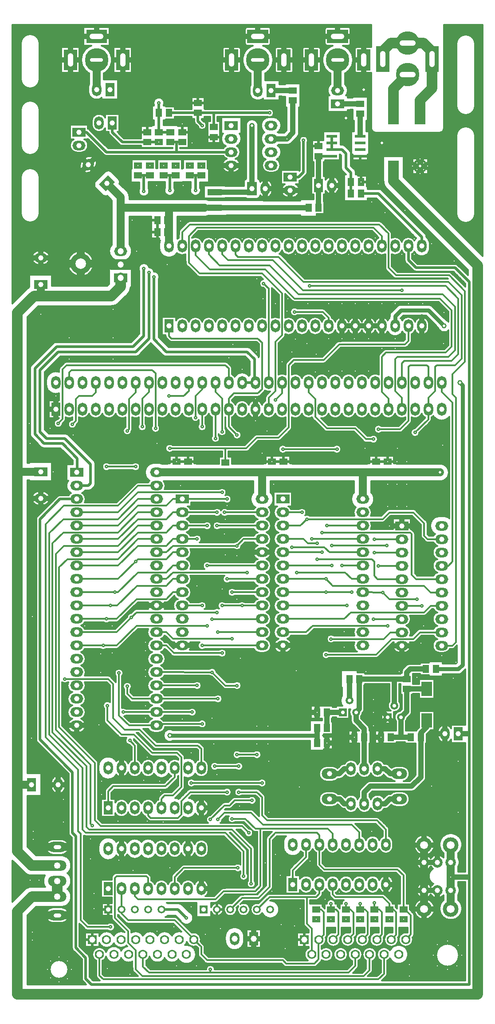
<source format=gtl>
G04 DipTrace 3.3.1.3*
G04 top_dendy_junior_MG-02_rev_2.2.gtl*
%MOMM*%
G04 #@! TF.FileFunction,Copper,L1,Top*
G04 #@! TF.Part,Single*
%AMOUTLINE0*
4,1,16,
0.8839,-0.3889,
1.09697,-0.04977,
1.1418,0.34827,
1.00953,0.7263,
0.7263,1.00953,
0.34827,1.1418,
-0.04977,1.09697,
-0.3889,0.8839,
-0.8839,0.3889,
-1.09697,0.04977,
-1.1418,-0.34827,
-1.00953,-0.7263,
-0.7263,-1.00953,
-0.34827,-1.1418,
0.04977,-1.09697,
0.3889,-0.8839,
0.8839,-0.3889,
0*%
%AMOUTLINE3*
4,1,4,
-0.2475,-1.52027,
-1.52027,-0.2475,
0.2475,1.52027,
1.52027,0.2475,
-0.2475,-1.52027,
0*%
%AMOUTLINE6*
4,1,4,
0.9,-1.25,
-0.9,-1.25,
-0.9,1.25,
0.9,1.25,
0.9,-1.25,
0*%
%AMOUTLINE9*
4,1,16,
0.9,0.35,
0.81087,0.7405,
0.56113,1.05363,
0.20027,1.22743,
-0.20027,1.22743,
-0.56113,1.05363,
-0.81087,0.7405,
-0.9,0.35,
-0.9,-0.35,
-0.81087,-0.7405,
-0.56113,-1.05363,
-0.20027,-1.22743,
0.20027,-1.22743,
0.56113,-1.05363,
0.81087,-0.7405,
0.9,-0.35,
0.9,0.35,
0*%
%AMOUTLINE12*
4,1,4,
2.0,-1.3,
-2.0,-1.3,
-2.0,1.3,
2.0,1.3,
2.0,-1.3,
0*%
%AMOUTLINE15*
4,1,4,
1.3,2.0,
1.3,-2.0,
-1.3,-2.0,
-1.3,2.0,
1.3,2.0,
0*%
%ADD14C,0.3*%
%ADD15C,1.5*%
%ADD16C,0.5*%
%ADD17C,1.0*%
%ADD19C,2.0*%
%ADD44C,4.0*%
%ADD56C,0.7*%
%ADD57C,1.16833*%
%ADD58C,0.9*%
%ADD59C,1.15*%
%ADD60C,3.2*%
%ADD61C,0.8*%
%ADD62C,1.25*%
%ADD63C,1.2*%
G04 #@! TA.AperFunction,Conductor*
%ADD18C,0.75*%
%ADD23R,1.3X1.5*%
%ADD25R,2.0X2.75*%
G04 #@! TA.AperFunction,ComponentPad*
%ADD26R,1.8X2.5*%
%ADD27O,1.8X2.5*%
%ADD28R,2.5X1.8*%
%ADD29O,2.5X1.8*%
%ADD30R,1.5X1.3*%
G04 #@! TA.AperFunction,ComponentPad*
%ADD31R,1.778X1.778*%
%ADD32C,1.778*%
%ADD33R,1.5X1.5*%
%ADD34C,1.5*%
%ADD35R,2.7X1.15*%
G04 #@! TA.AperFunction,ComponentPad*
%ADD36R,4.0X2.6*%
%ADD37R,2.6X4.0*%
%ADD38C,4.5*%
%ADD39R,2.5X5.0*%
%ADD40C,6.0*%
%ADD41O,5.5X12.0*%
%ADD42C,7.0*%
%ADD43O,5.5X17.0*%
%ADD45O,5.5X20.0*%
%ADD46O,3.5X2.0*%
%ADD47O,3.0X2.0*%
%ADD48C,2.0*%
%ADD49C,3.0*%
%ADD52R,2.0X0.6*%
%ADD55R,2.0X2.0*%
G04 #@! TA.AperFunction,ComponentPad*
%ADD131OUTLINE0*%
%ADD134OUTLINE3*%
%ADD137OUTLINE6*%
%ADD140OUTLINE9*%
%ADD143OUTLINE12*%
%ADD146OUTLINE15*%
%FSLAX35Y35*%
G04*
G71*
G90*
G75*
G01*
G04 Top*
%LPD*%
X3651377Y4699397D2*
D14*
Y4556400D1*
X3699033Y4508743D1*
X4222963D1*
X4286470Y4572250D1*
Y4826277D1*
X4461113Y5000920D1*
X5159687D1*
Y9065507D2*
X5826347D1*
X2889377Y4699397D2*
Y5016850D1*
X2984583Y5112057D1*
X3984813D1*
X4159457Y5286700D1*
Y5461317D1*
X4159377Y5461397D1*
X4667377D2*
Y5826640D1*
X4604003Y5890013D1*
X3794293D1*
X3492637Y6191670D1*
X3206857D1*
X2984583Y6413943D1*
Y7064887D1*
X2889323Y7160147D1*
X2063737D1*
X1936723Y12034283D2*
X2016107Y12113667D1*
Y13066267D1*
X2095490Y13145650D1*
X5127933D1*
X5191093Y13082490D1*
Y12812190D1*
X5191097Y12812187D1*
X2286010Y10335560D2*
X3079923D1*
X3460883Y10716520D1*
X5064427D1*
X4937093Y11748823D2*
Y12304187D1*
X5112030Y10335507D2*
X5826347D1*
X2286010Y10081560D2*
X3079950D1*
X3460883Y10462493D1*
X4000690D1*
X4127703Y10589507D1*
X4302347D1*
X4683093Y12304187D2*
Y11970777D1*
X5159687Y10589507D2*
X4302347D1*
X2286010Y9827560D2*
X3079977D1*
X3460883Y10208467D1*
X4000690D1*
X4127730Y10335507D1*
X4302347D1*
X4969167D2*
X4302347D1*
X2286010Y9573560D2*
X3080003D1*
X3460883Y9954440D1*
X4000690D1*
X4127757Y10081507D1*
X4302347D1*
X4778647D2*
X4302347D1*
X2286010Y9319560D2*
X3080030D1*
X3460883Y9700413D1*
X4000690D1*
X4127783Y9827507D1*
X4302347D1*
X4588127D2*
X4302347D1*
X2286010Y9065560D2*
X3080057D1*
X3413253Y9398757D1*
X3460883Y9446387D1*
X4000690D1*
X4127810Y9573507D1*
X4302347D1*
X2286010Y8811560D2*
X3016337D1*
X3080083D1*
X3460883Y9192360D1*
X4000690D1*
X4127837Y9319507D1*
X4302347D1*
X2286010Y8557560D2*
X2936953D1*
X3064233D1*
X3445007Y8938333D1*
X4000690D1*
X4127863Y9065507D1*
X4302347D1*
X2286010Y8303560D2*
X2857570D1*
X3048383D1*
X3429130Y8684307D1*
X4000690D1*
X4127890Y8811507D1*
X4302347D1*
X2286010Y8049560D2*
X3048410D1*
X3333870Y8335020D1*
X3413253Y11208697D2*
X2857570D1*
X3333870Y8335020D2*
X3429130Y8430280D1*
X4969167D1*
Y10081507D2*
X5826347D1*
X2286010Y7795560D2*
X2794063D1*
X3048437D1*
X3429130Y8176253D1*
X4778647D1*
Y9319507D2*
X5826347D1*
X2206627Y12018407D2*
X2270133Y12081913D1*
Y12494707D1*
X2333640Y12558213D1*
X2587667D1*
X2651093Y12621640D1*
Y12812187D1*
X5747147Y18384950D2*
D15*
Y18416703D1*
X5747123D1*
Y18966933D1*
X2667073Y18400827D2*
Y18966910D1*
X2667050Y18966933D1*
X6302807Y17464103D2*
D17*
X6413943Y17575240D1*
Y18194950D1*
X6001070Y17464130D2*
X6302807Y17464103D1*
X4604003Y17956280D2*
D16*
X4047800D1*
X4683387Y17718130D2*
X4604003Y17797513D1*
Y17956280D1*
X5969397D2*
X4905660D1*
Y17686377D1*
X6366313Y16733777D2*
X6525080D1*
X6620340Y16829037D1*
Y17432350D1*
X4604003Y17956280D2*
X4905660D1*
X4302347Y17401117D2*
X4080073D1*
X4191210D1*
Y17210077D1*
X2857570D1*
X2476530Y17591117D1*
X2333640D1*
X5239070Y17210130D2*
X4191210D1*
Y17401117D2*
X4302347D1*
X4667770Y16955790D2*
Y16940433D1*
X4175593Y16955790D2*
X4175333D1*
X3683157Y16956050D2*
D3*
X3461143Y16955790D2*
D3*
X4445497Y16956310D2*
Y16955790D1*
X3953060Y16956050D2*
D3*
X3857800Y17401117D2*
X3635527D1*
X3158707D1*
X2968707Y17591117D1*
Y17765760D1*
X3857800Y17400597D2*
Y17401117D1*
X6413943Y18384950D2*
D17*
X6001150D1*
X5636073Y16511497D2*
Y16446340D1*
X4921537D1*
X3857800Y17591117D2*
D16*
X4080073D1*
X3857800Y17956280D2*
Y17591117D1*
X5636073Y16511497D2*
D17*
Y17717523D1*
X3857800Y18146800D2*
D16*
Y17956280D1*
X8668430Y6048797D2*
D17*
X8477910D1*
X8286870D1*
X8477910D2*
Y6429820D1*
X8477883D1*
X8589047Y6969627D2*
Y6540983D1*
X8477883Y6429820D1*
X8970087Y6969627D2*
X8589047D1*
X8858430Y6048797D2*
Y6127643D1*
X8970087Y6239300D1*
Y6366267D1*
X7779310Y4778647D2*
Y5000893D1*
X7890473Y5112057D1*
X8684307D1*
X8858430Y5286180D1*
Y6048797D1*
X7779337Y6048780D2*
Y6207547D1*
X7620543Y6366340D1*
Y6525080D1*
X7683557Y7160147D2*
Y6588093D1*
X7620543Y6525080D1*
X7683557Y7160147D2*
X8350883Y7159627D1*
X8589047D1*
Y7287160D1*
X8652553Y7350667D1*
X8954210D1*
X8350883Y6652020D2*
Y7159627D1*
X7779337Y6048780D2*
Y5445493D1*
X7779310Y5445467D1*
X7366543Y6525080D2*
X7064627D1*
Y6223700D1*
Y6524837D2*
D16*
Y6223700D1*
X4064197Y6080533D2*
D18*
X6874627D1*
Y6223700D1*
D17*
Y5937920D1*
X3397377Y3159360D2*
D14*
Y3016337D1*
X3460883Y2952830D1*
X4937413D1*
X5096180Y3111597D1*
X5699493D1*
X5794753Y3206857D1*
Y4302347D1*
X5699493D1*
X5508973Y4492867D1*
X5254947D1*
X5064427Y11875517D2*
Y12510583D1*
X4937093Y12637917D1*
Y12812187D1*
X5794753Y4302347D2*
X7080763D1*
X7175943Y4207167D1*
Y4000610D1*
X3810010Y8049560D2*
X4000370D1*
X4126023Y7923907D1*
X5254947D1*
X5826347Y8811507D2*
X5254947D1*
X3810010Y7795560D2*
X4000343D1*
X4143580Y7652323D1*
X5064427D1*
Y8557507D2*
X5826347D1*
X4683093Y12812187D2*
Y12684933D1*
X4556373Y12558213D1*
Y12145420D1*
X5445467Y8557507D2*
X5826347D1*
X4985043Y4476990D2*
X5112057Y4604003D1*
X5620110D1*
X5842383Y4381730D1*
X7541187D1*
X7683943Y4238973D1*
Y4000610D1*
X4302347Y8557507D2*
X4683387D1*
X4048320Y12558213D2*
X4334100D1*
X4429093Y12653207D1*
Y12812183D1*
X4429097Y12812187D1*
X5731247Y5715370D2*
X5350207D1*
Y7033133D2*
X5127933D1*
X4873907Y7287160D1*
Y8300233D2*
X5826347D1*
Y8303507D1*
X3810010Y7287560D2*
X4873907Y7287160D1*
X4921537Y5493097D2*
X5381960D1*
Y5000920D2*
X5731247D1*
X5826507Y4905660D1*
Y4556373D1*
X5921767Y4461113D1*
X8017487D1*
X8191943Y4286657D1*
Y4000610D1*
X3810010Y7033563D2*
X4588127D1*
X3810010Y6779560D2*
X3349293D1*
X3254487Y6874367D1*
Y7017257D1*
X3540267Y11970777D2*
Y12510583D1*
X3667093Y12637410D1*
Y12812183D1*
X3667097Y12812187D1*
X3810010Y6779560D2*
X4985043D1*
Y8049507D2*
X5826347D1*
X3810010Y6525560D2*
X3175103D1*
X3254487Y11891393D2*
X3286240Y11923147D1*
Y12494707D1*
X3413093Y12621560D1*
Y12812187D1*
X3810010Y6525560D2*
X4492867D1*
X3810010Y6271563D2*
X3285730D1*
X3095720Y6461573D1*
Y7271283D1*
X3810010Y6271563D2*
Y6302807D1*
X4683387D1*
Y7795507D2*
X5826347D1*
X8335020Y17840173D2*
D19*
Y18416703D1*
X8604923Y18686607D1*
Y19286607D2*
X8284077D1*
X8134923Y19137453D1*
Y18986607D1*
X8604923Y19286607D2*
X8909893D1*
X9073503Y19122997D1*
Y18986423D1*
Y18424860D1*
X8845020Y18196377D1*
Y17840173D1*
X8335020Y16940173D2*
Y16654393D1*
X9944990Y15044423D1*
Y1142890D1*
X1158767D1*
Y2730557D1*
X1432170Y3003960D1*
X1917497D1*
Y3304960D1*
X3127473Y14812700D2*
Y14638057D1*
X2952830Y14463413D1*
X1603313D1*
X1476300D1*
X1158767Y14145880D1*
Y11113410D1*
Y5143810D1*
Y3873677D1*
X1429683Y3602760D1*
X1917497D1*
X1158767Y11113410D2*
D15*
X1603340D1*
X1603313Y14685740D2*
Y14463413D1*
X1428723Y5143810D2*
X1158767D1*
X4064197Y16479750D2*
D16*
Y16766050D1*
X3953060D1*
X4175593Y16765790D2*
X3953320D1*
X3953060Y16766050D1*
X2286010Y10843560D2*
X2508310D1*
X2555913Y10891163D1*
Y11256327D1*
X2063737Y11748503D1*
X1714450D1*
X1587437Y11875517D1*
Y13050390D1*
X1936723Y13399677D1*
X3413253D1*
X3667280Y13653703D1*
Y14907960D1*
X7350320Y13891853D2*
D17*
X7604320D1*
X7858320D1*
X8112317D1*
X3826567Y15908190D2*
D16*
Y15685917D1*
X6017027Y11303437D2*
X6239300D1*
X4413483D2*
X4191210D1*
X8223883D2*
X8001610D1*
X9176457Y3659313D2*
D17*
X8922457D1*
Y3124913D2*
X9176457D1*
X8922457Y3992613D2*
D15*
Y3124913D1*
Y2770213D2*
Y3124913D1*
X7144270Y2761790D2*
D14*
Y2873447D1*
Y2761790D2*
X7240050D1*
X7287160Y2714680D1*
Y2289273D1*
X7187290Y2189403D1*
X5540727Y9192360D2*
X4127703D1*
X4000903Y9065560D1*
X3810010D1*
X2723130Y1905003D2*
Y1499603D1*
X2794063Y1428670D1*
X8049240D1*
X8157587Y1537017D1*
Y1905003D1*
X3143377Y3159360D2*
Y2770077D1*
Y2682900D1*
X3270363Y2555913D1*
X4159457D1*
X4523700Y2191670D1*
X4521430Y2189403D1*
X4525967D1*
X4667510Y2047860D1*
Y1904970D1*
X4778647Y1793833D1*
X6223423D1*
X6286930Y1730327D1*
X6826737D1*
X6906120Y1809710D1*
Y2185033D1*
X6910490Y2189403D1*
X6858490Y2761790D2*
X6954270D1*
X7001380Y2714680D1*
Y2280293D1*
X6910490Y2189403D1*
X3143323Y2762310D2*
X3143377Y2770077D1*
X3651377Y3159360D2*
Y3365650D1*
X3619650Y3397377D1*
X3048090D1*
X3016337Y3365623D1*
Y2603543D1*
X3270363Y2349517D1*
Y2127243D1*
X3413253Y1984353D1*
Y1619190D1*
X3540267Y1492177D1*
X7763460D1*
X7874597Y1603313D1*
Y1898913D1*
X7880687Y1905003D1*
X6921943Y3238610D2*
Y3063913D1*
X6858490Y3000460D1*
X6683847D1*
Y2492407D1*
X6779107Y2397147D1*
Y1910820D1*
X6773290Y1905003D1*
X5731140Y2762310D2*
X5969290Y3000460D1*
X6683847D1*
X6921943Y4000610D2*
Y3619703D1*
X7017257Y3524390D1*
X8414403D1*
X8525540Y3413253D1*
Y2761790D1*
X8557813D1*
X8668430Y2651173D1*
Y2286243D1*
X8571590Y2189403D1*
X6921943Y4000610D2*
Y4175387D1*
X6874367Y4222963D1*
X6080533D1*
X5969397Y4111827D1*
Y3190980D1*
X5763000Y2984583D1*
X5445413D1*
X5223140Y2762310D1*
X7175943Y3238610D2*
Y3048170D1*
X7223653Y3000460D1*
X8128623D1*
X8255637Y2873447D1*
Y2761790D1*
X8335540D1*
X8382650Y2714680D1*
Y2277260D1*
X8294793Y2189403D1*
X7969857Y2889323D2*
Y2761790D1*
X8065637D1*
X8112747Y2714680D1*
Y2284257D1*
X8017893Y2189403D1*
X7699953Y2873447D2*
Y2761790D1*
X7795733D1*
X7842843Y2714680D1*
Y2291253D1*
X7740993Y2189403D1*
X7430050Y2873447D2*
Y2761790D1*
X7509953D1*
X7572940Y2698803D1*
Y2298153D1*
X7464190Y2189403D1*
X3810010Y10081560D2*
X3460990D1*
X3079843Y9700413D1*
X2047860D1*
X1889093Y9541647D1*
Y6191670D1*
X2555913Y5524850D1*
Y4397607D1*
X2587667Y4365853D1*
X6667943Y4000610D2*
Y3762513D1*
X6413943Y3508513D1*
Y3238610D1*
X5572480Y4222963D2*
X5445467Y4349977D1*
X2746433D1*
X2635297Y4461113D1*
Y5556603D1*
X1952600Y6239300D1*
Y9287620D1*
X2111367Y9446387D1*
X3079843D1*
X3461017Y9827560D1*
X3810010D1*
X3397377Y5461397D2*
Y5890013D1*
X3302117Y5985273D1*
X3794293Y11939023D2*
Y12986883D1*
X3730787Y13050390D1*
X2190750D1*
X2143097Y13002737D1*
Y12812187D1*
X4159377Y3159360D2*
Y3381420D1*
X4334100Y3556143D1*
X5366083D1*
X8620320Y13891853D2*
Y13605593D1*
X8557293Y13542567D1*
X7303037D1*
X7001380Y13240910D1*
X6429820D1*
X6334560Y13145650D1*
Y11954900D1*
X6144040Y11764380D1*
X5731247D1*
X5524850Y11557983D1*
X5127933D1*
X4064197D1*
X5127933Y11288080D2*
Y11557983D1*
X4842153Y4476990D2*
X5112057Y4746893D1*
X5207317D1*
X5302577Y4842153D1*
X5635987D1*
X3810010Y10843560D2*
X3460910D1*
X3079843Y10462493D1*
X2047860D1*
X1698573Y10113207D1*
Y6048780D1*
X2317763Y5429590D1*
Y4254717D1*
X2365393Y4207087D1*
Y2555913D1*
X2492407Y2428900D1*
X2936953D1*
X3553627Y1905003D2*
Y1669337D1*
X3667280Y1555683D1*
X4842153D1*
X7477680D1*
X7604693Y1682697D1*
Y1904097D1*
X7603787Y1905003D1*
X4842153Y1619190D2*
Y1555683D1*
X3810010Y10589560D2*
X3460937D1*
X3079843Y10208467D1*
X2031983D1*
X1762080Y9938563D1*
Y6096410D1*
X2397147Y5461343D1*
Y4286470D1*
X2460653Y4222963D1*
X5127933D1*
X5477220Y3873677D1*
Y3397377D1*
X3810010Y10335560D2*
X3460963D1*
X3079843Y9954440D1*
X2031983D1*
X1825587Y9748043D1*
Y6144040D1*
X2476530Y5493097D1*
Y4334100D1*
X2524160Y4286470D1*
X5254947D1*
X5620110Y3921307D1*
Y3254487D1*
X7541187Y8811507D2*
X7049010D1*
X6223423D1*
X7049010Y7620570D2*
X8001610D1*
X8303267Y7922227D1*
X8716060D1*
X8843283Y8049450D1*
X9255787D1*
X7350667Y9319560D2*
X7747370D1*
X7747423Y9319507D1*
X7144270Y7922227D2*
X8144500D1*
X8271723Y8049450D1*
X8493787D1*
X7049010Y9065507D2*
X6223423D1*
X9255787Y8811450D2*
X9049340D1*
X8922457Y8938333D1*
X7176183D1*
X7049010Y9065507D1*
X7160147Y9319507D2*
X6223423D1*
X7160147Y9706300D2*
X8208007D1*
X6969097Y9573507D2*
X6223423D1*
X9255787Y9065450D2*
X8763587D1*
X8684307Y9144730D1*
Y9922687D1*
X8652553Y9954440D1*
X6969097D1*
X6874367Y9748043D2*
X6699723D1*
X6620260Y9827507D1*
X6223423D1*
X8493787Y9065450D2*
X8033260D1*
X7969857Y9128853D1*
Y9398757D1*
X7922227Y9446387D1*
X6874367D1*
X6683847Y10208467D2*
X8128623D1*
X8255637Y10335480D1*
X8716060D1*
X8922457Y10129083D1*
Y9890933D1*
X8985940Y9827450D1*
X9255787D1*
X6683847Y10208467D2*
X6556887Y10081507D1*
X6223423D1*
X8493787Y9827453D2*
X7969857D1*
X7953980Y11732627D2*
X7811090D1*
X7604693Y11939023D1*
X7064887D1*
X6842613Y12161297D1*
Y12494707D1*
X6715097Y12622223D1*
Y12812187D1*
X7747423Y10081507D2*
X7064887D1*
X6223423Y11542107D2*
X7255407D1*
X4476990Y5175563D2*
X5826507D1*
X4556320Y15415853D2*
Y15241423D1*
X4826277Y14971467D1*
X5890013D1*
X6445697Y14415783D1*
X9224113D1*
X9446387Y14193510D1*
Y13494937D1*
X9335250Y13383800D1*
X8192130D1*
X8112747Y13304417D1*
Y12637597D1*
X8239093Y12511250D1*
Y12304187D1*
X8779567Y8684307D2*
X8255637D1*
X8128623Y8811320D1*
X7747423Y8811507D2*
X8128623Y8811320D1*
X4810320Y15415853D2*
Y15257327D1*
X5016797Y15050850D1*
X5969397D1*
X6525080Y14495167D1*
X9271743D1*
X9509893Y14257017D1*
Y13431430D1*
X9382880Y13304417D1*
X8414403D1*
X8366773Y13256787D1*
Y12653473D1*
X8493093Y12527153D1*
Y12304190D1*
X8493097Y12304187D1*
X8493787Y8303450D2*
X7953980D1*
X7445927Y8557507D2*
X6223423D1*
X5064320Y15415853D2*
Y15257353D1*
X5175563Y15146110D1*
X6032903D1*
X6604463Y14574550D1*
X8493787D1*
X9255787Y8557453D2*
X9049630D1*
X8922457Y8430280D1*
X7525310D1*
X7398590Y8303560D1*
X6223477D1*
X6223423Y8303507D1*
X5318320Y15415853D2*
Y15257380D1*
X5366083Y15209617D1*
X6144040D1*
X6620340Y14733317D1*
X9382880D1*
X9636907Y14479290D1*
Y13272663D1*
X9509893Y13145650D1*
X9160607D1*
X9128853Y13113897D1*
Y12653473D1*
X9001093Y12525713D1*
Y12304187D1*
X8493787Y8557453D2*
X8874827D1*
X8747813Y11859640D2*
X9001093Y12112920D1*
Y12304187D1*
X8223883Y8176253D2*
X6794983D1*
X6668290Y8049560D1*
X6223477D1*
X6223423Y8049507D1*
X9255787Y9319453D2*
X9382960D1*
X9462263Y9398757D1*
Y12431200D1*
X9255097Y12638367D1*
Y12812187D1*
X8493787Y9319453D2*
X8049240D1*
Y11923147D2*
X8462033D1*
X8620800Y12081913D1*
Y13113897D1*
X8652553Y13145650D1*
X8970087D1*
X9001093Y13114643D1*
Y12812187D1*
X6731477Y14653933D2*
X9335250D1*
X9573400Y14415783D1*
Y13352047D1*
X9446387Y13225033D1*
X8541417D1*
X8493093Y13176710D1*
Y12812190D1*
X8493097Y12812187D1*
X8493787Y9573453D2*
X7969857D1*
X5858260Y14701563D2*
X5953097Y14606727D1*
Y12812187D1*
X6779107Y9827507D2*
X7747423D1*
X8366320Y13891853D2*
D18*
Y14081920D1*
X8477910Y14193510D1*
X9001840D1*
X9303497Y13891853D1*
X9605153Y12812240D2*
X9652783Y12764610D1*
Y7430050D1*
X9573400Y7350667D1*
X9144210D1*
X7096320Y13891853D2*
D14*
Y14050940D1*
X6985503Y14161757D1*
X6445697D1*
X2873447Y6652093D2*
Y6366313D1*
X3143350Y6096410D1*
X3381500D1*
X3730787Y5747123D1*
X4207087D1*
X4286470Y5667740D1*
Y5096180D1*
X4127703Y4937413D1*
X3968937D1*
X3905377Y4873853D1*
Y4699397D1*
X4302320Y15415853D2*
Y15685890D1*
X4445237Y15828807D1*
X8065117D1*
X8239760Y15654163D1*
Y15003220D1*
X8382650Y14860330D1*
X9398757D1*
X9700413Y14558673D1*
Y13209157D1*
X9462263Y12971007D1*
Y12589967D1*
X9525770Y12526460D1*
Y7858720D1*
X9462503Y7795453D1*
X9255787D1*
X8112317Y15415853D2*
Y15606963D1*
X7953980Y15765300D1*
X4588127D1*
X4429360Y15606533D1*
Y15098480D1*
X4635757Y14892083D1*
X5826507D1*
X6207547Y14511043D1*
Y13717210D1*
X6080533Y13590197D1*
Y12653473D1*
X5953093Y12526033D1*
Y12304190D1*
X5953097Y12304187D1*
X6398067Y9668660D2*
X7017257D1*
X7112410Y9573507D1*
X7747423D1*
X7112517Y4867607D2*
D17*
X7309337D1*
X7398297Y4778647D1*
X7525310D1*
X7112517Y5350207D2*
X7303037D1*
X7398297Y5445467D1*
X7525310D1*
X8446157Y4867607D2*
X8265213D1*
X8176253Y4778647D1*
X8033310D1*
X8446157Y5350207D2*
X8271513D1*
X8176253Y5445467D1*
X8033310D1*
X3810010Y9573560D2*
D14*
X4000850D1*
X4127703Y9700413D1*
X5350207D1*
Y11812010D2*
X5191093Y11971123D1*
Y12304183D1*
X5191097Y12304187D1*
X4048320Y13891853D2*
Y13701333D1*
X4095950Y13653703D1*
X5747123D1*
X5826507Y13574320D1*
Y12685227D1*
X5747123Y12605843D1*
X5286700D1*
X5191093Y12510237D1*
Y12304190D1*
X5826347Y9827507D2*
X5477300D1*
X5350207Y9700413D1*
X8620320Y15415853D2*
D16*
Y15146590D1*
X8763690Y15003220D1*
X9509893D1*
X9779797Y14733317D1*
Y6112287D1*
Y3381500D1*
Y1333410D1*
X2571790D1*
X2460653Y1444547D1*
Y1841463D1*
X2270133Y2031983D1*
Y4159457D1*
X2206627Y4222963D1*
Y5381960D1*
X1587437Y6001150D1*
Y10208467D1*
X1968530Y10589560D1*
X2286010D1*
X9573403Y6112287D2*
D17*
X9748043D1*
D16*
X9779797D1*
X9431030Y3381500D2*
D17*
X9748043D1*
D16*
X9779797D1*
X9430457Y3659313D2*
D15*
Y3124913D1*
Y2770213D2*
Y3124913D1*
Y3992613D2*
Y3659313D1*
X5445097Y12812187D2*
D16*
X5699093D1*
X4556373Y16479750D2*
Y16766310D1*
X4445497D1*
X4667770Y16765790D2*
X4446017D1*
X4445497Y16766310D1*
X5445097Y12812187D2*
X5683617D1*
Y13256787D1*
X5540727Y13399677D1*
X4000690D1*
X3762540Y13637827D1*
Y14828577D1*
X3572020Y16463873D2*
Y16766050D1*
X3683157D1*
X3461403D1*
X3461143Y16765790D1*
X2286010Y11097560D2*
X2301887D1*
Y11367463D1*
X2016107Y11653243D1*
X1666820D1*
X1492177Y11827887D1*
Y13082143D1*
X1904970Y13494937D1*
X3365623D1*
X3572020Y13701333D1*
Y14987343D1*
X6588587Y10335560D2*
D14*
X6223477D1*
X6223423Y10335507D1*
X7160147Y17130733D2*
D16*
X6906120D1*
Y17130693D1*
X6905600Y16146340D2*
D17*
Y16574493D1*
X6906117Y16575010D1*
Y17130693D1*
X6906120D1*
X6858490Y2571790D2*
D14*
D3*
X7144270D2*
D3*
X7430050D2*
D3*
X7699953D2*
D3*
X7969857D2*
X7985733D1*
X8255637D2*
D3*
X8525540D2*
D3*
X7493543Y6747280D2*
D17*
Y7160147D1*
X7493557D1*
X4921537Y16146340D2*
X6715600D1*
X4384230Y2601043D2*
D16*
X4222963Y2762310D1*
X3905323D1*
X2867493Y16612713D2*
D15*
X3127473Y16352733D1*
Y16146340D1*
X4048320D1*
Y15908553D1*
Y15685917D1*
Y15415853D1*
Y16146340D2*
X4731017D1*
D17*
X4921537D1*
X3127473Y15320700D2*
D15*
Y16146340D1*
X4016567Y15685917D2*
D17*
X4048320D1*
Y15908553D2*
X4016930D1*
X4016567Y15908190D1*
X9224113Y11097560D2*
D15*
X8223883D1*
X8001610D1*
X7747423D1*
X6239300D1*
X6017027D1*
X5826347D1*
X5133937D1*
X4413483D1*
X4191210D1*
X3810010D1*
X5826347Y10589507D2*
Y11097560D1*
X7747423Y10589507D2*
Y11097560D1*
X4191210Y11113437D2*
D17*
Y11097560D1*
X4413483Y11113437D2*
Y11097560D1*
X5127933Y11098080D2*
X5133937Y11097560D1*
X6017027Y11113437D2*
Y11097560D1*
X6239300Y11113437D2*
Y11097560D1*
X8001610Y11113437D2*
Y11097560D1*
X8223883Y11113437D2*
Y11097560D1*
X7271283Y18966933D2*
D15*
Y18384937D1*
X7271293D1*
X7700147Y17511733D2*
D16*
X7699953Y17543487D1*
D17*
Y17940923D1*
Y18130923D2*
X7271293D1*
Y18130933D1*
X7525830Y16638517D2*
D16*
Y16812640D1*
X7430050Y16908420D1*
Y17178323D1*
X7350640Y17257733D1*
X7160147D1*
Y17384733D1*
Y17511733D1*
X7525830Y16638517D2*
Y16416763D1*
X7525310Y16416243D1*
X8874317Y15415853D2*
Y15591167D1*
X8049240Y16416243D1*
X7715310D1*
X7747423Y9065507D2*
D14*
X7541027D1*
X7414173Y9192360D1*
X6493327D1*
X6080533Y12478830D2*
X6207097Y12605393D1*
Y12812187D1*
D56*
X5159687Y5000920D3*
Y9065507D3*
X2063737Y7160147D3*
X1936723Y12034283D3*
X5064427Y10716520D3*
X4937093Y11748823D3*
X5112030Y10335507D3*
X5064427Y10716520D3*
X4683093Y11970777D3*
X5159687Y10589507D3*
X4969167Y10335507D3*
X4778647Y10081507D3*
X4588127Y9827507D3*
X3413253Y9398757D3*
X3016337Y8811560D3*
X2936953Y8557560D3*
X2857570Y8303560D3*
X3333870Y8335020D3*
X3413253Y11208697D3*
X2857570D3*
X4969167Y8430280D3*
Y10081507D3*
X2794063Y7795560D3*
X4778647Y8176253D3*
Y9319507D3*
X2206627Y12018407D3*
X6302807Y17464103D3*
D3*
X4683387Y17718130D3*
X5969397Y17956280D3*
X6620340Y17432350D3*
X4667770Y16940433D3*
X4175333Y16955790D3*
X3683157Y16956050D3*
X3461143Y16955790D3*
X4445497D3*
X3953060Y16956050D3*
X3857800Y17400597D3*
D17*
X5636073Y17717523D3*
D56*
X3857800Y18146800D3*
D17*
X4064197Y6080533D3*
D56*
X5254947Y4492867D3*
X5064427Y11875517D3*
X5254947Y7923907D3*
Y8811507D3*
X5064427Y7652323D3*
Y8557507D3*
X4556373Y12145420D3*
X5445467Y8557507D3*
X5064427Y7652323D3*
X4985043Y4476990D3*
X4683387Y8557507D3*
X4048320Y12558213D3*
X5731247Y5715370D3*
X5350207D3*
Y7033133D3*
X4873907Y7287160D3*
Y8300233D3*
X4921537Y5493097D3*
X5381960D3*
Y5000920D3*
X4588127Y7033563D3*
X3254487Y7017257D3*
X3540267Y11970777D3*
X4985043Y6779560D3*
Y8049507D3*
X3175103Y6525560D3*
X3254487Y11891393D3*
X4492867Y6525560D3*
X3095720Y7271283D3*
X4683387Y6302807D3*
Y7795507D3*
X4064197Y16479750D3*
X3667280Y14907960D3*
X7144270Y2873447D3*
X5540727Y9192360D3*
X7969857Y2889323D3*
X7699953Y2873447D3*
X7430050D3*
X2587667Y4365853D3*
X5572480Y4222963D3*
X3302117Y5985273D3*
X3794293Y11939023D3*
X5366083Y3556143D3*
X4064197Y11557983D3*
X4842153Y4476990D3*
X5635987Y4842153D3*
X2936953Y2428900D3*
X4842153Y1619190D3*
X5477220Y3397377D3*
X5620110Y3254487D3*
X7541187Y8811507D3*
X7049010Y7620570D3*
Y8811507D3*
X7350667Y9319560D3*
X7144270Y7922227D3*
X7049010Y9065507D3*
X7160147Y9319507D3*
X8208007Y9706300D3*
X7160147D3*
X6969097Y9573507D3*
Y9954440D3*
X6874367Y9748043D3*
Y9446387D3*
X6683847Y10208467D3*
D3*
X7969857Y9827453D3*
X7953980Y11732627D3*
X7064887Y10081507D3*
X6223423Y11542107D3*
X7255407D3*
X4476990Y5175563D3*
X5826507D3*
X8779567Y8684307D3*
X8128623Y8811320D3*
X7953980Y8303450D3*
X7445927Y8557507D3*
X8493787Y14574550D3*
X8874827Y8557453D3*
X8747813Y11859640D3*
X8223883Y8176253D3*
X8049240Y9319453D3*
Y11923147D3*
Y9319453D3*
X6731477Y14653933D3*
X7969857Y9573453D3*
X5858260Y14701563D3*
X6779107Y9827507D3*
D17*
X9303497Y13891853D3*
X9605153Y12812240D3*
D56*
X6445697Y14161757D3*
X2873447Y6652093D3*
X6398067Y9668660D3*
X5350207Y9700413D3*
Y11812010D3*
X9431030Y3381500D3*
X4556373Y16479750D3*
X3762540Y14828577D3*
X3572020Y16463873D3*
Y14987343D3*
X6588587Y10335560D3*
X6858490Y2571790D3*
X7144270D3*
X7430050D3*
X7699953D3*
X7985733D3*
X8255637D3*
X8525540D3*
X4384230Y2601043D3*
X6493327Y9192360D3*
X6080533Y12478830D3*
X3365623Y3508513D3*
X4016567Y15066727D3*
X6969627Y15257247D3*
X7223653D3*
X7477680D3*
X7731707D3*
X8493787D3*
D17*
X8843073Y16940173D3*
D56*
X2984583Y14209387D3*
X4318223Y16575010D3*
X1603313Y14114127D3*
X3429130Y15320753D3*
X7953980Y6525080D3*
X2444777Y8176253D3*
X5699493Y15558903D3*
X9494017Y15130233D3*
X8731937Y15257247D3*
X9478140Y7176023D3*
X7588817Y13653703D3*
X9065347Y5112057D3*
X9573400Y5588357D3*
X5953520Y15558903D3*
X8985963Y16940173D3*
X8636677Y1492177D3*
Y1714450D3*
X6445697Y2444777D3*
X6271053Y2016107D3*
X5032673Y2397147D3*
X4746893Y2286010D3*
X4476990Y2809940D3*
X5890013Y3651403D3*
X6017027Y3111597D3*
X6556833Y2778187D3*
X1444547Y2333640D3*
Y2174873D3*
X2619420Y3063967D3*
Y2778187D3*
X1460423Y4254717D3*
Y4095950D3*
X3095720Y3699033D3*
X4064197Y3556143D3*
X8843073Y17083063D3*
X1841463Y11113437D3*
X1777957Y11939023D3*
X1381040Y12034283D3*
X8843073Y16797283D3*
X1889093Y12558213D3*
X2143120Y13669580D3*
X2984583D3*
D17*
X9224113Y11097560D3*
D56*
X8700183Y16940173D3*
X2143120Y13256787D3*
X1396917Y11653243D3*
X8049240Y16606763D3*
X7922227Y16257477D3*
X5937643Y6255177D3*
X9573400Y4619880D3*
X7350667Y13653703D3*
X5953520Y4619880D3*
X5731247Y5921767D3*
X7858720Y13653703D3*
X7588817Y6048780D3*
X5731247Y6255177D3*
X7096640Y13653703D3*
Y13034513D3*
X2714680Y6286930D3*
X5127933Y9525770D3*
X5953520Y5588357D3*
X2746433Y7287160D3*
Y7636447D3*
X5112057Y9922687D3*
X4969167Y5334330D3*
X5937643Y5921767D3*
X8096870Y6048780D3*
X9303497Y14145880D3*
X8398527Y10446617D3*
X8414403Y11557983D3*
X9271743Y11621490D3*
X5826507Y11462723D3*
X3826047Y11653243D3*
X3603773Y7334790D3*
Y7207777D3*
Y7858720D3*
Y7699953D3*
Y6652093D3*
Y6413943D3*
X5921767Y11891393D3*
X7811090Y7303037D3*
X8858950Y7842843D3*
X7398297Y8065117D3*
X6477450Y7318913D3*
X6540957Y5096180D3*
X5064427Y8874827D3*
X7953980Y6271070D3*
X5699493Y12081913D3*
X7398297Y7763460D3*
X8255637Y10081453D3*
X8779567Y7191900D3*
X8906580Y8176253D3*
X4873907Y6413943D3*
X2222503Y11812010D3*
X7096640Y14320523D3*
X7350667Y13034513D3*
X6683847Y13558443D3*
X6842613Y13018637D3*
X6461573Y13637827D3*
X6398067Y13399677D3*
X6747353Y3683157D3*
X6461573Y15574780D3*
X4302347Y6398067D3*
X4905660Y5921767D3*
X5397837Y4731017D3*
X5413713Y7557063D3*
X7985733Y15574780D3*
X6175793Y3413253D3*
X6318683Y14415783D3*
X6699723Y14320523D3*
X6461573Y15257247D3*
X7795213Y11557983D3*
X6715600Y15257247D3*
X8731937Y15558903D3*
X3079843Y4445237D3*
X3635527D3*
X2762310Y5207317D3*
Y4953290D3*
X9255867Y7604693D3*
X9525770Y7477680D3*
X2968707Y8176253D3*
Y7652323D3*
X3826047Y2349517D3*
X4143580Y2428900D3*
X2873447Y1635067D3*
X3302117Y1523930D3*
X3572020Y5223193D3*
X3873677Y5207317D3*
X4588127Y8938333D3*
X5350207Y8684307D3*
X4270593Y10843533D3*
X5159687Y10462493D3*
X6874367Y6525080D3*
X7064887Y5937643D3*
X5350207Y9509893D3*
X2555913Y4111827D3*
Y3730787D3*
X3937183Y4429360D3*
X7715830Y16638517D3*
X7922227Y4254717D3*
X7033133Y2952830D3*
X1396917Y3317993D3*
X4191210Y1682697D3*
X4572250D3*
X9065347Y15463643D3*
X3810170Y16575010D3*
X8557293Y16098710D3*
X4302347Y17749883D3*
X8176253Y16051080D3*
X9367003Y2158997D3*
X4937413Y15558903D3*
X5445467D3*
X6080533Y14320523D3*
X9367003Y1619190D3*
X5191440Y13288540D3*
X6191670Y2476530D3*
X9287620Y13558443D3*
X4191210Y11303957D3*
X7985733Y15257247D3*
X9636907Y1889093D3*
X4492867Y17384720D3*
X6017027Y11303957D3*
X8223883D3*
X4476990Y5747123D3*
X3635527Y5667740D3*
X3889553Y5016797D3*
X8398527Y10875287D3*
X5699493Y12510583D3*
X8366773Y14320523D3*
X8890703D3*
X8366773Y13653703D3*
X7858720Y13034513D3*
X9097100Y1889093D3*
X9541647Y1682697D3*
X9573400Y2079613D3*
X9176483Y1682697D3*
Y2095490D3*
X1952600Y1857340D3*
Y1381040D3*
X2190750Y1619190D3*
X1730327D3*
X2111367Y1444547D3*
Y1777957D3*
X1793833Y1460423D3*
Y1777957D3*
X7953980Y6763230D3*
X2031983Y4858030D3*
Y4429360D3*
X8906580Y16876667D3*
Y17003680D3*
X8779567Y16876667D3*
Y17003680D3*
X5270823Y13542567D3*
X5445467Y13066267D3*
X5715370Y13399677D3*
X8446157Y7303037D3*
D17*
X7763460Y18400827D3*
X8112747Y17384720D3*
X7430050Y17861020D3*
D56*
X7303037Y3095720D3*
X8620800Y14320523D3*
X8112747D3*
X7858720D3*
X7604693D3*
X7350667D3*
X8366773Y13463183D3*
X8112747D3*
X7604693Y13034513D3*
X6858490Y13352047D3*
X6207547Y13209157D3*
X6302807Y14177633D3*
X5842383Y14415783D3*
X2984583Y13256787D3*
X5731247Y14796823D3*
X4270593Y15892313D3*
X3349747Y15908190D3*
X6048780Y10875287D3*
X5127933Y10208467D3*
X8223883Y10875287D3*
X8589047D3*
X8223883Y10446617D3*
X8589047D3*
X8398527Y11303957D3*
X8589047D3*
X1428670Y6032903D3*
X1444547Y8350897D3*
X1571560Y3317993D3*
X6080533Y3810170D3*
X1068030Y19605333D2*
D14*
X7907243D1*
X9301213D2*
X10031970D1*
X1068030Y19575667D2*
X2417830D1*
X2916253D2*
X5507947D1*
X5986330D2*
X7032087D1*
X7510470D2*
X7907243D1*
X9301213D2*
X10031970D1*
X1068030Y19546000D2*
X2417830D1*
X2916253D2*
X5497927D1*
X5996350D2*
X7022070D1*
X7520490D2*
X7907243D1*
X9301213D2*
X10031970D1*
X1068030Y19516333D2*
X2417830D1*
X2916253D2*
X5497927D1*
X5996350D2*
X7022070D1*
X7520490D2*
X7907243D1*
X9301213D2*
X10031970D1*
X1068030Y19486667D2*
X2417830D1*
X2916253D2*
X5497927D1*
X5996350D2*
X7022070D1*
X7520490D2*
X7907243D1*
X9301213D2*
X10031970D1*
X1068030Y19457000D2*
X2417830D1*
X2916253D2*
X5497927D1*
X5996350D2*
X7022070D1*
X7520490D2*
X7907243D1*
X9301213D2*
X10031970D1*
X1068030Y19427333D2*
X2417830D1*
X2916253D2*
X5497927D1*
X5996350D2*
X7022070D1*
X7520490D2*
X7907243D1*
X9301213D2*
X10031970D1*
X1068030Y19397667D2*
X2417830D1*
X2916253D2*
X5497927D1*
X5996350D2*
X7022070D1*
X7520490D2*
X7907243D1*
X9301213D2*
X10031970D1*
X1068030Y19368000D2*
X2417830D1*
X2916253D2*
X5497927D1*
X5996350D2*
X7022070D1*
X7520490D2*
X7907243D1*
X9301213D2*
X10031970D1*
X1068030Y19338333D2*
X2417830D1*
X2916253D2*
X5497927D1*
X5996350D2*
X7022070D1*
X7520490D2*
X7907243D1*
X9301213D2*
X10031970D1*
X1068030Y19308667D2*
X2417830D1*
X2916253D2*
X5497927D1*
X5996350D2*
X7022070D1*
X7520490D2*
X7907243D1*
X9301213D2*
X10031970D1*
X1068030Y19279000D2*
X2417830D1*
X2916253D2*
X5498630D1*
X5995647D2*
X7022770D1*
X7519787D2*
X7907243D1*
X9301213D2*
X10031970D1*
X1068030Y19249333D2*
X2417830D1*
X2916253D2*
X5517263D1*
X5976957D2*
X7041463D1*
X7501153D2*
X7907243D1*
X9301213D2*
X10031970D1*
X1068030Y19219667D2*
X2519373D1*
X2814710D2*
X5599470D1*
X5894747D2*
X7123610D1*
X7418947D2*
X7907243D1*
X9301213D2*
X10031970D1*
X1068030Y19190000D2*
X1987870D1*
X2346253D2*
X2476893D1*
X2857247D2*
X2987830D1*
X3346270D2*
X5074120D1*
X5420140D2*
X5556930D1*
X5937287D2*
X6074080D1*
X6420157D2*
X6598260D1*
X6944337D2*
X7081073D1*
X7461487D2*
X7598280D1*
X9301213D2*
X10031970D1*
X1068030Y19160333D2*
X1987870D1*
X2346253D2*
X2446367D1*
X2887777D2*
X2987830D1*
X3346270D2*
X5067907D1*
X5426350D2*
X5526403D1*
X5967813D2*
X6067927D1*
X6426310D2*
X6592107D1*
X6950490D2*
X7050603D1*
X7492013D2*
X7592070D1*
X9301213D2*
X10031970D1*
X1068030Y19130667D2*
X1987870D1*
X2346253D2*
X2423220D1*
X2910860D2*
X2987830D1*
X3346270D2*
X5067907D1*
X5426350D2*
X5503320D1*
X5990960D2*
X6067927D1*
X6426310D2*
X6592107D1*
X6950490D2*
X7027460D1*
X7515100D2*
X7592070D1*
X9301213D2*
X10031970D1*
X1068030Y19101000D2*
X1987870D1*
X2346253D2*
X2405527D1*
X2928557D2*
X2987830D1*
X3346270D2*
X5067907D1*
X5426350D2*
X5485623D1*
X6008653D2*
X6067927D1*
X6426310D2*
X6592107D1*
X6950490D2*
X7009763D1*
X7532793D2*
X7592070D1*
X9301213D2*
X10031970D1*
X1068030Y19071333D2*
X1987870D1*
X2346253D2*
X2392223D1*
X2941917D2*
X2987830D1*
X3346270D2*
X5067907D1*
X5426350D2*
X5472263D1*
X6021957D2*
X6067927D1*
X6426310D2*
X6592107D1*
X6950490D2*
X6996463D1*
X7546153D2*
X7592070D1*
X9301213D2*
X10031970D1*
X1068030Y19041667D2*
X1987870D1*
X2346253D2*
X2382617D1*
X2951527D2*
X2987830D1*
X3346270D2*
X5067907D1*
X5426350D2*
X5462653D1*
X6031563D2*
X6067927D1*
X6426310D2*
X6592107D1*
X6950490D2*
X6986853D1*
X7555707D2*
X7592070D1*
X9301213D2*
X10031970D1*
X1068030Y19012000D2*
X1987870D1*
X2346253D2*
X2376347D1*
X2957737D2*
X2987830D1*
X3346270D2*
X5067907D1*
X5426350D2*
X5456443D1*
X6037833D2*
X6067927D1*
X6426310D2*
X6592107D1*
X6950490D2*
X6980583D1*
X7561973D2*
X7592070D1*
X9301213D2*
X10031970D1*
X1068030Y18982333D2*
X1987870D1*
X2346253D2*
X2373240D1*
X2960843D2*
X2987830D1*
X3346270D2*
X5067907D1*
X5426350D2*
X5453337D1*
X6040940D2*
X6067927D1*
X6426310D2*
X6592107D1*
X6950490D2*
X6977480D1*
X7565080D2*
X7592070D1*
X9301213D2*
X10031970D1*
X1068030Y18952667D2*
X1987870D1*
X2346253D2*
X2373180D1*
X2960900D2*
X2987830D1*
X3346270D2*
X5067907D1*
X5426350D2*
X5453280D1*
X6040997D2*
X6067927D1*
X6426310D2*
X6592107D1*
X6950490D2*
X6977420D1*
X7565140D2*
X7592070D1*
X9301213D2*
X10031970D1*
X1068030Y18923000D2*
X1987870D1*
X2346253D2*
X2376170D1*
X2957913D2*
X2987830D1*
X3346270D2*
X5067907D1*
X5426350D2*
X5456267D1*
X6038010D2*
X6067927D1*
X6426310D2*
X6592107D1*
X6950490D2*
X6980407D1*
X7562150D2*
X7592070D1*
X9301213D2*
X10031970D1*
X1068030Y18893333D2*
X1987870D1*
X2346253D2*
X2382323D1*
X2951820D2*
X2987830D1*
X3346270D2*
X5067907D1*
X5426350D2*
X5462360D1*
X6031857D2*
X6067927D1*
X6426310D2*
X6592107D1*
X6950490D2*
X6986560D1*
X7556057D2*
X7592070D1*
X9301213D2*
X10031970D1*
X1068030Y18863667D2*
X1987870D1*
X2346253D2*
X2391757D1*
X2942327D2*
X2987830D1*
X3346270D2*
X5067907D1*
X5426350D2*
X5471853D1*
X6022423D2*
X6067927D1*
X6426310D2*
X6592107D1*
X6950490D2*
X6995993D1*
X7546563D2*
X7592070D1*
X9301213D2*
X10031970D1*
X1068030Y18834000D2*
X1987870D1*
X2346253D2*
X2404940D1*
X2929143D2*
X2987830D1*
X3346270D2*
X5067907D1*
X5426350D2*
X5485037D1*
X6009180D2*
X6067927D1*
X6426310D2*
X6592107D1*
X6950490D2*
X7009177D1*
X7533380D2*
X7592070D1*
X9301213D2*
X10031970D1*
X1068030Y18804333D2*
X1987870D1*
X2346253D2*
X2422460D1*
X2911623D2*
X2987830D1*
X3346270D2*
X5067907D1*
X5426350D2*
X5502557D1*
X5991720D2*
X6067927D1*
X6426310D2*
X6592107D1*
X6950490D2*
X7026697D1*
X7515860D2*
X7592070D1*
X9301213D2*
X10031970D1*
X1068030Y18774667D2*
X1987870D1*
X2346253D2*
X2445370D1*
X2888770D2*
X2987830D1*
X3346270D2*
X5067907D1*
X5426350D2*
X5525407D1*
X5968810D2*
X6067927D1*
X6426310D2*
X6592107D1*
X6950490D2*
X7049607D1*
X7493010D2*
X7592070D1*
X9301213D2*
X10031970D1*
X1068030Y18745000D2*
X1987870D1*
X2346253D2*
X2475543D1*
X2858597D2*
X2987830D1*
X3346270D2*
X5073473D1*
X5420783D2*
X5555583D1*
X5938633D2*
X6073437D1*
X6420803D2*
X6597617D1*
X6944923D2*
X7079783D1*
X7462833D2*
X7597633D1*
X9301213D2*
X10031970D1*
X1068030Y18715333D2*
X2517440D1*
X2816643D2*
X5597537D1*
X5896740D2*
X7121677D1*
X7420880D2*
X7907243D1*
X9301213D2*
X10031970D1*
X1068030Y18685667D2*
X2522890D1*
X2811253D2*
X5602927D1*
X5891350D2*
X7127070D1*
X7415490D2*
X7907243D1*
X9301213D2*
X10031970D1*
X1068030Y18656000D2*
X2522890D1*
X2811253D2*
X5602927D1*
X5891350D2*
X7127070D1*
X7415490D2*
X7907243D1*
X9301213D2*
X10031970D1*
X1068030Y18626333D2*
X2522890D1*
X2811253D2*
X5602927D1*
X5891350D2*
X7127070D1*
X7415490D2*
X7907243D1*
X9301213D2*
X10031970D1*
X1068030Y18596667D2*
X2522890D1*
X2811253D2*
X5602927D1*
X5891350D2*
X7127070D1*
X7415490D2*
X7907243D1*
X9301213D2*
X10031970D1*
X1068030Y18567000D2*
X2522890D1*
X3080257D2*
X5602927D1*
X6160353D2*
X7127070D1*
X7415490D2*
X7907243D1*
X9301213D2*
X10031970D1*
X1068030Y18537333D2*
X2522890D1*
X3080257D2*
X5602927D1*
X6160353D2*
X7127070D1*
X7415490D2*
X7907243D1*
X9301213D2*
X10031970D1*
X1068030Y18507667D2*
X2522890D1*
X3080257D2*
X5602927D1*
X6160353D2*
X6269723D1*
X6558147D2*
X7127070D1*
X7415490D2*
X7907243D1*
X9301213D2*
X10031970D1*
X1068030Y18478000D2*
X2513690D1*
X3080257D2*
X5599120D1*
X6558147D2*
X7107850D1*
X7434767D2*
X7907243D1*
X9301213D2*
X10031970D1*
X1068030Y18448333D2*
X2508357D1*
X3080257D2*
X5590563D1*
X6558147D2*
X7090563D1*
X7452053D2*
X7907243D1*
X9301213D2*
X10031970D1*
X1068030Y18418667D2*
X2507890D1*
X3080257D2*
X5587927D1*
X6558147D2*
X7080780D1*
X7461780D2*
X7907303D1*
X9301213D2*
X10031970D1*
X1068030Y18389000D2*
X2507890D1*
X3080257D2*
X5587927D1*
X6558147D2*
X7077147D1*
X7465413D2*
X7907303D1*
X9301213D2*
X10031970D1*
X1068030Y18359333D2*
X2508007D1*
X3080257D2*
X5587927D1*
X6558147D2*
X7079197D1*
X7463360D2*
X7907303D1*
X9301213D2*
X10031970D1*
X1068030Y18329667D2*
X2512107D1*
X3080257D2*
X5589277D1*
X6558147D2*
X7087223D1*
X7455393D2*
X7907303D1*
X9301213D2*
X10031970D1*
X1068030Y18300000D2*
X2522420D1*
X3080257D2*
X5596130D1*
X6558147D2*
X7102223D1*
X7440393D2*
X7907303D1*
X9301213D2*
X10031970D1*
X1068030Y18270333D2*
X2540467D1*
X3080257D2*
X5609783D1*
X6558147D2*
X7077087D1*
X7465470D2*
X7907303D1*
X9301213D2*
X10031970D1*
X1068030Y18240667D2*
X2570643D1*
X3080257D2*
X3816990D1*
X3898633D2*
X4479803D1*
X4728207D2*
X5632517D1*
X6160353D2*
X6269723D1*
X6558147D2*
X7077087D1*
X7844163D2*
X7907303D1*
X9301213D2*
X10031970D1*
X1068030Y18211000D2*
X2643417D1*
X2690723D2*
X2761893D1*
X3080257D2*
X3776560D1*
X3939007D2*
X4479803D1*
X4728207D2*
X5672770D1*
X5821507D2*
X5841930D1*
X6160353D2*
X6269723D1*
X6558147D2*
X7077087D1*
X7844163D2*
X7907303D1*
X9301213D2*
X10031970D1*
X1068030Y18181333D2*
X3759687D1*
X3955940D2*
X4479803D1*
X4728207D2*
X6269723D1*
X6558147D2*
X7077087D1*
X7844163D2*
X7907303D1*
X9301213D2*
X10031970D1*
X1068030Y18151667D2*
X3753710D1*
X3961857D2*
X4479803D1*
X4728207D2*
X6269723D1*
X6558147D2*
X7077087D1*
X7844163D2*
X7907303D1*
X9301213D2*
X10031970D1*
X1068030Y18122000D2*
X3756697D1*
X3958927D2*
X4479803D1*
X4728207D2*
X6269723D1*
X6558147D2*
X7077087D1*
X7844163D2*
X7907303D1*
X9301213D2*
X10031970D1*
X1068030Y18092333D2*
X3723593D1*
X3991973D2*
X4479803D1*
X4728207D2*
X6269723D1*
X6558147D2*
X7077087D1*
X7844163D2*
X7907303D1*
X9301213D2*
X10031970D1*
X1068030Y18062667D2*
X3723593D1*
X4162013D2*
X4479803D1*
X4728207D2*
X6294743D1*
X6533127D2*
X7077087D1*
X7844163D2*
X7907303D1*
X9301213D2*
X10031970D1*
X1068030Y18033000D2*
X3723593D1*
X4162013D2*
X4479803D1*
X4728207D2*
X5939783D1*
X5998987D2*
X6294743D1*
X6533127D2*
X7077087D1*
X7844163D2*
X7907303D1*
X9301213D2*
X10031970D1*
X1068030Y18003333D2*
X3723593D1*
X6038597D2*
X6294743D1*
X6533127D2*
X7077087D1*
X7465470D2*
X7555740D1*
X7844163D2*
X7907303D1*
X9301213D2*
X10031970D1*
X1068030Y17973667D2*
X3723593D1*
X6051720D2*
X6294743D1*
X6533127D2*
X7555740D1*
X7844163D2*
X7907303D1*
X9301213D2*
X10031970D1*
X1068030Y17944000D2*
X3723593D1*
X6052657D2*
X6294743D1*
X6533127D2*
X7555740D1*
X7844163D2*
X7907303D1*
X9301213D2*
X10031970D1*
X1068030Y17914333D2*
X2636503D1*
X2792853D2*
X2829510D1*
X3107913D2*
X3723593D1*
X6041937D2*
X6294743D1*
X6533127D2*
X7555740D1*
X7844163D2*
X7907303D1*
X9301213D2*
X10031970D1*
X1068030Y17884667D2*
X2604393D1*
X3107913D2*
X3723593D1*
X4162013D2*
X4479803D1*
X4728207D2*
X4831483D1*
X4979867D2*
X5928123D1*
X6010647D2*
X6294743D1*
X6533127D2*
X7555740D1*
X7844163D2*
X7907303D1*
X9301213D2*
X10031970D1*
X1068030Y17855000D2*
X2586757D1*
X3107913D2*
X3723593D1*
X4162013D2*
X4479803D1*
X4728207D2*
X4831483D1*
X4979867D2*
X5044880D1*
X5433263D2*
X5887810D1*
X6114357D2*
X6294743D1*
X6533127D2*
X7555740D1*
X7844163D2*
X7907303D1*
X9301213D2*
X10031970D1*
X1068030Y17825333D2*
X2577733D1*
X3107913D2*
X3723593D1*
X3991973D2*
X4529783D1*
X4679867D2*
X4831483D1*
X4979867D2*
X5044880D1*
X5433263D2*
X5589743D1*
X5682403D2*
X5849490D1*
X6152677D2*
X6294743D1*
X6533127D2*
X7555740D1*
X7844163D2*
X7907303D1*
X9301213D2*
X10031970D1*
X1068030Y17795667D2*
X2575507D1*
X3107913D2*
X3763610D1*
X3952013D2*
X4529843D1*
X4710510D2*
X4781443D1*
X5029847D2*
X5044907D1*
X5433263D2*
X5547087D1*
X5725060D2*
X5827460D1*
X6174650D2*
X6294743D1*
X6533127D2*
X7580760D1*
X7819143D2*
X7907303D1*
X9301213D2*
X10031970D1*
X1068030Y17766000D2*
X2575507D1*
X3107913D2*
X3763610D1*
X3952013D2*
X4537167D1*
X4751993D2*
X4781443D1*
X5029847D2*
X5044907D1*
X5433263D2*
X5527460D1*
X5744690D2*
X5814393D1*
X6187777D2*
X6294743D1*
X6533127D2*
X7580760D1*
X7819143D2*
X7907303D1*
X9301213D2*
X10031970D1*
X1068030Y17736333D2*
X2575507D1*
X3107913D2*
X3763610D1*
X3952013D2*
X4561483D1*
X4765530D2*
X4781430D1*
X5029847D2*
X5044907D1*
X5433263D2*
X5518377D1*
X5753713D2*
X5807947D1*
X6194220D2*
X6294743D1*
X6533127D2*
X7580760D1*
X7819143D2*
X7907303D1*
X9301213D2*
X10031970D1*
X1068030Y17706667D2*
X2159430D1*
X2507853D2*
X2577673D1*
X3107913D2*
X3713573D1*
X4224300D2*
X4591130D1*
X5029847D2*
X5044907D1*
X5433263D2*
X5516853D1*
X5755293D2*
X5807303D1*
X6194867D2*
X6294743D1*
X6533127D2*
X7580760D1*
X7819143D2*
X7907303D1*
X9301213D2*
X10031970D1*
X1068030Y17677000D2*
X2159430D1*
X2507853D2*
X2586580D1*
X3107913D2*
X3511307D1*
X4426563D2*
X4610350D1*
X4756390D2*
X4781443D1*
X5029847D2*
X5044907D1*
X5433263D2*
X5516853D1*
X5755293D2*
X5812400D1*
X6189767D2*
X6294743D1*
X6533127D2*
X7580760D1*
X7819143D2*
X7907303D1*
X9301213D2*
X10031970D1*
X1068030Y17647333D2*
X2159430D1*
X2523207D2*
X2604040D1*
X3107913D2*
X3511307D1*
X4426563D2*
X4640643D1*
X4726153D2*
X4781443D1*
X5029847D2*
X5044907D1*
X5433263D2*
X5516853D1*
X5755293D2*
X5823827D1*
X6178283D2*
X6294743D1*
X6533127D2*
X7580760D1*
X7819143D2*
X7910350D1*
X9298223D2*
X10031970D1*
X1068030Y17617667D2*
X2159430D1*
X2553673D2*
X2635800D1*
X2793617D2*
X2829510D1*
X3107913D2*
X3511307D1*
X4426563D2*
X4781443D1*
X5029847D2*
X5044907D1*
X5433263D2*
X5516853D1*
X5755293D2*
X5843457D1*
X6158653D2*
X6289060D1*
X6533127D2*
X7580760D1*
X7819143D2*
X7924470D1*
X9284103D2*
X10031970D1*
X1068030Y17588000D2*
X2159430D1*
X2583323D2*
X2894550D1*
X3075510D2*
X3511307D1*
X4426563D2*
X4781443D1*
X5029847D2*
X5044907D1*
X5433263D2*
X5516853D1*
X5755293D2*
X5867890D1*
X6134220D2*
X6259353D1*
X6533127D2*
X6990957D1*
X7329357D2*
X7530957D1*
X7869357D2*
X7961327D1*
X9247190D2*
X10031970D1*
X1068030Y17558333D2*
X2159430D1*
X2613030D2*
X2902517D1*
X3105157D2*
X3511307D1*
X4426563D2*
X4781443D1*
X5029847D2*
X5076463D1*
X5401680D2*
X5516853D1*
X5755293D2*
X5838473D1*
X6531897D2*
X6990957D1*
X7329357D2*
X7530957D1*
X7869357D2*
X10031970D1*
X1068030Y17528667D2*
X2159430D1*
X2642677D2*
X2927480D1*
X3134867D2*
X3511307D1*
X4426563D2*
X4781443D1*
X5029847D2*
X5058827D1*
X5419320D2*
X5516853D1*
X5755293D2*
X5820837D1*
X6523400D2*
X6990957D1*
X7329357D2*
X7530957D1*
X7869357D2*
X10031970D1*
X1068030Y17499000D2*
X2159430D1*
X2672327D2*
X2957127D1*
X3164513D2*
X3511307D1*
X4426563D2*
X4781443D1*
X5029847D2*
X5048867D1*
X5429337D2*
X5516853D1*
X5755293D2*
X5810820D1*
X6504650D2*
X6570957D1*
X6669710D2*
X6990957D1*
X7329357D2*
X7530957D1*
X7869357D2*
X10031970D1*
X1068030Y17469333D2*
X2159430D1*
X2702033D2*
X2986777D1*
X4426563D2*
X4781443D1*
X5029847D2*
X5044907D1*
X5433207D2*
X5516853D1*
X5755293D2*
X5806950D1*
X6475353D2*
X6545057D1*
X6695607D2*
X6990957D1*
X7329357D2*
X7530957D1*
X7869357D2*
X10031970D1*
X1068030Y17439667D2*
X2206013D1*
X2461270D2*
X2524293D1*
X2731680D2*
X3016483D1*
X4426563D2*
X4781443D1*
X5029847D2*
X5046777D1*
X5431330D2*
X5516853D1*
X5755293D2*
X5808827D1*
X6445707D2*
X6536443D1*
X6704220D2*
X6990957D1*
X7329357D2*
X7530957D1*
X7869357D2*
X10031970D1*
X1068030Y17410000D2*
X2180583D1*
X2486700D2*
X2553943D1*
X2761330D2*
X3046130D1*
X4426563D2*
X4781443D1*
X5029847D2*
X5054550D1*
X5423597D2*
X5516853D1*
X5755293D2*
X5816560D1*
X6416057D2*
X6539257D1*
X6701407D2*
X6781893D1*
X7329357D2*
X7530957D1*
X7869357D2*
X10031970D1*
X1068030Y17380333D2*
X2166463D1*
X2500823D2*
X2583650D1*
X2790980D2*
X3075780D1*
X4426563D2*
X5069257D1*
X5408890D2*
X5516853D1*
X5755293D2*
X5831267D1*
X6386350D2*
X6546110D1*
X6694553D2*
X6781893D1*
X7329357D2*
X7530957D1*
X7869357D2*
X10031970D1*
X1068030Y17350667D2*
X2160133D1*
X2507150D2*
X2613300D1*
X2820687D2*
X3105487D1*
X4426563D2*
X5093690D1*
X5384397D2*
X5516853D1*
X5755293D2*
X5855700D1*
X6330980D2*
X6546110D1*
X6694553D2*
X6781893D1*
X7329357D2*
X7530957D1*
X7869357D2*
X10031970D1*
X1068030Y17321000D2*
X2160370D1*
X2506857D2*
X2642947D1*
X2850333D2*
X3511307D1*
X4426563D2*
X5121930D1*
X5356153D2*
X5516853D1*
X5755293D2*
X5853063D1*
X6149103D2*
X6546110D1*
X6694553D2*
X6781893D1*
X7419357D2*
X7530957D1*
X7869357D2*
X10031970D1*
X1068030Y17291333D2*
X2167343D1*
X2499943D2*
X2672597D1*
X2879983D2*
X3511307D1*
X4426563D2*
X5091697D1*
X5386390D2*
X5516853D1*
X5755293D2*
X5829627D1*
X6172483D2*
X6546110D1*
X6694553D2*
X6781893D1*
X7449007D2*
X7530957D1*
X7869357D2*
X10031970D1*
X1068030Y17261667D2*
X2182223D1*
X2485060D2*
X2702303D1*
X5403147D2*
X5516853D1*
X5755293D2*
X5815623D1*
X6186543D2*
X6546110D1*
X6694553D2*
X6781893D1*
X7478653D2*
X7530957D1*
X7869357D2*
X10031970D1*
X1068030Y17232000D2*
X2209003D1*
X2458223D2*
X2731950D1*
X5411527D2*
X5516853D1*
X5755293D2*
X5808417D1*
X6193753D2*
X6546110D1*
X6694553D2*
X6781893D1*
X7506780D2*
X7530957D1*
X7869357D2*
X10031970D1*
X1068030Y17202333D2*
X2276033D1*
X2391253D2*
X2761600D1*
X5413050D2*
X5516853D1*
X5755293D2*
X5807070D1*
X6195100D2*
X6546110D1*
X6694553D2*
X6781893D1*
X7869357D2*
X10031970D1*
X1068030Y17172667D2*
X2791307D1*
X5408010D2*
X5516853D1*
X5755293D2*
X5811403D1*
X6190707D2*
X6546110D1*
X6694553D2*
X6781893D1*
X7869357D2*
X10031970D1*
X1068030Y17143000D2*
X2830680D1*
X5395587D2*
X5516853D1*
X5755293D2*
X5822010D1*
X6180100D2*
X6546110D1*
X6694553D2*
X6781893D1*
X7309320D2*
X7333377D1*
X7524240D2*
X7550937D1*
X7849320D2*
X10031970D1*
X1068030Y17113333D2*
X2463943D1*
X2606233D2*
X5105233D1*
X5372913D2*
X5516853D1*
X5755293D2*
X5840467D1*
X6161643D2*
X6546110D1*
X6694553D2*
X6781893D1*
X7309320D2*
X7335837D1*
X7524240D2*
X7550937D1*
X7849320D2*
X8140800D1*
X8529240D2*
X10031970D1*
X1068030Y17083667D2*
X2424393D1*
X2638460D2*
X5150527D1*
X5327620D2*
X5516853D1*
X5755293D2*
X5871403D1*
X6130763D2*
X6546110D1*
X6694553D2*
X6781893D1*
X7309320D2*
X7335837D1*
X7524240D2*
X7550937D1*
X7849320D2*
X8140800D1*
X8529240D2*
X8695800D1*
X8994240D2*
X10031970D1*
X1068030Y17054000D2*
X2394743D1*
X2657853D2*
X3336930D1*
X3807347D2*
X3828883D1*
X4299767D2*
X4321307D1*
X4791957D2*
X5106347D1*
X5371800D2*
X5516853D1*
X5755293D2*
X5868357D1*
X6133810D2*
X6546110D1*
X6694553D2*
X6781893D1*
X7030293D2*
X7335837D1*
X7524240D2*
X8140800D1*
X8529240D2*
X8695800D1*
X8994240D2*
X10031970D1*
X1068030Y17024333D2*
X2370837D1*
X2668283D2*
X3336930D1*
X3807347D2*
X3828883D1*
X4299767D2*
X4321307D1*
X4791957D2*
X5083200D1*
X5394943D2*
X5516853D1*
X5755293D2*
X5845153D1*
X6156957D2*
X6546110D1*
X6694553D2*
X6781893D1*
X7030293D2*
X7335837D1*
X7524240D2*
X8140800D1*
X8529240D2*
X8695800D1*
X8994240D2*
X10031970D1*
X1068030Y16994667D2*
X2352967D1*
X2670570D2*
X3336930D1*
X3807347D2*
X3828883D1*
X4299767D2*
X4321307D1*
X4791957D2*
X5070427D1*
X5407717D2*
X5516853D1*
X5755293D2*
X5832440D1*
X6169730D2*
X6546110D1*
X6694553D2*
X6806913D1*
X7005333D2*
X7335837D1*
X7524240D2*
X8140800D1*
X8529240D2*
X8695800D1*
X8994240D2*
X10031970D1*
X1068030Y16965000D2*
X2347753D1*
X2667230D2*
X3336930D1*
X3807347D2*
X3828883D1*
X4299767D2*
X4321307D1*
X4791957D2*
X5065153D1*
X5412990D2*
X5516853D1*
X5755293D2*
X5827167D1*
X6175003D2*
X6546110D1*
X6694553D2*
X6806913D1*
X7005333D2*
X7335837D1*
X7524240D2*
X8140800D1*
X8529240D2*
X8695800D1*
X8994240D2*
X10031970D1*
X1068030Y16935333D2*
X2344940D1*
X2655687D2*
X3336930D1*
X3807347D2*
X3828883D1*
X4299767D2*
X4321307D1*
X4791957D2*
X5066443D1*
X5411700D2*
X5516853D1*
X5755293D2*
X5828457D1*
X6173653D2*
X6546110D1*
X6694553D2*
X6806913D1*
X7005333D2*
X7335837D1*
X7535140D2*
X8140800D1*
X8529240D2*
X8695800D1*
X8994240D2*
X10031970D1*
X1068030Y16905667D2*
X2353143D1*
X2636877D2*
X3336930D1*
X3807347D2*
X3828883D1*
X4299767D2*
X4321307D1*
X4791957D2*
X5074587D1*
X5403557D2*
X5516853D1*
X5755293D2*
X5836540D1*
X6165570D2*
X6546110D1*
X6694553D2*
X6806913D1*
X7005333D2*
X7335897D1*
X7564787D2*
X8140800D1*
X8529240D2*
X8695800D1*
X8994240D2*
X10031970D1*
X1068030Y16876000D2*
X2364450D1*
X2607990D2*
X3316950D1*
X4811993D2*
X5090937D1*
X5387210D2*
X5516853D1*
X5755293D2*
X5852947D1*
X6149220D2*
X6546110D1*
X6694553D2*
X6806913D1*
X7005333D2*
X7341813D1*
X7594437D2*
X8140800D1*
X8529240D2*
X8695800D1*
X8994240D2*
X10031970D1*
X1068030Y16846333D2*
X2391930D1*
X2577580D2*
X2848493D1*
X2935997D2*
X3316950D1*
X4811993D2*
X5120467D1*
X5357677D2*
X5516853D1*
X5755293D2*
X5882480D1*
X6119690D2*
X6192087D1*
X6694553D2*
X6806913D1*
X7005333D2*
X7360270D1*
X7613597D2*
X8140800D1*
X8529240D2*
X8695800D1*
X8994240D2*
X10031970D1*
X1068030Y16816667D2*
X2447947D1*
X2523907D2*
X2812167D1*
X2972267D2*
X3316950D1*
X4811993D2*
X5516853D1*
X5755293D2*
X6192087D1*
X6693440D2*
X6806913D1*
X7005333D2*
X7389803D1*
X7619923D2*
X8140800D1*
X8529240D2*
X8695800D1*
X8994240D2*
X10031970D1*
X1068030Y16787000D2*
X2782517D1*
X3001973D2*
X3316950D1*
X4811993D2*
X5516853D1*
X5755293D2*
X6192087D1*
X6680783D2*
X6806913D1*
X7005333D2*
X7419510D1*
X7620040D2*
X8140800D1*
X8529240D2*
X10031970D1*
X1068030Y16757333D2*
X2752870D1*
X3031623D2*
X3316950D1*
X4811993D2*
X5516853D1*
X5755293D2*
X6192087D1*
X6652307D2*
X6806913D1*
X7005333D2*
X7391620D1*
X7830040D2*
X8140800D1*
X8529240D2*
X10031970D1*
X1068030Y16727667D2*
X2723220D1*
X3061270D2*
X3316950D1*
X4811993D2*
X5516853D1*
X5755293D2*
X6192087D1*
X6622657D2*
X6766893D1*
X7045293D2*
X7088513D1*
X7231740D2*
X7391620D1*
X7830040D2*
X8140800D1*
X8535157D2*
X10031970D1*
X1068030Y16698000D2*
X2693513D1*
X3090743D2*
X3316950D1*
X4811993D2*
X5516853D1*
X5755293D2*
X6192087D1*
X6593010D2*
X6766893D1*
X7267073D2*
X7391620D1*
X7830040D2*
X8140800D1*
X8564807D2*
X10031970D1*
X1068030Y16668333D2*
X2663867D1*
X3108323D2*
X3316950D1*
X4811993D2*
X5485037D1*
X5787110D2*
X5831383D1*
X5948770D2*
X6192087D1*
X6556153D2*
X6766893D1*
X7286173D2*
X7391620D1*
X7830040D2*
X8140800D1*
X8594457D2*
X10031970D1*
X1068030Y16638667D2*
X2636677D1*
X3113713D2*
X3316950D1*
X4811993D2*
X5476893D1*
X5990900D2*
X6192087D1*
X6540510D2*
X6766893D1*
X7296253D2*
X7391620D1*
X7830040D2*
X8141443D1*
X8624163D2*
X10031970D1*
X1068030Y16609000D2*
X2623730D1*
X3109260D2*
X3477790D1*
X3666193D2*
X3969980D1*
X4158380D2*
X4462167D1*
X4650570D2*
X5476893D1*
X6013987D2*
X6192087D1*
X6540510D2*
X6766893D1*
X7299300D2*
X7391620D1*
X7830040D2*
X8146307D1*
X8653810D2*
X10031970D1*
X1068030Y16579333D2*
X2621677D1*
X3138907D2*
X3477790D1*
X3666193D2*
X3969980D1*
X4158380D2*
X4462167D1*
X4650570D2*
X5476893D1*
X6022950D2*
X6235390D1*
X6497267D2*
X6766893D1*
X7299300D2*
X7391620D1*
X7830040D2*
X8156150D1*
X8683460D2*
X10031970D1*
X1068030Y16549667D2*
X2629707D1*
X3168557D2*
X3477790D1*
X3666193D2*
X3969980D1*
X4158380D2*
X4462167D1*
X4650570D2*
X4717343D1*
X6029163D2*
X6211423D1*
X6521233D2*
X6766893D1*
X7299300D2*
X7391093D1*
X7849493D2*
X8172030D1*
X8713167D2*
X10031970D1*
X1068030Y16520000D2*
X2651443D1*
X3198263D2*
X3477790D1*
X3666193D2*
X3968337D1*
X4160020D2*
X4460527D1*
X4652210D2*
X4717343D1*
X6029280D2*
X6198180D1*
X6534417D2*
X6766893D1*
X7297833D2*
X7391093D1*
X7849493D2*
X8195993D1*
X8742813D2*
X10031970D1*
X1068030Y16490333D2*
X2681093D1*
X3227913D2*
X3471347D1*
X3672697D2*
X3960543D1*
X4167813D2*
X4452733D1*
X4660003D2*
X4717343D1*
X6029280D2*
X6192497D1*
X6540100D2*
X6766893D1*
X7289923D2*
X7391093D1*
X8105430D2*
X8225700D1*
X8772463D2*
X10031970D1*
X1068030Y16460667D2*
X2710800D1*
X3256857D2*
X3467890D1*
X3676153D2*
X3961833D1*
X4166583D2*
X4453963D1*
X4658770D2*
X4717343D1*
X6026877D2*
X6193437D1*
X6539163D2*
X6766893D1*
X7273810D2*
X7391093D1*
X8136780D2*
X8255350D1*
X8802170D2*
X10031970D1*
X1068030Y16431000D2*
X2740447D1*
X3277073D2*
X3473280D1*
X3670707D2*
X3972497D1*
X4155860D2*
X4464687D1*
X4648050D2*
X4717343D1*
X6020080D2*
X6201170D1*
X6531487D2*
X6766893D1*
X7045293D2*
X7075447D1*
X7244747D2*
X7391093D1*
X8166487D2*
X8284997D1*
X8831820D2*
X10031970D1*
X1068030Y16401333D2*
X2770097D1*
X3289437D2*
X3489450D1*
X3654593D2*
X3997223D1*
X4131193D2*
X4489413D1*
X4623323D2*
X4717343D1*
X6004437D2*
X6216990D1*
X6515667D2*
X6806383D1*
X7004807D2*
X7391093D1*
X8196133D2*
X8314707D1*
X8861467D2*
X10031970D1*
X1068030Y16371667D2*
X2819900D1*
X3295587D2*
X3527303D1*
X3616740D2*
X4717343D1*
X5979943D2*
X6245467D1*
X6487130D2*
X6806383D1*
X7004807D2*
X7391093D1*
X8225783D2*
X8344353D1*
X8891173D2*
X10031970D1*
X1068030Y16342000D2*
X2900173D1*
X3296700D2*
X4717343D1*
X5778087D2*
X6806383D1*
X7004807D2*
X7391093D1*
X8255430D2*
X8374003D1*
X8920823D2*
X10031970D1*
X1068030Y16312333D2*
X2929823D1*
X4742327D2*
X6556423D1*
X7004807D2*
X7391093D1*
X7849493D2*
X8021150D1*
X8285140D2*
X8403710D1*
X8950470D2*
X10031970D1*
X1068030Y16282667D2*
X2958300D1*
X7004807D2*
X7391093D1*
X7849493D2*
X8050857D1*
X8314787D2*
X8433357D1*
X8980120D2*
X10031970D1*
X1068030Y16253000D2*
X2958300D1*
X7019807D2*
X8080507D1*
X8344437D2*
X8463007D1*
X9009827D2*
X10031970D1*
X1068030Y16223333D2*
X2958300D1*
X7019807D2*
X8110153D1*
X8374143D2*
X8492653D1*
X9039473D2*
X10031970D1*
X1068030Y16193667D2*
X2958300D1*
X7019807D2*
X8139860D1*
X8403790D2*
X8522360D1*
X9069123D2*
X10031970D1*
X1068030Y16164000D2*
X2958300D1*
X7019807D2*
X8169510D1*
X8433440D2*
X8552010D1*
X9098830D2*
X10031970D1*
X1068030Y16134333D2*
X2958300D1*
X7019807D2*
X8199157D1*
X8463147D2*
X8581657D1*
X9128480D2*
X10031970D1*
X1068030Y16104667D2*
X2958300D1*
X7019807D2*
X8228867D1*
X8492793D2*
X8611367D1*
X9158127D2*
X10031970D1*
X1068030Y16075000D2*
X2958300D1*
X7019807D2*
X8258513D1*
X8522443D2*
X8641013D1*
X9187833D2*
X10031970D1*
X1068030Y16045333D2*
X2958300D1*
X7019807D2*
X8288163D1*
X8552150D2*
X8670663D1*
X9217483D2*
X10031970D1*
X1068030Y16015667D2*
X2958300D1*
X6874787D2*
X8317870D1*
X8581800D2*
X8700370D1*
X9247130D2*
X10031970D1*
X1068030Y15986000D2*
X2958300D1*
X4777777D2*
X6556423D1*
X6874787D2*
X8347517D1*
X8611447D2*
X8730017D1*
X9276837D2*
X10031970D1*
X1068030Y15956333D2*
X2958300D1*
X3296700D2*
X3712343D1*
X4217503D2*
X8377167D1*
X8641153D2*
X8759667D1*
X9306487D2*
X10031970D1*
X1068030Y15926667D2*
X2958300D1*
X3296700D2*
X3712343D1*
X4217503D2*
X8406813D1*
X8670803D2*
X8789373D1*
X9336133D2*
X10031970D1*
X1068030Y15897000D2*
X2958300D1*
X3296700D2*
X3712343D1*
X4217503D2*
X8436520D1*
X8700450D2*
X8819020D1*
X9365783D2*
X10031970D1*
X1068030Y15867333D2*
X2958300D1*
X3296700D2*
X3712343D1*
X4217503D2*
X4394197D1*
X8116153D2*
X8466170D1*
X8730100D2*
X8848670D1*
X9395490D2*
X10031970D1*
X1068030Y15837667D2*
X2958300D1*
X3296700D2*
X3712343D1*
X4217503D2*
X4364550D1*
X8145803D2*
X8495820D1*
X8759807D2*
X8878377D1*
X9425140D2*
X10031970D1*
X1068030Y15808000D2*
X2958300D1*
X3296700D2*
X3712343D1*
X4217503D2*
X4334900D1*
X8175450D2*
X8525527D1*
X8789457D2*
X8908027D1*
X9454787D2*
X10031970D1*
X1068030Y15778333D2*
X2958300D1*
X3296700D2*
X3712343D1*
X4217503D2*
X4305193D1*
X8205157D2*
X8555173D1*
X8819103D2*
X8937673D1*
X9484493D2*
X10031970D1*
X1068030Y15748667D2*
X2958300D1*
X3296700D2*
X3712343D1*
X4217503D2*
X4275543D1*
X8234807D2*
X8584823D1*
X8848810D2*
X8967323D1*
X9514143D2*
X10031970D1*
X1068030Y15719000D2*
X2958300D1*
X3296700D2*
X3712343D1*
X4217503D2*
X4247830D1*
X8264457D2*
X8614530D1*
X8878460D2*
X8997030D1*
X9543790D2*
X10031970D1*
X1068030Y15689333D2*
X2958300D1*
X3296700D2*
X3712343D1*
X4217503D2*
X4238220D1*
X4601700D2*
X7940407D1*
X8292873D2*
X8644177D1*
X8908107D2*
X9026677D1*
X9573497D2*
X10031970D1*
X1068030Y15659667D2*
X2958300D1*
X3296700D2*
X3712343D1*
X4217503D2*
X4238103D1*
X4572053D2*
X7970057D1*
X8303713D2*
X8673827D1*
X8937813D2*
X9056327D1*
X9603147D2*
X10031970D1*
X1068030Y15630000D2*
X2958300D1*
X3296700D2*
X3712343D1*
X4217503D2*
X4238103D1*
X4542403D2*
X7999707D1*
X8303947D2*
X8703533D1*
X8959847D2*
X9086033D1*
X9632793D2*
X10031970D1*
X1068030Y15600333D2*
X2958300D1*
X3296700D2*
X3712343D1*
X4217503D2*
X4238103D1*
X4512697D2*
X8029413D1*
X8303947D2*
X8733180D1*
X8968050D2*
X9115680D1*
X9662503D2*
X10031970D1*
X1068030Y15570667D2*
X2958300D1*
X3296700D2*
X3712343D1*
X4217503D2*
X4234530D1*
X4624083D2*
X4742537D1*
X4878087D2*
X4996540D1*
X5132093D2*
X5250543D1*
X5386097D2*
X5504550D1*
X5640100D2*
X5758553D1*
X5894103D2*
X6012557D1*
X6148107D2*
X6266560D1*
X6402110D2*
X6520563D1*
X6656117D2*
X6774570D1*
X6910120D2*
X7028573D1*
X7164063D2*
X7282577D1*
X7418070D2*
X7536520D1*
X7672073D2*
X7790527D1*
X7926077D2*
X8044530D1*
X8434083D2*
X8552537D1*
X8688087D2*
X8762830D1*
X8977540D2*
X9145330D1*
X9692150D2*
X10031970D1*
X1068030Y15541000D2*
X2958300D1*
X3296700D2*
X3857360D1*
X4661407D2*
X4705213D1*
X4915413D2*
X4959217D1*
X5169417D2*
X5213220D1*
X5423420D2*
X5467223D1*
X5677423D2*
X5721230D1*
X5931427D2*
X5975233D1*
X6185430D2*
X6229237D1*
X6439437D2*
X6483240D1*
X6693440D2*
X6737243D1*
X6947443D2*
X6991247D1*
X7201447D2*
X7245193D1*
X7455393D2*
X7499197D1*
X7709397D2*
X7753200D1*
X7963400D2*
X8007207D1*
X8471407D2*
X8515213D1*
X8725413D2*
X8743730D1*
X9004903D2*
X9175037D1*
X9721800D2*
X10031970D1*
X1068030Y15511333D2*
X2958300D1*
X3296700D2*
X3874530D1*
X9021310D2*
X9204687D1*
X9751507D2*
X10031970D1*
X1068030Y15481667D2*
X2958300D1*
X3296700D2*
X3866737D1*
X9030450D2*
X9234333D1*
X9781153D2*
X10031970D1*
X1068030Y15452000D2*
X2958300D1*
X3296700D2*
X3864100D1*
X9033497D2*
X9264040D1*
X9810803D2*
X10031970D1*
X1068030Y15422333D2*
X2939430D1*
X3315510D2*
X3864100D1*
X9033497D2*
X9293690D1*
X9840450D2*
X10031970D1*
X1068030Y15392667D2*
X2923200D1*
X3331740D2*
X3864100D1*
X9033497D2*
X9323337D1*
X9870157D2*
X10031970D1*
X1068030Y15363000D2*
X2913300D1*
X3341643D2*
X3864980D1*
X9032503D2*
X9352987D1*
X9899807D2*
X10031970D1*
X1068030Y15333333D2*
X2908730D1*
X3346213D2*
X3870487D1*
X9026117D2*
X9382693D1*
X9929457D2*
X10031970D1*
X1068030Y15303667D2*
X1484900D1*
X1721700D2*
X2254003D1*
X2476800D2*
X2909080D1*
X3345860D2*
X3881383D1*
X6195510D2*
X6219100D1*
X6449513D2*
X6473103D1*
X6703517D2*
X6727107D1*
X6957520D2*
X6981110D1*
X7211527D2*
X7235117D1*
X7465530D2*
X7489120D1*
X7719533D2*
X7743123D1*
X7973537D2*
X7997127D1*
X8481543D2*
X8505077D1*
X9013107D2*
X9412343D1*
X9959163D2*
X10031970D1*
X1068030Y15274000D2*
X1455253D1*
X1751350D2*
X2207537D1*
X2523263D2*
X2914413D1*
X3340530D2*
X3898963D1*
X4197640D2*
X4214843D1*
X6167793D2*
X6246873D1*
X6421800D2*
X6500877D1*
X6675803D2*
X6754880D1*
X6929747D2*
X7008883D1*
X7183753D2*
X7262890D1*
X7437757D2*
X7516893D1*
X7691760D2*
X7770837D1*
X7945763D2*
X8024843D1*
X8453770D2*
X8532850D1*
X8707777D2*
X8757380D1*
X8991253D2*
X9441990D1*
X9988810D2*
X10031970D1*
X1068030Y15244333D2*
X1438847D1*
X1767757D2*
X2176777D1*
X2554027D2*
X2925133D1*
X3329807D2*
X3926150D1*
X4170450D2*
X4365133D1*
X6198850D2*
X8175543D1*
X8303947D2*
X8546093D1*
X8694533D2*
X8795407D1*
X8953223D2*
X9471697D1*
X1068030Y15214667D2*
X1430760D1*
X1775900D2*
X2154627D1*
X2576173D2*
X2942537D1*
X3312403D2*
X3973083D1*
X4123517D2*
X4365133D1*
X6228557D2*
X8175543D1*
X8303947D2*
X8546093D1*
X8694533D2*
X9501347D1*
X1068030Y15185000D2*
X1429413D1*
X1777247D2*
X2138513D1*
X2592287D2*
X2969373D1*
X3285570D2*
X4365133D1*
X6258207D2*
X8175543D1*
X8303947D2*
X8546093D1*
X8694533D2*
X9530993D1*
X1068030Y15155333D2*
X1434627D1*
X1771973D2*
X2127207D1*
X2603597D2*
X2986073D1*
X3268870D2*
X4365133D1*
X6287853D2*
X8175543D1*
X8303947D2*
X8546093D1*
X8715277D2*
X9560700D1*
X1068030Y15125667D2*
X1447343D1*
X1759260D2*
X2119997D1*
X2610803D2*
X2966677D1*
X3288263D2*
X4365133D1*
X6317560D2*
X8175543D1*
X8303947D2*
X8549257D1*
X8744923D2*
X9590350D1*
X1068030Y15096000D2*
X1470487D1*
X1736173D2*
X2116540D1*
X2614200D2*
X2956483D1*
X3298460D2*
X4365193D1*
X6347210D2*
X8175543D1*
X8303947D2*
X8567243D1*
X8774630D2*
X9619997D1*
X1068030Y15066333D2*
X1517187D1*
X1689473D2*
X2116717D1*
X2614083D2*
X2953260D1*
X3301680D2*
X3505740D1*
X3638303D2*
X4374277D1*
X6376857D2*
X8175543D1*
X8303947D2*
X8596893D1*
X9545843D2*
X9649707D1*
X1068030Y15036667D2*
X2120527D1*
X2610277D2*
X2956600D1*
X3298343D2*
X3480663D1*
X3663380D2*
X4401640D1*
X6406563D2*
X8175543D1*
X8303947D2*
X8626540D1*
X9580120D2*
X9679353D1*
X1068030Y15007000D2*
X2128083D1*
X2602717D2*
X2967030D1*
X3287913D2*
X3469763D1*
X3691097D2*
X4431287D1*
X6436213D2*
X8175543D1*
X8325510D2*
X8656190D1*
X9609827D2*
X9709003D1*
X1068030Y14977333D2*
X2139860D1*
X2590940D2*
X2908260D1*
X3346680D2*
X3468300D1*
X3743947D2*
X4460937D1*
X6465860D2*
X8181287D1*
X8355217D2*
X8685897D1*
X9639473D2*
X9738710D1*
X1068030Y14947667D2*
X2156443D1*
X2574300D2*
X2908260D1*
X3346680D2*
X3475917D1*
X3763343D2*
X4490643D1*
X6495570D2*
X8205780D1*
X8384867D2*
X8716130D1*
X9669123D2*
X9750780D1*
X1068030Y14918000D2*
X2179293D1*
X2551507D2*
X2908260D1*
X3346680D2*
X3477790D1*
X3812913D2*
X4520290D1*
X6525217D2*
X8235427D1*
X9422267D2*
X9491443D1*
X9698830D2*
X9750780D1*
X1068030Y14888333D2*
X2211170D1*
X2519630D2*
X2908260D1*
X3346680D2*
X3477790D1*
X3847190D2*
X4549940D1*
X6554867D2*
X8265077D1*
X9460293D2*
X9521093D1*
X9728480D2*
X9750780D1*
X1068030Y14858667D2*
X1384120D1*
X1822540D2*
X2260097D1*
X2470707D2*
X2908260D1*
X3346680D2*
X3477790D1*
X3862190D2*
X4579647D1*
X6584513D2*
X8294783D1*
X9489943D2*
X9550740D1*
X1068030Y14829000D2*
X1384120D1*
X1822540D2*
X2908260D1*
X3346680D2*
X3477790D1*
X3866760D2*
X5800037D1*
X6614220D2*
X8324430D1*
X9519650D2*
X9580447D1*
X1068030Y14799333D2*
X1384120D1*
X1822540D2*
X2908260D1*
X3346680D2*
X3477790D1*
X3862423D2*
X5829687D1*
X6643870D2*
X8374647D1*
X9549300D2*
X9610097D1*
X1068030Y14769667D2*
X1384120D1*
X1822540D2*
X2908260D1*
X3346680D2*
X3477790D1*
X3856740D2*
X5811053D1*
X9578947D2*
X9639743D1*
X1068030Y14740000D2*
X1384120D1*
X1822540D2*
X2908260D1*
X3346680D2*
X3477790D1*
X3856740D2*
X5783747D1*
X9608653D2*
X9669393D1*
X1068030Y14710333D2*
X1384120D1*
X1822540D2*
X2908260D1*
X3346680D2*
X3477790D1*
X3856740D2*
X5774550D1*
X9638303D2*
X9699100D1*
X1068030Y14680667D2*
X1384120D1*
X1822540D2*
X2896657D1*
X3346680D2*
X3477790D1*
X3856740D2*
X5776777D1*
X9667950D2*
X9705603D1*
X1068030Y14651000D2*
X1384120D1*
X3346680D2*
X3477790D1*
X3856740D2*
X5791717D1*
X1068030Y14621333D2*
X1365487D1*
X3320960D2*
X3477790D1*
X3856740D2*
X5842753D1*
X1068030Y14591667D2*
X1331150D1*
X3315980D2*
X3477790D1*
X3856740D2*
X5878610D1*
X6017327D2*
X6037400D1*
X1068030Y14562000D2*
X1301503D1*
X3305900D2*
X3477790D1*
X3856740D2*
X5888923D1*
X6017327D2*
X6067050D1*
X1068030Y14532333D2*
X1271793D1*
X3289787D2*
X3477790D1*
X3856740D2*
X5888923D1*
X6017327D2*
X6096697D1*
X1068030Y14502667D2*
X1242147D1*
X3265470D2*
X3477790D1*
X3856740D2*
X5888923D1*
X6017327D2*
X6126347D1*
X1068030Y14473000D2*
X1212497D1*
X3235823D2*
X3477790D1*
X3856740D2*
X5888923D1*
X6017327D2*
X6143337D1*
X6271740D2*
X6298903D1*
X1068030Y14443333D2*
X1182850D1*
X3206173D2*
X3477790D1*
X3856740D2*
X5888923D1*
X6017327D2*
X6143337D1*
X6271740D2*
X6328610D1*
X1068030Y14413667D2*
X1153143D1*
X3176467D2*
X3477790D1*
X3856740D2*
X5888923D1*
X6017327D2*
X6143337D1*
X6271740D2*
X6358260D1*
X1068030Y14384000D2*
X1123493D1*
X3146820D2*
X3477790D1*
X3856740D2*
X5888923D1*
X6017327D2*
X6143337D1*
X6271740D2*
X6387907D1*
X1068030Y14354333D2*
X1093847D1*
X3117170D2*
X3477790D1*
X3856740D2*
X5888923D1*
X6017327D2*
X6143337D1*
X6271740D2*
X9196013D1*
X3087403Y14324667D2*
X3477790D1*
X3856740D2*
X5888923D1*
X6017327D2*
X6143337D1*
X6271740D2*
X9225663D1*
X3046330Y14295000D2*
X3477790D1*
X3856740D2*
X5888923D1*
X6017327D2*
X6143337D1*
X6271740D2*
X8453630D1*
X9026117D2*
X9255370D1*
X1551603Y14265333D2*
X3477790D1*
X3856740D2*
X5888923D1*
X6017327D2*
X6143337D1*
X6271740D2*
X8400077D1*
X9079670D2*
X9285017D1*
X1521957Y14235667D2*
X3477790D1*
X3856740D2*
X5888923D1*
X6017327D2*
X6143337D1*
X6271740D2*
X6409060D1*
X6482327D2*
X8370427D1*
X9109320D2*
X9314667D1*
X1492307Y14206000D2*
X3477790D1*
X3856740D2*
X5888923D1*
X6017327D2*
X6143337D1*
X6271740D2*
X6374607D1*
X7030763D2*
X8340720D1*
X9139027D2*
X9344373D1*
X1462600Y14176333D2*
X3477790D1*
X3856740D2*
X5888923D1*
X6017327D2*
X6143337D1*
X6271740D2*
X6362830D1*
X7060470D2*
X8311073D1*
X9168673D2*
X9374020D1*
X1432950Y14146667D2*
X3477790D1*
X3856740D2*
X5888923D1*
X6017327D2*
X6143337D1*
X6271740D2*
X6362890D1*
X7090120D2*
X8282303D1*
X9198323D2*
X9382167D1*
X1403303Y14117000D2*
X3477790D1*
X3856740D2*
X5888923D1*
X6017327D2*
X6143337D1*
X6271740D2*
X6374960D1*
X7119827D2*
X8265720D1*
X9228030D2*
X9382167D1*
X1373597Y14087333D2*
X3477790D1*
X3856740D2*
X5888923D1*
X6017327D2*
X6143337D1*
X6271740D2*
X6410233D1*
X6481153D2*
X6970390D1*
X7148537D2*
X8259743D1*
X8521390D2*
X8958357D1*
X9257677D2*
X9382167D1*
X1352970Y14057667D2*
X3477790D1*
X3856740D2*
X3909100D1*
X4187503D2*
X4261423D1*
X4343243D2*
X4515370D1*
X4597247D2*
X4769373D1*
X4851253D2*
X5023377D1*
X5105257D2*
X5277380D1*
X5359260D2*
X5531383D1*
X5613263D2*
X5785390D1*
X5867267D2*
X5888923D1*
X6017327D2*
X6039393D1*
X6121270D2*
X6143337D1*
X6271740D2*
X6293397D1*
X6375217D2*
X6547400D1*
X6629220D2*
X6801403D1*
X6883223D2*
X7000037D1*
X7160140D2*
X7309413D1*
X7391233D2*
X7563417D1*
X7645237D2*
X7817420D1*
X7899240D2*
X8071367D1*
X8153243D2*
X8259627D1*
X8491740D2*
X8579373D1*
X8661253D2*
X8833377D1*
X8915257D2*
X8988007D1*
X9287327D2*
X9382167D1*
X1352970Y14028000D2*
X3477790D1*
X3856740D2*
X3909100D1*
X4187503D2*
X4208103D1*
X4396507D2*
X4462107D1*
X4650510D2*
X4716110D1*
X4904513D2*
X4970117D1*
X5158517D2*
X5224120D1*
X5412520D2*
X5478123D1*
X5666527D2*
X5732127D1*
X6428537D2*
X6494080D1*
X6682540D2*
X6748083D1*
X6936543D2*
X7002087D1*
X7190550D2*
X7256093D1*
X7444553D2*
X7510097D1*
X7698557D2*
X7764100D1*
X7952560D2*
X8018103D1*
X8206507D2*
X8244277D1*
X8488343D2*
X8526110D1*
X8714513D2*
X8780117D1*
X8968517D2*
X9017713D1*
X9317033D2*
X9382167D1*
X1352970Y13998333D2*
X3477790D1*
X3856740D2*
X3909100D1*
X4421233D2*
X4437380D1*
X4675237D2*
X4691423D1*
X4929240D2*
X4945377D1*
X5183243D2*
X5199340D1*
X5437247D2*
X5453430D1*
X5691253D2*
X5707350D1*
X6453263D2*
X6469393D1*
X6707267D2*
X6723357D1*
X6961270D2*
X6977360D1*
X7215277D2*
X7231367D1*
X7469280D2*
X7485370D1*
X7723283D2*
X7739373D1*
X7977230D2*
X7993377D1*
X8739240D2*
X8755377D1*
X8993243D2*
X9047360D1*
X9353010D2*
X9382167D1*
X1352970Y13968667D2*
X3477790D1*
X3856740D2*
X3909100D1*
X9006957D2*
X9077010D1*
X1352970Y13939000D2*
X3477790D1*
X3856740D2*
X3909100D1*
X9012990D2*
X9106717D1*
X1352970Y13909333D2*
X3477790D1*
X3856740D2*
X3909100D1*
X9013517D2*
X9136367D1*
X1352970Y13879667D2*
X3477790D1*
X3856740D2*
X3909100D1*
X9013517D2*
X9166013D1*
X1352970Y13850000D2*
X3477790D1*
X3856740D2*
X3909100D1*
X9013343D2*
X9192087D1*
X1352970Y13820333D2*
X3477790D1*
X3856740D2*
X3909100D1*
X9008537D2*
X9208903D1*
X1352970Y13790667D2*
X3477790D1*
X3856740D2*
X3909100D1*
X8996350D2*
X9243357D1*
X9363617D2*
X9382237D1*
X1352970Y13761000D2*
X3477790D1*
X3856740D2*
X3909100D1*
X6434103D2*
X6488573D1*
X6688107D2*
X6742577D1*
X6942053D2*
X6996580D1*
X7196057D2*
X7250583D1*
X7450060D2*
X7504587D1*
X7704063D2*
X7758533D1*
X7958070D2*
X8012537D1*
X8212073D2*
X8239997D1*
X8492677D2*
X8520543D1*
X8720080D2*
X8774550D1*
X8974083D2*
X9382167D1*
X1352970Y13731333D2*
X3470057D1*
X3856740D2*
X3909100D1*
X6390217D2*
X6532460D1*
X6644163D2*
X6786463D1*
X6898167D2*
X7040467D1*
X7152170D2*
X7294470D1*
X7406173D2*
X7548473D1*
X7660177D2*
X7802480D1*
X7914180D2*
X8056423D1*
X8168187D2*
X8270350D1*
X8462267D2*
X8556110D1*
X8684513D2*
X8818437D1*
X8930197D2*
X9382167D1*
X1352970Y13701667D2*
X3440350D1*
X3856740D2*
X3984100D1*
X6269747D2*
X8345583D1*
X8387093D2*
X8556110D1*
X8684513D2*
X9382167D1*
X1352970Y13672000D2*
X3410700D1*
X3860313D2*
X3991600D1*
X6251877D2*
X8556110D1*
X8684513D2*
X9382167D1*
X1352970Y13642333D2*
X3381053D1*
X3890020D2*
X4017790D1*
X6222230D2*
X8556110D1*
X8684513D2*
X9382167D1*
X1352970Y13612667D2*
X3351403D1*
X3919670D2*
X4047440D1*
X6192580D2*
X8537830D1*
X8684513D2*
X9382167D1*
X1352970Y13583000D2*
X1878240D1*
X3949320D2*
X5728260D1*
X6162873D2*
X7253923D1*
X8680177D2*
X9382167D1*
X1352970Y13553333D2*
X1831367D1*
X3698890D2*
X3715070D1*
X3979027D2*
X5757967D1*
X6144710D2*
X7224277D1*
X8657620D2*
X9382167D1*
X1352970Y13523667D2*
X1801717D1*
X3669240D2*
X3744743D1*
X4008673D2*
X5762303D1*
X6144710D2*
X7194570D1*
X8627970D2*
X9382167D1*
X1352970Y13494000D2*
X1772070D1*
X3639533D2*
X3774393D1*
X4038323D2*
X5762303D1*
X6144710D2*
X7164920D1*
X8597560D2*
X9355917D1*
X1352970Y13464333D2*
X1742360D1*
X3609883D2*
X3804040D1*
X5608050D2*
X5762303D1*
X6144710D2*
X7135270D1*
X7314357D2*
X9326210D1*
X1352970Y13434667D2*
X1712713D1*
X3580237D2*
X3833747D1*
X5637697D2*
X5762303D1*
X6144710D2*
X7105563D1*
X7284710D2*
X8155097D1*
X1352970Y13405000D2*
X1683063D1*
X3550530D2*
X3863397D1*
X5667403D2*
X5762303D1*
X6144710D2*
X7075917D1*
X7255003D2*
X8123807D1*
X1352970Y13375333D2*
X1653417D1*
X3520880D2*
X3893043D1*
X5697053D2*
X5762303D1*
X6144710D2*
X7046267D1*
X7225353D2*
X8094100D1*
X1352970Y13345667D2*
X1623710D1*
X3491233D2*
X3922753D1*
X5726700D2*
X5762303D1*
X6144710D2*
X7016560D1*
X7195707D2*
X8064510D1*
X1352970Y13316000D2*
X1594060D1*
X3452503D2*
X3961423D1*
X6144710D2*
X6986913D1*
X7165997D2*
X8049627D1*
X1352970Y13286333D2*
X1564413D1*
X1955373D2*
X5522070D1*
X6144710D2*
X6385800D1*
X7136350D2*
X8048573D1*
X1352970Y13256667D2*
X1534707D1*
X1925667D2*
X5551777D1*
X6144710D2*
X6356033D1*
X7106700D2*
X8048573D1*
X1352970Y13227000D2*
X1505057D1*
X1896017D2*
X5581423D1*
X6144710D2*
X6326383D1*
X7076993D2*
X8048573D1*
X1352970Y13197333D2*
X1475407D1*
X1866370D2*
X2059707D1*
X5163733D2*
X5589393D1*
X6144710D2*
X6296677D1*
X7047347D2*
X8048573D1*
X1352970Y13167667D2*
X1445700D1*
X1836663D2*
X2027947D1*
X5195490D2*
X5589393D1*
X6144710D2*
X6274470D1*
X6446117D2*
X8048573D1*
X1352970Y13138000D2*
X1417107D1*
X1807013D2*
X1998300D1*
X5225140D2*
X5589393D1*
X6144710D2*
X6270370D1*
X6416467D2*
X8048573D1*
X1352970Y13108333D2*
X1401813D1*
X1777367D2*
X1968650D1*
X5249573D2*
X5589393D1*
X6144710D2*
X6270370D1*
X6398770D2*
X8048573D1*
X1352970Y13078667D2*
X1397947D1*
X1747717D2*
X1953180D1*
X5255313D2*
X5589393D1*
X6144710D2*
X6270370D1*
X6398770D2*
X8048573D1*
X1352970Y13049000D2*
X1397947D1*
X1718010D2*
X1951893D1*
X5255313D2*
X5589393D1*
X6144710D2*
X6270370D1*
X6398770D2*
X8048573D1*
X1352970Y13019333D2*
X1397947D1*
X1688360D2*
X1829550D1*
X5255313D2*
X5589393D1*
X6144710D2*
X6270370D1*
X6398770D2*
X8048573D1*
X1352970Y12989667D2*
X1397947D1*
X1681623D2*
X1774120D1*
X5255313D2*
X5378103D1*
X5512130D2*
X5589393D1*
X6144710D2*
X6270370D1*
X6398770D2*
X8048573D1*
X1352970Y12960000D2*
X1397947D1*
X1681623D2*
X1744293D1*
X5270430D2*
X5334040D1*
X5556133D2*
X5588043D1*
X6540393D2*
X6635760D1*
X6794397D2*
X6889763D1*
X7048400D2*
X7143767D1*
X7302403D2*
X7397770D1*
X7556407D2*
X7651777D1*
X7810413D2*
X7905780D1*
X1352970Y12930333D2*
X1397947D1*
X1681623D2*
X1725077D1*
X6571973D2*
X6604237D1*
X6825980D2*
X6858240D1*
X7079983D2*
X7112243D1*
X7333987D2*
X7366247D1*
X7587990D2*
X7620193D1*
X7841993D2*
X7874197D1*
X1352970Y12900667D2*
X1397947D1*
X1681623D2*
X1712947D1*
X1352970Y12871000D2*
X1397947D1*
X1681623D2*
X1706443D1*
X1352970Y12841333D2*
X1397947D1*
X1681623D2*
X1704920D1*
X1352970Y12811667D2*
X1397947D1*
X1681623D2*
X1704920D1*
X1352970Y12782000D2*
X1397947D1*
X1681623D2*
X1704920D1*
X1352970Y12752333D2*
X1397947D1*
X1681623D2*
X1706620D1*
X1352970Y12722667D2*
X1397947D1*
X1681623D2*
X1713300D1*
X1352970Y12693000D2*
X1397947D1*
X1681623D2*
X1725663D1*
X1352970Y12663333D2*
X1397947D1*
X1681623D2*
X1745117D1*
X1352970Y12633667D2*
X1397947D1*
X1681623D2*
X1775467D1*
X5864513D2*
X5971190D1*
X1352970Y12604000D2*
X1397947D1*
X1681623D2*
X1832830D1*
X5834807D2*
X5941483D1*
X1352970Y12574333D2*
X1397947D1*
X1681623D2*
X1951893D1*
X5805157D2*
X5911833D1*
X1352970Y12544667D2*
X1397947D1*
X1681623D2*
X1951893D1*
X5751837D2*
X5891793D1*
X1352970Y12515000D2*
X1397947D1*
X1681623D2*
X1951893D1*
X5285430D2*
X5888867D1*
X1352970Y12485333D2*
X1397947D1*
X1681623D2*
X1951893D1*
X5255723D2*
X5888867D1*
X1352970Y12455667D2*
X1397947D1*
X1681623D2*
X1749920D1*
X5264690D2*
X5371483D1*
X5518693D2*
X5625487D1*
X5772697D2*
X5879490D1*
X1352970Y12426000D2*
X1397947D1*
X1681623D2*
X1749920D1*
X5299027D2*
X5337147D1*
X5553030D2*
X5591150D1*
X5807033D2*
X5845153D1*
X1352970Y12396333D2*
X1397947D1*
X1681623D2*
X1749920D1*
X1352970Y12366667D2*
X1397947D1*
X1681623D2*
X1749920D1*
X1352970Y12337000D2*
X1397947D1*
X1681623D2*
X1749920D1*
X1352970Y12307333D2*
X1397947D1*
X1681623D2*
X1749920D1*
X1352970Y12277667D2*
X1397947D1*
X1681623D2*
X1749920D1*
X1352970Y12248000D2*
X1397947D1*
X1681623D2*
X1749920D1*
X1352970Y12218333D2*
X1397947D1*
X1681623D2*
X1749920D1*
X1352970Y12188667D2*
X1397947D1*
X1681623D2*
X1749920D1*
X2509963D2*
X2538240D1*
X2763967D2*
X2792243D1*
X3017970D2*
X3046247D1*
X4033927D2*
X4062263D1*
X4287930D2*
X4316267D1*
X4795940D2*
X4824217D1*
X5303947D2*
X5332223D1*
X5557950D2*
X5586230D1*
X5811957D2*
X5840233D1*
X6065960D2*
X6094237D1*
X6573967D2*
X6602243D1*
X7081973D2*
X7110253D1*
X7335920D2*
X7364257D1*
X7589923D2*
X7618260D1*
X7843927D2*
X7872263D1*
X8097930D2*
X8126267D1*
X8351937D2*
X8380270D1*
X8859943D2*
X8888220D1*
X1352970Y12159000D2*
X1397947D1*
X1681623D2*
X1749920D1*
X2480140D2*
X2568007D1*
X2734143D2*
X2822010D1*
X2988147D2*
X3076013D1*
X4004163D2*
X4092030D1*
X4258167D2*
X4346033D1*
X4766173D2*
X4854040D1*
X5274180D2*
X5362050D1*
X5528127D2*
X5616053D1*
X5782130D2*
X5870057D1*
X6036133D2*
X6124060D1*
X6544143D2*
X6632010D1*
X7052150D2*
X7140017D1*
X7306153D2*
X7394020D1*
X7560157D2*
X7648027D1*
X7814163D2*
X7902030D1*
X8068167D2*
X8156033D1*
X8322170D2*
X8410037D1*
X8830177D2*
X8918043D1*
X9084123D2*
X9108240D1*
X1352970Y12129333D2*
X1397947D1*
X1681623D2*
X1942223D1*
X2080293D2*
X2205957D1*
X2334357D2*
X3222030D1*
X3350430D2*
X3476093D1*
X3604493D2*
X3730097D1*
X3858497D2*
X4473767D1*
X4747307D2*
X4872907D1*
X5255313D2*
X6270370D1*
X6398770D2*
X6787400D1*
X6964143D2*
X8556580D1*
X8684983D2*
X8927947D1*
X9065313D2*
X9136893D1*
X9373283D2*
X9398043D1*
X1352970Y12099667D2*
X1397947D1*
X1681623D2*
X1885563D1*
X2078713D2*
X2198337D1*
X2334357D2*
X3222030D1*
X3350430D2*
X3476093D1*
X3604493D2*
X3730097D1*
X3858497D2*
X4486307D1*
X4747307D2*
X4872907D1*
X5255313D2*
X6270370D1*
X6398770D2*
X6814707D1*
X6993790D2*
X8549020D1*
X8684983D2*
X8898300D1*
X9063850D2*
X9188103D1*
X9322073D2*
X9398043D1*
X1352970Y12070000D2*
X1397947D1*
X1681623D2*
X1860780D1*
X2062013D2*
X2140917D1*
X2333187D2*
X3222030D1*
X3350430D2*
X3476093D1*
X3604493D2*
X3730097D1*
X3858497D2*
X4523280D1*
X4589457D2*
X4618903D1*
X4747307D2*
X4872907D1*
X5255313D2*
X6270370D1*
X6398770D2*
X6844353D1*
X7023440D2*
X8519313D1*
X8683810D2*
X8868650D1*
X9047737D2*
X9398043D1*
X1352970Y12040333D2*
X1397947D1*
X1681623D2*
X1852753D1*
X2032307D2*
X2125447D1*
X2318070D2*
X3222030D1*
X3350430D2*
X3476093D1*
X3604493D2*
X3730097D1*
X3858497D2*
X4618903D1*
X4747307D2*
X4872907D1*
X5255313D2*
X6270370D1*
X6398770D2*
X6874003D1*
X7053147D2*
X8489667D1*
X8668693D2*
X8838943D1*
X9018030D2*
X9398043D1*
X1352970Y12010667D2*
X1397947D1*
X1681623D2*
X1856033D1*
X2017423D2*
X2122810D1*
X2290470D2*
X3222030D1*
X3350430D2*
X3466540D1*
X3613987D2*
X3730097D1*
X3858497D2*
X4609353D1*
X4756800D2*
X4872907D1*
X5255313D2*
X6270370D1*
X6398770D2*
X6903710D1*
X7082793D2*
X8460017D1*
X8639103D2*
X8809293D1*
X8988380D2*
X9398043D1*
X1352970Y11981000D2*
X1397947D1*
X1681623D2*
X1872440D1*
X2001017D2*
X2131540D1*
X2281680D2*
X3222030D1*
X3350430D2*
X3456697D1*
X3623830D2*
X3721777D1*
X3866820D2*
X4599570D1*
X4766643D2*
X4872907D1*
X5270783D2*
X6270370D1*
X6398770D2*
X6933357D1*
X7652267D2*
X7989277D1*
X8609457D2*
X8779647D1*
X8958733D2*
X9398043D1*
X1352970Y11951333D2*
X1397947D1*
X1681623D2*
X2157850D1*
X2255373D2*
X3196717D1*
X3350430D2*
X3458457D1*
X3622130D2*
X3711053D1*
X3877540D2*
X4601267D1*
X4764943D2*
X4872907D1*
X5300430D2*
X6241423D1*
X6398653D2*
X6963007D1*
X7681917D2*
X7970117D1*
X8579747D2*
X8749940D1*
X8929083D2*
X9398043D1*
X1352970Y11921667D2*
X1397947D1*
X1681623D2*
X3176150D1*
X3350430D2*
X3472577D1*
X3607950D2*
X3711990D1*
X3876603D2*
X4615447D1*
X4750763D2*
X4872907D1*
X5134260D2*
X5150993D1*
X5330080D2*
X6211777D1*
X6388927D2*
X6992713D1*
X7711623D2*
X7965077D1*
X8550100D2*
X8692400D1*
X8899377D2*
X9398043D1*
X1352970Y11892000D2*
X1397947D1*
X1702950D2*
X3170290D1*
X3341937D2*
X3517577D1*
X3562950D2*
X3725117D1*
X3863480D2*
X4660390D1*
X4705763D2*
X4872907D1*
X5146917D2*
X5180643D1*
X5367170D2*
X6182127D1*
X6361213D2*
X7022713D1*
X7741270D2*
X7971230D1*
X8520450D2*
X8670370D1*
X8869730D2*
X9398043D1*
X1352970Y11862333D2*
X1397947D1*
X1732600D2*
X3175680D1*
X3333323D2*
X3764607D1*
X3823987D2*
X4872907D1*
X5147560D2*
X5210350D1*
X5416917D2*
X6152420D1*
X6331563D2*
X7591833D1*
X7770920D2*
X7992440D1*
X8471877D2*
X8663630D1*
X8840080D2*
X9398043D1*
X1352970Y11832667D2*
X1397947D1*
X2101857D2*
X3195427D1*
X3313577D2*
X4872907D1*
X5136427D2*
X5239997D1*
X5431740D2*
X6122770D1*
X6301857D2*
X7621483D1*
X7800627D2*
X8668200D1*
X8827423D2*
X9398043D1*
X1352970Y11803000D2*
X1401463D1*
X2141233D2*
X4872907D1*
X5001310D2*
X5024900D1*
X5103967D2*
X5266483D1*
X5433907D2*
X5680330D1*
X6272210D2*
X7651190D1*
X7830277D2*
X7910467D1*
X7997503D2*
X8686657D1*
X8809027D2*
X9398043D1*
X1352970Y11773333D2*
X1416110D1*
X2170880D2*
X4856677D1*
X5017483D2*
X5275800D1*
X5424593D2*
X5650623D1*
X6242560D2*
X7680837D1*
X8027267D2*
X9398043D1*
X1352970Y11743667D2*
X1444413D1*
X2200530D2*
X4853043D1*
X5021117D2*
X5303337D1*
X5397053D2*
X5620973D1*
X6212853D2*
X7710487D1*
X8037403D2*
X9398043D1*
X1352970Y11714000D2*
X1474060D1*
X2230237D2*
X4860720D1*
X5013440D2*
X5591327D1*
X6181800D2*
X7740193D1*
X8035997D2*
X9398043D1*
X1352970Y11684333D2*
X1503767D1*
X2259883D2*
X4884743D1*
X4989417D2*
X5561677D1*
X5740763D2*
X7770487D1*
X8022287D2*
X9398043D1*
X1352970Y11654667D2*
X1533417D1*
X2289533D2*
X5531970D1*
X5711057D2*
X7928280D1*
X7979690D2*
X9398043D1*
X1352970Y11625000D2*
X1563063D1*
X2319240D2*
X4015330D1*
X4113030D2*
X5502323D1*
X5681407D2*
X9398043D1*
X1352970Y11595333D2*
X1592770D1*
X2348890D2*
X3989080D1*
X5651760D2*
X6159100D1*
X7319747D2*
X9398043D1*
X1352970Y11565667D2*
X1638357D1*
X2378537D2*
X3980350D1*
X5622110D2*
X6142693D1*
X7336097D2*
X9398043D1*
X1352970Y11536000D2*
X2001347D1*
X2408243D2*
X3983043D1*
X5592403D2*
X6139470D1*
X7339377D2*
X9398043D1*
X1352970Y11506333D2*
X2031053D1*
X2437893D2*
X3998513D1*
X5560707D2*
X6147557D1*
X7331290D2*
X9398043D1*
X1352970Y11476667D2*
X2060700D1*
X2467540D2*
X5063747D1*
X5192150D2*
X6172343D1*
X6274493D2*
X7204353D1*
X7306507D2*
X9398043D1*
X1352970Y11447000D2*
X2090350D1*
X2497190D2*
X5063747D1*
X5192150D2*
X9398043D1*
X1352970Y11417333D2*
X2120057D1*
X2526897D2*
X5063747D1*
X5192150D2*
X9398043D1*
X1352970Y11387667D2*
X2149707D1*
X2556543D2*
X4067010D1*
X4537657D2*
X5003747D1*
X5252150D2*
X5892850D1*
X6363497D2*
X7877420D1*
X8348070D2*
X9398043D1*
X1352970Y11358000D2*
X2179353D1*
X2586193D2*
X4067010D1*
X4537657D2*
X5003747D1*
X5252150D2*
X5892850D1*
X6363497D2*
X7877420D1*
X8348070D2*
X9398043D1*
X1352970Y11328333D2*
X2207713D1*
X2615900D2*
X4067010D1*
X4537657D2*
X5003747D1*
X5252150D2*
X5892850D1*
X6363497D2*
X7877420D1*
X8348070D2*
X9398043D1*
X1352970Y11298667D2*
X2207713D1*
X2639690D2*
X4067010D1*
X4537657D2*
X5003747D1*
X5252150D2*
X5892850D1*
X6363497D2*
X7877420D1*
X8348070D2*
X9398043D1*
X1822540Y11269000D2*
X2207713D1*
X2649240D2*
X2800213D1*
X3470607D2*
X3713337D1*
X3906663D2*
X4022010D1*
X4582657D2*
X5003747D1*
X5252150D2*
X5847850D1*
X6408497D2*
X7832420D1*
X8393070D2*
X9398043D1*
X1822540Y11239333D2*
X2091813D1*
X2650120D2*
X2779353D1*
X3491467D2*
X3659140D1*
X9313870D2*
X9398043D1*
X1822540Y11209667D2*
X2091813D1*
X2650120D2*
X2773377D1*
X3497443D2*
X3629667D1*
X9349787D2*
X9398043D1*
X1822540Y11180000D2*
X2091813D1*
X2650120D2*
X2778593D1*
X3492230D2*
X3610623D1*
X9371407D2*
X9398043D1*
X1822540Y11150333D2*
X2091813D1*
X2650120D2*
X2798103D1*
X3472717D2*
X3598670D1*
X1822540Y11120667D2*
X2091813D1*
X2650120D2*
X3592283D1*
X1822540Y11091000D2*
X2091813D1*
X2650120D2*
X3590937D1*
X1822540Y11061333D2*
X2091813D1*
X2650120D2*
X3594450D1*
X1822540Y11031667D2*
X2091813D1*
X2650120D2*
X3603240D1*
X9379670D2*
X9398070D1*
X1822540Y11002000D2*
X2091813D1*
X2650120D2*
X3618063D1*
X9363087D2*
X9398043D1*
X1822540Y10972333D2*
X2091813D1*
X2650120D2*
X3641033D1*
X9336370D2*
X9398043D1*
X1352970Y10942667D2*
X1384120D1*
X1822540D2*
X2091813D1*
X2650120D2*
X3678007D1*
X9287383D2*
X9398043D1*
X1352970Y10913000D2*
X2108103D1*
X2650120D2*
X3654860D1*
X3965197D2*
X5657127D1*
X5995530D2*
X7578240D1*
X7916643D2*
X9398043D1*
X1352970Y10883333D2*
X2096970D1*
X2649767D2*
X3411110D1*
X3978263D2*
X5657127D1*
X5995530D2*
X7578240D1*
X7916643D2*
X9398043D1*
X1352970Y10853667D2*
X2092167D1*
X2642033D2*
X3381463D1*
X3983830D2*
X5657127D1*
X5995530D2*
X7578240D1*
X7916643D2*
X9398043D1*
X1352970Y10824000D2*
X2093043D1*
X2620707D2*
X3351813D1*
X3982777D2*
X5657127D1*
X5995530D2*
X7578240D1*
X7916643D2*
X9398043D1*
X1352970Y10794333D2*
X2099783D1*
X2591057D2*
X3322107D1*
X3974983D2*
X5038200D1*
X5090607D2*
X5657127D1*
X5995530D2*
X7578240D1*
X7916643D2*
X9398043D1*
X1352970Y10764667D2*
X2113200D1*
X2557073D2*
X3292460D1*
X5132793D2*
X5657127D1*
X5995530D2*
X7578240D1*
X7916643D2*
X9398043D1*
X1352970Y10735000D2*
X1523397D1*
X1683263D2*
X2135700D1*
X2436310D2*
X3262810D1*
X5146507D2*
X5657127D1*
X5995530D2*
X7578240D1*
X7916643D2*
X9398043D1*
X1352970Y10705333D2*
X1472770D1*
X1733890D2*
X2175253D1*
X2396760D2*
X3233163D1*
X5147853D2*
X5648983D1*
X6003673D2*
X6049237D1*
X6397600D2*
X7570097D1*
X7924787D2*
X9398043D1*
X1352970Y10675667D2*
X1448630D1*
X1758030D2*
X2142497D1*
X2429513D2*
X3203457D1*
X5137600D2*
X5628943D1*
X6023770D2*
X6049237D1*
X6397600D2*
X7549997D1*
X7944827D2*
X9398043D1*
X1352970Y10646000D2*
X1435330D1*
X1771330D2*
X1922127D1*
X2447970D2*
X3173807D1*
X5221037D2*
X5616170D1*
X6397600D2*
X7537283D1*
X7957600D2*
X9398043D1*
X1352970Y10616333D2*
X1429587D1*
X1777073D2*
X1891600D1*
X2457580D2*
X3144157D1*
X5239320D2*
X5609140D1*
X6397600D2*
X7530193D1*
X7964630D2*
X9398043D1*
X1352970Y10586667D2*
X1430407D1*
X1776253D2*
X1861950D1*
X2460157D2*
X3114450D1*
X5243830D2*
X5607147D1*
X6397600D2*
X7528260D1*
X7966623D2*
X9398043D1*
X1352970Y10557000D2*
X1438027D1*
X1768633D2*
X1832303D1*
X2456233D2*
X3084803D1*
X5237093D2*
X5610077D1*
X6397600D2*
X7531190D1*
X7963693D2*
X9398043D1*
X1352970Y10527333D2*
X1453730D1*
X1752930D2*
X1802597D1*
X2445157D2*
X3055153D1*
X4476543D2*
X5104470D1*
X5214943D2*
X5618163D1*
X6397600D2*
X7539217D1*
X7955607D2*
X9398043D1*
X1352970Y10497667D2*
X1482030D1*
X1724630D2*
X1772947D1*
X4476543D2*
X5632167D1*
X6020550D2*
X6049237D1*
X6397600D2*
X7553220D1*
X7941603D2*
X9398043D1*
X1352970Y10468000D2*
X1743300D1*
X4476543D2*
X5653903D1*
X5998753D2*
X6049237D1*
X6397600D2*
X7575017D1*
X7919867D2*
X9398043D1*
X1352970Y10438333D2*
X1713593D1*
X4429670D2*
X5688473D1*
X5964240D2*
X6096110D1*
X6350723D2*
X7609530D1*
X7885293D2*
X9398043D1*
X1352970Y10408667D2*
X1683943D1*
X4455217D2*
X4930917D1*
X5007403D2*
X5073827D1*
X5150257D2*
X5673473D1*
X5979240D2*
X6070563D1*
X6376330D2*
X6550270D1*
X6626937D2*
X7594530D1*
X7900293D2*
X9398043D1*
X1352970Y10379000D2*
X1654293D1*
X5993420D2*
X6056327D1*
X6660217D2*
X7580350D1*
X7914473D2*
X8209587D1*
X8762093D2*
X9398043D1*
X1352970Y10349333D2*
X1624587D1*
X5999867D2*
X6049940D1*
X6671583D2*
X7573903D1*
X7920920D2*
X8179940D1*
X8791740D2*
X9398043D1*
X1352970Y10319667D2*
X1594940D1*
X5999630D2*
X6050173D1*
X6671233D2*
X7574140D1*
X7920687D2*
X8150290D1*
X8821447D2*
X9398043D1*
X1352970Y10290000D2*
X1565290D1*
X5992717D2*
X6057030D1*
X6658810D2*
X7581053D1*
X7913770D2*
X8120583D1*
X8851097D2*
X9398043D1*
X1352970Y10260333D2*
X1535583D1*
X4453927D2*
X4935487D1*
X5002893D2*
X5078337D1*
X5145743D2*
X5674763D1*
X5977950D2*
X6071853D1*
X8270020D2*
X8701657D1*
X8880743D2*
X9188923D1*
X9322657D2*
X9398043D1*
X1352970Y10230667D2*
X1516777D1*
X4427267D2*
X5701423D1*
X5951290D2*
X6098457D1*
X8240373D2*
X8731307D1*
X8910450D2*
X9114980D1*
X1352970Y10201000D2*
X1513260D1*
X4405707D2*
X5722987D1*
X5929730D2*
X6120077D1*
X8210723D2*
X8319570D1*
X8667990D2*
X8761013D1*
X8940100D2*
X9081640D1*
X1352970Y10171333D2*
X1513260D1*
X4442737D2*
X5685957D1*
X5966700D2*
X6083043D1*
X8181017D2*
X8319570D1*
X8667990D2*
X8790663D1*
X8969747D2*
X9060427D1*
X1352970Y10141667D2*
X1513260D1*
X4836193D2*
X4911640D1*
X5986563D2*
X6063240D1*
X7907620D2*
X8319570D1*
X8667990D2*
X8820310D1*
X8985333D2*
X9046893D1*
X1352970Y10112000D2*
X1513260D1*
X4856877D2*
X4890897D1*
X5997110D2*
X6052693D1*
X7918167D2*
X8319570D1*
X8667990D2*
X8850017D1*
X8986680D2*
X9039157D1*
X1352970Y10082333D2*
X1513260D1*
X4862853D2*
X4884980D1*
X6000570D2*
X6049237D1*
X7921623D2*
X8319570D1*
X8667990D2*
X8858280D1*
X8986680D2*
X9036580D1*
X1352970Y10052667D2*
X1513260D1*
X4857580D2*
X4890253D1*
X5997463D2*
X6052283D1*
X7918517D2*
X8319570D1*
X8667990D2*
X8858280D1*
X8986680D2*
X9038867D1*
X1352970Y10023000D2*
X1513260D1*
X4837950D2*
X4909880D1*
X5987327D2*
X6062420D1*
X7908440D2*
X8319570D1*
X8667990D2*
X8858280D1*
X8986680D2*
X9046247D1*
X1352970Y9993333D2*
X1513260D1*
X4444143D2*
X5684550D1*
X5968167D2*
X6081640D1*
X8703207D2*
X8858280D1*
X8986680D2*
X9059430D1*
X1352970Y9963667D2*
X1513260D1*
X4408633D2*
X5720057D1*
X5932657D2*
X6117147D1*
X8732737D2*
X8858280D1*
X8986680D2*
X9080117D1*
X1352970Y9934000D2*
X1513260D1*
X4425277D2*
X5703417D1*
X5949240D2*
X6100507D1*
X8747443D2*
X8858280D1*
X8986680D2*
X9112460D1*
X1352970Y9904333D2*
X1513260D1*
X4452813D2*
X4558847D1*
X4617403D2*
X5675877D1*
X5976837D2*
X6072967D1*
X8748497D2*
X8858280D1*
X8998633D2*
X9105370D1*
X1352970Y9874667D2*
X1513260D1*
X4657247D2*
X5435290D1*
X5992130D2*
X6057673D1*
X8748497D2*
X8860447D1*
X1352970Y9845000D2*
X1513260D1*
X4670430D2*
X5405233D1*
X5999397D2*
X6050350D1*
X8748497D2*
X8878847D1*
X1352970Y9815333D2*
X1513260D1*
X4671427D2*
X5375583D1*
X5999983D2*
X6049763D1*
X8748497D2*
X8908493D1*
X1352970Y9785667D2*
X1513260D1*
X4660707D2*
X5345937D1*
X5993947D2*
X6055800D1*
X8748497D2*
X8938200D1*
X1352970Y9756000D2*
X1513260D1*
X5495313D2*
X5672420D1*
X5980293D2*
X6069510D1*
X8748497D2*
X9101853D1*
X1352970Y9726333D2*
X1513260D1*
X5465667D2*
X5697147D1*
X5955510D2*
X6094237D1*
X8748497D2*
X9126520D1*
X1352970Y9696667D2*
X1513260D1*
X5436017D2*
X5730193D1*
X5922520D2*
X6127283D1*
X8748497D2*
X9159743D1*
X1352970Y9667000D2*
X1513260D1*
X5427230D2*
X5689293D1*
X5963360D2*
X6086383D1*
X8748497D2*
X9118787D1*
X1352970Y9637333D2*
X1513260D1*
X4460667D2*
X5296073D1*
X5404320D2*
X5668027D1*
X5984690D2*
X6065117D1*
X8748497D2*
X9097517D1*
X1352970Y9607667D2*
X1513260D1*
X4472210D2*
X5656483D1*
X5996173D2*
X6053573D1*
X8748497D2*
X9085973D1*
X1352970Y9578000D2*
X1513260D1*
X4476487D2*
X5652207D1*
X6000450D2*
X6049293D1*
X8748497D2*
X9081640D1*
X1352970Y9548333D2*
X1513260D1*
X4474200D2*
X5654490D1*
X5998223D2*
X6051580D1*
X8748497D2*
X9083923D1*
X1352970Y9518667D2*
X1513260D1*
X4465003D2*
X5663690D1*
X5989027D2*
X6060780D1*
X8748497D2*
X9093063D1*
X1352970Y9489000D2*
X1513260D1*
X4447130D2*
X5681560D1*
X5971153D2*
X6078593D1*
X8748497D2*
X9110937D1*
X1352970Y9459333D2*
X1513260D1*
X4414610D2*
X5714080D1*
X5938633D2*
X6111170D1*
X8748497D2*
X9143457D1*
X1352970Y9429667D2*
X1513260D1*
X4420470D2*
X5708280D1*
X5944437D2*
X6105310D1*
X8748497D2*
X9137770D1*
X1352970Y9400000D2*
X1513260D1*
X4450237D2*
X4764980D1*
X4792367D2*
X5678457D1*
X5974200D2*
X6075543D1*
X8748497D2*
X9107947D1*
X1352970Y9370333D2*
X1513260D1*
X4466700D2*
X4712303D1*
X5990723D2*
X6059080D1*
X8748497D2*
X9091423D1*
X1352970Y9340667D2*
X1513260D1*
X4474903D2*
X4697243D1*
X5998870D2*
X6050877D1*
X8748497D2*
X9083220D1*
X1352970Y9311000D2*
X1513260D1*
X4476253D2*
X4694900D1*
X6000277D2*
X6049470D1*
X8748497D2*
X9081873D1*
X1352970Y9281333D2*
X1513260D1*
X4471097D2*
X4703983D1*
X5995060D2*
X6054687D1*
X8748497D2*
X9087030D1*
X1352970Y9251667D2*
X1513260D1*
X5982463D2*
X6067343D1*
X8748497D2*
X9099627D1*
X1352970Y9222000D2*
X1513260D1*
X5959437D2*
X6090310D1*
X8748497D2*
X9122653D1*
X1352970Y9192333D2*
X1513260D1*
X5914027D2*
X6135780D1*
X8748497D2*
X9168300D1*
X1352970Y9162667D2*
X1513260D1*
X5959787D2*
X6089960D1*
X8755940D2*
X9122420D1*
X1352970Y9133000D2*
X1513260D1*
X5982640D2*
X6067107D1*
X8785587D2*
X9099510D1*
X1352970Y9103333D2*
X1513260D1*
X4471213D2*
X5084843D1*
X5995177D2*
X6054570D1*
X1352970Y9073667D2*
X1513260D1*
X4476310D2*
X5075877D1*
X6000277D2*
X6049470D1*
X1352970Y9044000D2*
X1513260D1*
X4474847D2*
X5078397D1*
X5998810D2*
X6050937D1*
X1352970Y9014333D2*
X1513260D1*
X4466583D2*
X5093630D1*
X5990550D2*
X6059197D1*
X1352970Y8984667D2*
X1513260D1*
X4449943D2*
X5149060D1*
X5170340D2*
X5678747D1*
X5973967D2*
X6075837D1*
X1352970Y8955000D2*
X1513260D1*
X4419943D2*
X5708747D1*
X5943967D2*
X6105780D1*
X1352970Y8925333D2*
X1513260D1*
X4415140D2*
X5713553D1*
X5939163D2*
X6110643D1*
X1352970Y8895667D2*
X1513260D1*
X4447423D2*
X5681267D1*
X5971447D2*
X6078357D1*
X1352970Y8866000D2*
X1513260D1*
X4465177D2*
X5191777D1*
X5989143D2*
X6060603D1*
X1352970Y8836333D2*
X1513260D1*
X4474260D2*
X5174607D1*
X5998283D2*
X6051520D1*
X1352970Y8806667D2*
X1513260D1*
X4476487D2*
X5170917D1*
X6000450D2*
X6049293D1*
X1352970Y8777000D2*
X1513260D1*
X4472093D2*
X5178417D1*
X5996117D2*
X6053690D1*
X1352970Y8747333D2*
X1513260D1*
X4460490D2*
X5202207D1*
X5307697D2*
X5668200D1*
X5984457D2*
X6065290D1*
X1352970Y8717667D2*
X1513260D1*
X4123577D2*
X4165623D1*
X4439043D2*
X5689647D1*
X5963070D2*
X6086737D1*
X1352970Y8688000D2*
X1513260D1*
X4093927D2*
X4206930D1*
X4397737D2*
X5730957D1*
X5921760D2*
X6127987D1*
X1352970Y8658333D2*
X1513260D1*
X4064280D2*
X4172770D1*
X4431897D2*
X5696793D1*
X5955920D2*
X6093883D1*
X1352970Y8628667D2*
X1513260D1*
X4029180D2*
X4148220D1*
X4456507D2*
X4641287D1*
X4725510D2*
X5022323D1*
X5106543D2*
X5403357D1*
X5487580D2*
X5672187D1*
X5980470D2*
X6069277D1*
X1352970Y8599000D2*
X1513260D1*
X3433400D2*
X3642263D1*
X3977737D2*
X4134627D1*
X4756213D2*
X4991620D1*
X5994063D2*
X6055680D1*
X1352970Y8569333D2*
X1513260D1*
X3403693D2*
X3636347D1*
X3983713D2*
X4128650D1*
X4766700D2*
X4981073D1*
X6000040D2*
X6049763D1*
X1352970Y8539667D2*
X1513260D1*
X3374043D2*
X3636990D1*
X3983010D2*
X4129293D1*
X4765587D2*
X4982187D1*
X5999397D2*
X6050407D1*
X1352970Y8510000D2*
X1513260D1*
X3344397D2*
X3644373D1*
X3975627D2*
X4136677D1*
X4752230D2*
X4950720D1*
X5992013D2*
X6057790D1*
X1352970Y8480333D2*
X1513260D1*
X3314690D2*
X3390897D1*
X5976543D2*
X6073200D1*
X9062033D2*
X9105543D1*
X1352970Y8450667D2*
X1513260D1*
X3285040D2*
X3359960D1*
X5948830D2*
X6100973D1*
X9032383D2*
X9133260D1*
X1352970Y8421000D2*
X1513260D1*
X3255393D2*
X3330310D1*
X5933243D2*
X6116560D1*
X9002737D2*
X9149020D1*
X1352970Y8391333D2*
X1513260D1*
X3225687D2*
X3272360D1*
X5968460D2*
X6081347D1*
X8973087D2*
X9113747D1*
X1352970Y8361667D2*
X1513260D1*
X3196037D2*
X3254140D1*
X5987503D2*
X6062243D1*
X8654923D2*
X9094647D1*
X1352970Y8332000D2*
X1513260D1*
X3166390D2*
X3241307D1*
X5997520D2*
X6052223D1*
X8664943D2*
X9084627D1*
X1352970Y8302333D2*
X1513260D1*
X3136680D2*
X3211657D1*
X6000570D2*
X6049237D1*
X8667990D2*
X9081580D1*
X1352970Y8272667D2*
X1513260D1*
X3107033D2*
X3181950D1*
X5996993D2*
X6052753D1*
X8664473D2*
X9085097D1*
X1352970Y8243000D2*
X1513260D1*
X3060217D2*
X3152303D1*
X5986390D2*
X6063417D1*
X8653810D2*
X9095760D1*
X1352970Y8213333D2*
X1513260D1*
X2426057D2*
X3122653D1*
X5966407D2*
X6083337D1*
X8633890D2*
X9115680D1*
X1352970Y8183667D2*
X1513260D1*
X2388617D2*
X3092947D1*
X5929083D2*
X6120720D1*
X8596623D2*
X9152947D1*
X1352970Y8154000D2*
X1513260D1*
X2411407D2*
X3063300D1*
X5951700D2*
X6098043D1*
X8619063D2*
X9130507D1*
X1352970Y8124333D2*
X1513260D1*
X2437833D2*
X3033650D1*
X5978127D2*
X6071620D1*
X8645550D2*
X9104020D1*
X1352970Y8094667D2*
X1513260D1*
X3437093D2*
X3643493D1*
X5992833D2*
X6056913D1*
X6802950D2*
X7580937D1*
X8660257D2*
X8799040D1*
X1352970Y8065000D2*
X1513260D1*
X3407443D2*
X3636697D1*
X5999690D2*
X6050117D1*
X6773303D2*
X7574080D1*
X8667110D2*
X8769277D1*
X1352970Y8035333D2*
X1513260D1*
X3377737D2*
X3636580D1*
X5999807D2*
X6049940D1*
X6743597D2*
X7573963D1*
X8667230D2*
X8739627D1*
X1352970Y8005667D2*
X1513260D1*
X3348087D2*
X3643083D1*
X5993303D2*
X6056443D1*
X6713947D2*
X7580467D1*
X8660783D2*
X8709980D1*
X1352970Y7976000D2*
X1513260D1*
X3318440D2*
X3657380D1*
X3962620D2*
X3984393D1*
X5979007D2*
X6070740D1*
X6376097D2*
X7080427D1*
X8859357D2*
X9103083D1*
X1352970Y7946333D2*
X1513260D1*
X3288733D2*
X3683163D1*
X3936837D2*
X4014040D1*
X5953283D2*
X6096520D1*
X6350313D2*
X7063730D1*
X8829710D2*
X9128807D1*
X1352970Y7916667D2*
X1513260D1*
X3259083D2*
X3709707D1*
X3910353D2*
X4043690D1*
X5926563D2*
X6123180D1*
X6323653D2*
X7060270D1*
X8800060D2*
X9155700D1*
X1352970Y7887000D2*
X1513260D1*
X3229437D2*
X3671093D1*
X3948967D2*
X4073397D1*
X5965237D2*
X6084510D1*
X6362327D2*
X7068123D1*
X8770413D2*
X9116970D1*
X1352970Y7857333D2*
X1513260D1*
X3199787D2*
X3650643D1*
X3969417D2*
X4143007D1*
X4461720D2*
X4627753D1*
X5985687D2*
X6064060D1*
X6382777D2*
X7092440D1*
X7196057D2*
X7588083D1*
X8653107D2*
X9096463D1*
X1352970Y7827667D2*
X1513260D1*
X3170080D2*
X3639627D1*
X4057777D2*
X4131990D1*
X4472677D2*
X4605837D1*
X5996700D2*
X6053103D1*
X6393790D2*
X7577070D1*
X8298263D2*
X8323437D1*
X8664123D2*
X9085447D1*
X1352970Y7798000D2*
X1513260D1*
X3140430D2*
X3635820D1*
X4087483D2*
X4128180D1*
X4476543D2*
X4599217D1*
X6000510D2*
X6049237D1*
X6397600D2*
X7573260D1*
X8268617D2*
X8319627D1*
X8667990D2*
X9081640D1*
X1352970Y7768333D2*
X1513260D1*
X3110783D2*
X3638573D1*
X4473790D2*
X4603847D1*
X5997813D2*
X6051990D1*
X6394903D2*
X7575957D1*
X8238907D2*
X8322323D1*
X8665237D2*
X9084333D1*
X9524923D2*
X9546110D1*
X1352970Y7738667D2*
X1513260D1*
X3073987D2*
X3648240D1*
X4464123D2*
X4622420D1*
X5988147D2*
X6061657D1*
X6385177D2*
X7585623D1*
X8209260D2*
X8331990D1*
X8655570D2*
X9094003D1*
X9488303D2*
X9546110D1*
X1352970Y7709000D2*
X1513260D1*
X2429163D2*
X3666873D1*
X3953187D2*
X3997343D1*
X5125587D2*
X5683143D1*
X5969573D2*
X6080233D1*
X6366603D2*
X7604197D1*
X8179610D2*
X8350563D1*
X8637053D2*
X9112517D1*
X9399007D2*
X9546110D1*
X1352970Y7679333D2*
X1513260D1*
X2395003D2*
X3701033D1*
X3919027D2*
X4027050D1*
X5143987D2*
X5717243D1*
X5935413D2*
X6114333D1*
X6332503D2*
X6989960D1*
X8149903D2*
X8384607D1*
X8602950D2*
X9146620D1*
X9364963D2*
X9546110D1*
X1352970Y7649667D2*
X1513260D1*
X2406837D2*
X3689140D1*
X3930860D2*
X4056697D1*
X5148557D2*
X6970213D1*
X8120257D2*
X9546110D1*
X1352970Y7620000D2*
X1513260D1*
X2435373D2*
X3660663D1*
X3959337D2*
X4086347D1*
X5141937D2*
X6964823D1*
X8090607D2*
X9546110D1*
X1352970Y7590333D2*
X1513260D1*
X2451193D2*
X3644843D1*
X3975157D2*
X5008963D1*
X5119847D2*
X6970623D1*
X8060900D2*
X9546110D1*
X1352970Y7560667D2*
X1513260D1*
X2458870D2*
X3637167D1*
X3982833D2*
X6991190D1*
X8017130D2*
X9546110D1*
X1352970Y7531000D2*
X1513260D1*
X2459807D2*
X3636230D1*
X3983770D2*
X9546110D1*
X1352970Y7501333D2*
X1513260D1*
X2454123D2*
X3641913D1*
X3978147D2*
X9546110D1*
X1352970Y7471667D2*
X1513260D1*
X2440880D2*
X3655097D1*
X3964903D2*
X8839997D1*
X9278420D2*
X9544763D1*
X1352970Y7442000D2*
X1513260D1*
X2416973D2*
X3679060D1*
X3940940D2*
X8619333D1*
X1352970Y7412333D2*
X1513260D1*
X2378597D2*
X3717380D1*
X3902620D2*
X8575153D1*
X1352970Y7382667D2*
X1513260D1*
X2421487D2*
X3674490D1*
X3945510D2*
X8545507D1*
X1352970Y7353000D2*
X1513260D1*
X2443460D2*
X3652577D1*
X3967483D2*
X4823397D1*
X4924437D2*
X8515917D1*
X1352970Y7323333D2*
X1513260D1*
X2455413D2*
X3030370D1*
X3161057D2*
X3640563D1*
X4949630D2*
X7334373D1*
X7652737D2*
X8496930D1*
X1352970Y7293667D2*
X1513260D1*
X2460100D2*
X3014667D1*
X3176760D2*
X3635937D1*
X4957833D2*
X7334373D1*
X7652737D2*
X8490077D1*
X9666077D2*
X9705603D1*
X1352970Y7264000D2*
X1513260D1*
X2458167D2*
X3011853D1*
X3179573D2*
X3637870D1*
X4986603D2*
X7334373D1*
X7797757D2*
X8464823D1*
X9633323D2*
X9705603D1*
X1352970Y7234333D2*
X1513260D1*
X2449377D2*
X3020407D1*
X3171017D2*
X3646657D1*
X5016310D2*
X7334373D1*
X8713223D2*
X8839997D1*
X9278420D2*
X9705603D1*
X1352970Y7204667D2*
X1513260D1*
X2934300D2*
X3031540D1*
X3159943D2*
X3663943D1*
X3956057D2*
X4866873D1*
X5045960D2*
X7334373D1*
X8713223D2*
X9705603D1*
X1352970Y7175000D2*
X1513260D1*
X2964007D2*
X3031540D1*
X3159943D2*
X3695350D1*
X3924710D2*
X4896520D1*
X5075607D2*
X7334373D1*
X8713223D2*
X9705603D1*
X1352970Y7145333D2*
X1513260D1*
X2993713D2*
X3031540D1*
X3159943D2*
X3694177D1*
X3925823D2*
X4926170D1*
X5105257D2*
X7334373D1*
X8713223D2*
X8820897D1*
X9119280D2*
X9705603D1*
X1352970Y7115667D2*
X1513260D1*
X3159943D2*
X3663357D1*
X3956700D2*
X4955877D1*
X5134963D2*
X7334373D1*
X8713223D2*
X8820897D1*
X9119280D2*
X9705603D1*
X1352970Y7086000D2*
X1513260D1*
X2099867D2*
X2122283D1*
X2449730D2*
X2873923D1*
X3159943D2*
X3208260D1*
X3300687D2*
X3646307D1*
X4653147D2*
X4985527D1*
X5414867D2*
X7334373D1*
X8713223D2*
X8820897D1*
X9119280D2*
X9705603D1*
X1352970Y7056333D2*
X1513260D1*
X2016780D2*
X2113730D1*
X2458283D2*
X2903573D1*
X3159943D2*
X3180310D1*
X3328693D2*
X3637753D1*
X4669083D2*
X5015173D1*
X5431037D2*
X7334373D1*
X7797757D2*
X8251657D1*
X9119280D2*
X9705603D1*
X1352970Y7026667D2*
X1513260D1*
X2016780D2*
X2111970D1*
X2460040D2*
X2920390D1*
X3338127D2*
X3635993D1*
X4672013D2*
X5044823D1*
X5434143D2*
X7334373D1*
X7782757D2*
X8251657D1*
X9119280D2*
X9705603D1*
X1352970Y6997000D2*
X1513260D1*
X2016780D2*
X2116833D1*
X2455237D2*
X2920390D1*
X3336133D2*
X3640800D1*
X4663633D2*
X5074530D1*
X5425940D2*
X7334373D1*
X7782757D2*
X8251657D1*
X9119280D2*
X9705603D1*
X1352970Y6967333D2*
X1513260D1*
X2016780D2*
X2129020D1*
X2443050D2*
X2920390D1*
X3159943D2*
X3187460D1*
X3321543D2*
X3652987D1*
X3967013D2*
X4538163D1*
X4638087D2*
X5299647D1*
X5400803D2*
X7349313D1*
X7782757D2*
X8251657D1*
X9119280D2*
X9705603D1*
X1352970Y6937667D2*
X1513260D1*
X2016780D2*
X2151287D1*
X2420723D2*
X2920390D1*
X3159943D2*
X3190270D1*
X3318673D2*
X3675310D1*
X3944747D2*
X7349313D1*
X7782757D2*
X8251657D1*
X9119280D2*
X9705603D1*
X1352970Y6908000D2*
X1513260D1*
X2016780D2*
X2195233D1*
X2376780D2*
X2920390D1*
X3159943D2*
X3190270D1*
X3318673D2*
X3719257D1*
X3900803D2*
X7349313D1*
X7782757D2*
X8251657D1*
X9119280D2*
X9705603D1*
X1352970Y6878333D2*
X1513260D1*
X2016780D2*
X2154217D1*
X2417793D2*
X2920390D1*
X3159943D2*
X3190270D1*
X3340060D2*
X3678240D1*
X3941760D2*
X7349313D1*
X7782757D2*
X8251657D1*
X9119280D2*
X9705603D1*
X1352970Y6848667D2*
X1513260D1*
X2016780D2*
X2130663D1*
X2441350D2*
X2920390D1*
X3159943D2*
X3195957D1*
X3369710D2*
X3654627D1*
X3965373D2*
X4939413D1*
X5030667D2*
X7349313D1*
X7782757D2*
X8251657D1*
X8450080D2*
X8489843D1*
X8688263D2*
X8820897D1*
X9119280D2*
X9705603D1*
X1352970Y6819000D2*
X1513260D1*
X2016780D2*
X2117653D1*
X2454357D2*
X2920390D1*
X3159943D2*
X3220330D1*
X5059027D2*
X7340643D1*
X7782757D2*
X8251657D1*
X8450080D2*
X8489843D1*
X8688263D2*
X8820897D1*
X9119280D2*
X9705603D1*
X1352970Y6789333D2*
X1513260D1*
X2016780D2*
X2112147D1*
X2459867D2*
X2920390D1*
X3159943D2*
X3249980D1*
X5068633D2*
X7329743D1*
X7782757D2*
X8251657D1*
X8450080D2*
X8489843D1*
X8688263D2*
X8820897D1*
X9119280D2*
X9705603D1*
X1352970Y6759667D2*
X1513260D1*
X2016780D2*
X2113260D1*
X2458753D2*
X2920390D1*
X3159943D2*
X3279627D1*
X5066760D2*
X7324823D1*
X7782757D2*
X8251657D1*
X8450080D2*
X8489843D1*
X8688263D2*
X9705603D1*
X1352970Y6730000D2*
X1513260D1*
X2016780D2*
X2121170D1*
X2450900D2*
X2847557D1*
X2899320D2*
X2920377D1*
X3159943D2*
X3310390D1*
X5052347D2*
X7325233D1*
X7782757D2*
X8251657D1*
X8450080D2*
X8489843D1*
X8688263D2*
X9705603D1*
X1352970Y6700333D2*
X1513260D1*
X2016780D2*
X2137223D1*
X2434787D2*
X2805133D1*
X3159943D2*
X3661247D1*
X3958810D2*
X4964257D1*
X5005823D2*
X7331093D1*
X7782757D2*
X8236717D1*
X8465020D2*
X8489843D1*
X8688263D2*
X9705603D1*
X1352970Y6670667D2*
X1513260D1*
X2016780D2*
X2166230D1*
X2405843D2*
X2791423D1*
X3159943D2*
X3690193D1*
X3929807D2*
X7343043D1*
X7782757D2*
X8228103D1*
X8473633D2*
X8489843D1*
X8688263D2*
X9705603D1*
X1352970Y6641000D2*
X1513260D1*
X2016780D2*
X2175720D1*
X2396290D2*
X2790017D1*
X3159943D2*
X3699743D1*
X3920313D2*
X6760447D1*
X7178830D2*
X7242323D1*
X7782757D2*
X8227167D1*
X8474573D2*
X8489843D1*
X8688263D2*
X9705603D1*
X1352970Y6611333D2*
X1513260D1*
X2016780D2*
X2142207D1*
X2429807D2*
X2800213D1*
X3159943D2*
X3666230D1*
X3953830D2*
X6760447D1*
X7782757D2*
X8233730D1*
X8468070D2*
X8489843D1*
X8688263D2*
X9705603D1*
X1352970Y6581667D2*
X1513260D1*
X2016780D2*
X2123923D1*
X2448087D2*
X2809237D1*
X4554593D2*
X6760447D1*
X7782520D2*
X8249197D1*
X8452600D2*
X8489843D1*
X8688263D2*
X9705603D1*
X1352970Y6552000D2*
X1513260D1*
X2016780D2*
X2114373D1*
X2457640D2*
X2809237D1*
X4572640D2*
X6760447D1*
X7775723D2*
X8279430D1*
X8422307D2*
X8461013D1*
X8688263D2*
X9705603D1*
X1352970Y6522333D2*
X1513260D1*
X2016780D2*
X2111853D1*
X2460157D2*
X2809237D1*
X4576973D2*
X6760447D1*
X7756800D2*
X8099667D1*
X8348070D2*
X8396560D1*
X8686447D2*
X8820897D1*
X9119280D2*
X9705603D1*
X1352970Y6492667D2*
X1513260D1*
X2016780D2*
X2115837D1*
X2456173D2*
X2809237D1*
X4570120D2*
X6760447D1*
X7740333D2*
X8099667D1*
X8348070D2*
X8371247D1*
X8675257D2*
X8820897D1*
X9119280D2*
X9705603D1*
X1352970Y6463000D2*
X1513260D1*
X2016780D2*
X2127030D1*
X2444983D2*
X2809237D1*
X3229847D2*
X3651053D1*
X3969007D2*
X4438083D1*
X4547620D2*
X6760447D1*
X7490723D2*
X7513437D1*
X7727620D2*
X8099667D1*
X8650120D2*
X8820897D1*
X9119280D2*
X9705603D1*
X1352970Y6433333D2*
X1513260D1*
X2016780D2*
X2147770D1*
X2424240D2*
X2809237D1*
X3213497D2*
X3671793D1*
X3948207D2*
X6760447D1*
X7490723D2*
X7521347D1*
X7719767D2*
X8099667D1*
X8620470D2*
X8820897D1*
X9119280D2*
X9705603D1*
X1352970Y6403667D2*
X1513260D1*
X2016780D2*
X2187263D1*
X2384747D2*
X2809237D1*
X3243207D2*
X3711230D1*
X3908770D2*
X6760447D1*
X7178830D2*
X7521347D1*
X7722287D2*
X8099667D1*
X8599200D2*
X8820897D1*
X9119280D2*
X9705603D1*
X1352970Y6374000D2*
X1513260D1*
X2016780D2*
X2158260D1*
X2413753D2*
X2809237D1*
X3272853D2*
X3682223D1*
X3937777D2*
X4641347D1*
X4725450D2*
X6965407D1*
X7163830D2*
X7521347D1*
X7751937D2*
X8099667D1*
X8348070D2*
X8367323D1*
X8588480D2*
X8820897D1*
X9119280D2*
X9705603D1*
X1352970Y6344333D2*
X1513260D1*
X2016780D2*
X2132890D1*
X2439123D2*
X2813337D1*
X3302503D2*
X3656853D1*
X4756153D2*
X6740407D1*
X7178830D2*
X7523867D1*
X7781583D2*
X8099667D1*
X8348070D2*
X8378690D1*
X8577110D2*
X8820897D1*
X9119280D2*
X9705603D1*
X1352970Y6314667D2*
X1513260D1*
X2016780D2*
X2118827D1*
X2453187D2*
X2835543D1*
X4766700D2*
X6740407D1*
X7178830D2*
X7536403D1*
X7811290D2*
X8099667D1*
X8348070D2*
X8378690D1*
X8577110D2*
X8820897D1*
X9119280D2*
X9705603D1*
X1352970Y6285000D2*
X1513260D1*
X2016780D2*
X2112497D1*
X2459573D2*
X2865193D1*
X4765587D2*
X6740407D1*
X7178830D2*
X7562830D1*
X7840940D2*
X8378690D1*
X8577110D2*
X8820897D1*
X9119280D2*
X9705603D1*
X1352970Y6255333D2*
X1513260D1*
X2026097D2*
X2112790D1*
X2459220D2*
X2894900D1*
X4752287D2*
X6740407D1*
X7178830D2*
X7592480D1*
X7865843D2*
X8378690D1*
X8577110D2*
X8820897D1*
X9119280D2*
X9233457D1*
X9405333D2*
X9434197D1*
X1352970Y6225667D2*
X1513260D1*
X2055803D2*
X2119763D1*
X2452247D2*
X2924550D1*
X3976270D2*
X4655057D1*
X4711740D2*
X6740407D1*
X7178830D2*
X7622187D1*
X7876800D2*
X8378690D1*
X8577110D2*
X8817380D1*
X9119280D2*
X9205037D1*
X1352970Y6196000D2*
X1513260D1*
X2085450D2*
X2134707D1*
X2437307D2*
X2954197D1*
X3577833D2*
X3658670D1*
X3961330D2*
X4048143D1*
X4080237D2*
X6740407D1*
X7178830D2*
X7651833D1*
X7878557D2*
X8378690D1*
X8577110D2*
X8787733D1*
X9119280D2*
X9189217D1*
X1352970Y6166333D2*
X1513260D1*
X2115100D2*
X2161540D1*
X2410470D2*
X2983903D1*
X3607540D2*
X3685563D1*
X3934493D2*
X3982810D1*
X7178830D2*
X7475117D1*
X7893557D2*
X7982653D1*
X9036193D2*
X9181540D1*
X1352970Y6136667D2*
X1513260D1*
X2144807D2*
X2229217D1*
X2342793D2*
X3013553D1*
X3637190D2*
X3753240D1*
X3866820D2*
X3959430D1*
X7178830D2*
X7475117D1*
X7893557D2*
X7982653D1*
X9006487D2*
X9180193D1*
X1352970Y6107000D2*
X1513260D1*
X2174457D2*
X3043200D1*
X3460470D2*
X3487753D1*
X3666837D2*
X3948063D1*
X7178830D2*
X7475117D1*
X7893557D2*
X7982653D1*
X8976837D2*
X9180193D1*
X1352970Y6077333D2*
X1513260D1*
X2204103D2*
X3072850D1*
X3490120D2*
X3517400D1*
X3696543D2*
X3945017D1*
X7008850D2*
X7475117D1*
X7893557D2*
X7982653D1*
X8972620D2*
X9180193D1*
X1352970Y6047667D2*
X1513260D1*
X2233810D2*
X3103320D1*
X3519767D2*
X3547107D1*
X3726193D2*
X3949763D1*
X7178830D2*
X7475117D1*
X7893557D2*
X7982653D1*
X8972620D2*
X9183473D1*
X1352970Y6018000D2*
X1513260D1*
X2263460D2*
X3224783D1*
X3549473D2*
X3576757D1*
X3755843D2*
X3963240D1*
X7178830D2*
X7475117D1*
X7893557D2*
X7982653D1*
X8972620D2*
X9193787D1*
X1352970Y5988333D2*
X1514373D1*
X2293107D2*
X3217987D1*
X3579123D2*
X3606403D1*
X3785550D2*
X3990487D1*
X7178830D2*
X7475117D1*
X7893557D2*
X7982653D1*
X8972620D2*
X9213240D1*
X1352970Y5958667D2*
X1527323D1*
X2322757D2*
X3222380D1*
X3608770D2*
X3636110D1*
X3815197D2*
X6740407D1*
X7178830D2*
X7475117D1*
X7893557D2*
X7982653D1*
X8972620D2*
X9249450D1*
X9389337D2*
X9434197D1*
X1352970Y5929000D2*
X1555917D1*
X2352463D2*
X3240603D1*
X3638480D2*
X3665760D1*
X4654553D2*
X6740407D1*
X7178830D2*
X7475117D1*
X7893557D2*
X7982653D1*
X8401097D2*
X8554237D1*
X8972620D2*
X9705603D1*
X1352970Y5899333D2*
X1585563D1*
X2382110D2*
X3298493D1*
X3460880D2*
X3489040D1*
X3668127D2*
X3695407D1*
X4684260D2*
X6740407D1*
X7178830D2*
X7680133D1*
X7878557D2*
X8759257D1*
X8957620D2*
X9705603D1*
X1352970Y5869667D2*
X1615213D1*
X2411760D2*
X3328200D1*
X3461583D2*
X3518690D1*
X3697777D2*
X3725117D1*
X4713907D2*
X6740407D1*
X7178830D2*
X7680133D1*
X7878557D2*
X8759257D1*
X8957620D2*
X9705603D1*
X1352970Y5840000D2*
X1644920D1*
X2441467D2*
X3333180D1*
X3461583D2*
X3548337D1*
X3727483D2*
X3755993D1*
X4730080D2*
X6740407D1*
X7178830D2*
X7680133D1*
X7878557D2*
X8759257D1*
X8957620D2*
X9705603D1*
X1352970Y5810333D2*
X1674570D1*
X2471117D2*
X3333180D1*
X3461583D2*
X3578043D1*
X3757130D2*
X4594120D1*
X4731603D2*
X6740407D1*
X7008850D2*
X7680133D1*
X7878557D2*
X8759257D1*
X8957620D2*
X9705603D1*
X1352970Y5780667D2*
X1704217D1*
X2500763D2*
X3333180D1*
X3461583D2*
X3607693D1*
X4263087D2*
X4603200D1*
X4731603D2*
X5298943D1*
X5401447D2*
X5679980D1*
X5782540D2*
X7680133D1*
X7878557D2*
X8759257D1*
X8957620D2*
X9705603D1*
X1352970Y5751000D2*
X1733867D1*
X2530470D2*
X3333180D1*
X3461583D2*
X3637343D1*
X4292737D2*
X4603200D1*
X4731603D2*
X5274217D1*
X5807210D2*
X7680133D1*
X7878557D2*
X8759257D1*
X8957620D2*
X9705603D1*
X1352970Y5721333D2*
X1763573D1*
X2560120D2*
X3333180D1*
X3461583D2*
X3667050D1*
X4322443D2*
X4603200D1*
X4731603D2*
X5266247D1*
X5815237D2*
X7680133D1*
X7878557D2*
X8759257D1*
X8957620D2*
X9705603D1*
X1352970Y5691667D2*
X1793220D1*
X2589767D2*
X3333180D1*
X3461583D2*
X3701913D1*
X4345823D2*
X4603200D1*
X4731603D2*
X5269530D1*
X5811897D2*
X7680133D1*
X7878557D2*
X8759257D1*
X8957620D2*
X9705603D1*
X1352970Y5662000D2*
X1822870D1*
X2619473D2*
X2812810D1*
X2965940D2*
X3333180D1*
X3461583D2*
X4202653D1*
X4350687D2*
X4603200D1*
X4731603D2*
X5285993D1*
X5795430D2*
X7680133D1*
X7878557D2*
X8759257D1*
X8957620D2*
X9705603D1*
X1352970Y5632333D2*
X1852577D1*
X2649123D2*
X2766580D1*
X3012170D2*
X3131913D1*
X3154847D2*
X3333180D1*
X3461583D2*
X3639920D1*
X3662833D2*
X3825427D1*
X3985293D2*
X4147927D1*
X4170877D2*
X4222283D1*
X4493303D2*
X4603200D1*
X4731603D2*
X7680133D1*
X7878557D2*
X8759257D1*
X8957620D2*
X9705603D1*
X1352970Y5602667D2*
X1882223D1*
X2678770D2*
X2739627D1*
X3039123D2*
X3055180D1*
X3231543D2*
X3309217D1*
X3485550D2*
X3563163D1*
X3739553D2*
X3787927D1*
X4022853D2*
X4071170D1*
X4530860D2*
X4579177D1*
X4755570D2*
X7462167D1*
X7588460D2*
X7680133D1*
X7878557D2*
X7970173D1*
X8096467D2*
X8759257D1*
X8957620D2*
X9705603D1*
X1352970Y5573000D2*
X1911873D1*
X2697287D2*
X2722167D1*
X3258967D2*
X3281717D1*
X3512970D2*
X3535740D1*
X4782990D2*
X4904080D1*
X4938967D2*
X5364510D1*
X5399397D2*
X7422380D1*
X7628243D2*
X7676383D1*
X7882247D2*
X7930390D1*
X8136253D2*
X8759257D1*
X8957620D2*
X9705603D1*
X1352970Y5543333D2*
X1941580D1*
X4798223D2*
X4854743D1*
X5448733D2*
X7401463D1*
X8157110D2*
X8759257D1*
X8957620D2*
X9705603D1*
X1352970Y5513667D2*
X1971230D1*
X4805490D2*
X4839980D1*
X5463497D2*
X7327460D1*
X8247110D2*
X8759257D1*
X8957620D2*
X9705603D1*
X1352970Y5484000D2*
X2000877D1*
X4806603D2*
X4837870D1*
X5465667D2*
X7000563D1*
X7224473D2*
X7297810D1*
X8276760D2*
X8334217D1*
X8558070D2*
X8759257D1*
X8957620D2*
X9705603D1*
X1352970Y5454333D2*
X2030583D1*
X4806603D2*
X4847187D1*
X5456290D2*
X6956913D1*
X8601780D2*
X8759257D1*
X8957620D2*
X9705603D1*
X1352970Y5424667D2*
X2060233D1*
X4806543D2*
X4874843D1*
X4968263D2*
X5335270D1*
X5428693D2*
X6933710D1*
X8624983D2*
X8759257D1*
X8957620D2*
X9705603D1*
X1352970Y5395000D2*
X2089880D1*
X4802913D2*
X6920350D1*
X8638343D2*
X8759257D1*
X8957620D2*
X9705603D1*
X1352970Y5365333D2*
X2119587D1*
X2699513D2*
X2715780D1*
X4792130D2*
X6914080D1*
X8644553D2*
X8759257D1*
X8957620D2*
X9705603D1*
X1612950Y5335667D2*
X2132420D1*
X2699513D2*
X2729550D1*
X3247950D2*
X3292810D1*
X3501957D2*
X3546813D1*
X3755960D2*
X3775257D1*
X4035510D2*
X4054823D1*
X4543517D2*
X4562770D1*
X4771973D2*
X6914020D1*
X7642130D2*
X7662497D1*
X7896133D2*
X7916527D1*
X8644610D2*
X8759257D1*
X8957620D2*
X9705603D1*
X1612950Y5306000D2*
X1885037D1*
X1988420D2*
X2132420D1*
X2699513D2*
X2750937D1*
X3027813D2*
X3076717D1*
X3210040D2*
X3330720D1*
X3464043D2*
X3584723D1*
X3718050D2*
X3802870D1*
X4007913D2*
X4089217D1*
X4515920D2*
X4600680D1*
X4734063D2*
X6920173D1*
X7397853D2*
X7434920D1*
X7615707D2*
X7688923D1*
X7869710D2*
X7942927D1*
X8123713D2*
X8176657D1*
X8638517D2*
X8739217D1*
X8957620D2*
X9705603D1*
X1612950Y5276333D2*
X1838630D1*
X2034827D2*
X2132420D1*
X2699513D2*
X2784803D1*
X2993947D2*
X3859003D1*
X3951720D2*
X4059570D1*
X4350687D2*
X4367010D1*
X4459730D2*
X6933357D1*
X7367677D2*
X7498670D1*
X7551957D2*
X7752673D1*
X7805960D2*
X8006677D1*
X8059963D2*
X8206893D1*
X8625333D2*
X8709510D1*
X8957150D2*
X9705603D1*
X1612950Y5246667D2*
X1815603D1*
X2057793D2*
X2132420D1*
X2699513D2*
X2863320D1*
X2915430D2*
X4029860D1*
X4350687D2*
X4434803D1*
X4519200D2*
X5784277D1*
X5868733D2*
X6956327D1*
X7268713D2*
X8289920D1*
X8602367D2*
X8679860D1*
X8949123D2*
X9705603D1*
X1612950Y5217000D2*
X1803007D1*
X2070450D2*
X2132420D1*
X2699513D2*
X4000213D1*
X4179300D2*
X4222283D1*
X4350687D2*
X4404157D1*
X5899320D2*
X6999277D1*
X7225763D2*
X8332927D1*
X8559417D2*
X8650213D1*
X8928323D2*
X9705603D1*
X1612950Y5187333D2*
X1797790D1*
X2075667D2*
X2132420D1*
X2699513D2*
X3970563D1*
X4149650D2*
X4222283D1*
X4350687D2*
X4393670D1*
X5909867D2*
X7827557D1*
X8898617D2*
X9705603D1*
X1612950Y5157667D2*
X1797497D1*
X2075900D2*
X2132420D1*
X2699513D2*
X2940780D1*
X4120003D2*
X4222283D1*
X4350687D2*
X4394783D1*
X5908693D2*
X7797030D1*
X8868967D2*
X9705603D1*
X1612950Y5128000D2*
X1797497D1*
X2075900D2*
X2132420D1*
X2699513D2*
X2910957D1*
X4090293D2*
X4222283D1*
X4350687D2*
X4408200D1*
X5895333D2*
X7767380D1*
X8839320D2*
X9705603D1*
X1612950Y5098333D2*
X1797907D1*
X2075550D2*
X2132420D1*
X2699513D2*
X2881307D1*
X4060647D2*
X4199080D1*
X4350687D2*
X4448923D1*
X4505080D2*
X5798457D1*
X5854610D2*
X7737673D1*
X8809610D2*
X9705603D1*
X1612950Y5068667D2*
X1803593D1*
X2069867D2*
X2132420D1*
X2699513D2*
X2851657D1*
X4030997D2*
X4169430D1*
X4344123D2*
X5111913D1*
X5207443D2*
X5334217D1*
X5429747D2*
X7708027D1*
X8779963D2*
X9705603D1*
X1612950Y5039000D2*
X1816777D1*
X2056680D2*
X2132420D1*
X2699513D2*
X2829333D1*
X3001097D2*
X4139723D1*
X4318870D2*
X4409667D1*
X5234397D2*
X5307263D1*
X5782717D2*
X7687987D1*
X8749903D2*
X9705603D1*
X1612950Y5009333D2*
X1840680D1*
X2032777D2*
X2132420D1*
X2699513D2*
X2825173D1*
X2971390D2*
X4110077D1*
X4289163D2*
X4379960D1*
X5243480D2*
X5298180D1*
X5812367D2*
X7023650D1*
X7201390D2*
X7680487D1*
X7926780D2*
X8357243D1*
X8535040D2*
X9705603D1*
X1612950Y4979667D2*
X1890427D1*
X1982970D2*
X2132420D1*
X2699513D2*
X2825173D1*
X2953577D2*
X3921640D1*
X4259513D2*
X4350310D1*
X5241077D2*
X5300583D1*
X5842073D2*
X6965643D1*
X7259397D2*
X7680133D1*
X7897130D2*
X8299237D1*
X8593050D2*
X9705603D1*
X1612950Y4950000D2*
X2132420D1*
X2699513D2*
X2825173D1*
X2953577D2*
X3891990D1*
X4229867D2*
X4320663D1*
X5225960D2*
X5315700D1*
X5871720D2*
X6938747D1*
X7361993D2*
X7680133D1*
X7878497D2*
X8212577D1*
X8619943D2*
X9705603D1*
X1352970Y4920333D2*
X2132420D1*
X2699513D2*
X2825173D1*
X2953577D2*
X3862283D1*
X4200157D2*
X4290957D1*
X4470100D2*
X5146717D1*
X5172617D2*
X5369020D1*
X5394967D2*
X5611073D1*
X5660900D2*
X5722283D1*
X5888947D2*
X6923163D1*
X7395687D2*
X7437617D1*
X7612950D2*
X7680133D1*
X7878497D2*
X7945623D1*
X8120960D2*
X8178883D1*
X8635530D2*
X9705603D1*
X1352970Y4890667D2*
X2132420D1*
X2699513D2*
X2825173D1*
X2953577D2*
X3843533D1*
X4170217D2*
X4261307D1*
X4440393D2*
X5262263D1*
X5704083D2*
X5751930D1*
X5890707D2*
X6915133D1*
X7640667D2*
X7663963D1*
X7894670D2*
X7917967D1*
X8643497D2*
X9705603D1*
X1352970Y4861000D2*
X2132420D1*
X2699513D2*
X2750173D1*
X3028577D2*
X3090133D1*
X3196623D2*
X3344140D1*
X3450570D2*
X3598143D1*
X3704573D2*
X3841190D1*
X4507893D2*
X4614157D1*
X4720587D2*
X5231853D1*
X5717970D2*
X5762303D1*
X5890707D2*
X6913493D1*
X8645197D2*
X9705603D1*
X1352970Y4831333D2*
X2132420D1*
X2699513D2*
X2750173D1*
X3028577D2*
X3044723D1*
X3242033D2*
X3298730D1*
X3496037D2*
X3552673D1*
X3750040D2*
X3806677D1*
X4538830D2*
X4568690D1*
X4766057D2*
X5202207D1*
X5719437D2*
X5762303D1*
X5890707D2*
X6917890D1*
X8640803D2*
X9705603D1*
X1352970Y4801667D2*
X2132420D1*
X2699513D2*
X2750173D1*
X4788790D2*
X5081737D1*
X5709357D2*
X5762303D1*
X5890707D2*
X6929020D1*
X8629670D2*
X9705603D1*
X1352970Y4772000D2*
X2132420D1*
X2699513D2*
X2750173D1*
X4801270D2*
X5047633D1*
X5321993D2*
X5592087D1*
X5679883D2*
X5762303D1*
X5890707D2*
X6948883D1*
X8609747D2*
X9705603D1*
X1352970Y4742333D2*
X2132420D1*
X2699513D2*
X2750173D1*
X4806370D2*
X5017927D1*
X5292287D2*
X5762303D1*
X5890707D2*
X6984157D1*
X7240880D2*
X7295583D1*
X8278987D2*
X8317810D1*
X8574533D2*
X9705603D1*
X1352970Y4712667D2*
X2132420D1*
X2699513D2*
X2750173D1*
X4806603D2*
X4988280D1*
X5262640D2*
X5762303D1*
X5890707D2*
X7325233D1*
X8249337D2*
X9705603D1*
X1352970Y4683000D2*
X2132420D1*
X2699513D2*
X2750173D1*
X4806603D2*
X4958630D1*
X5137717D2*
X5762303D1*
X5890707D2*
X7384997D1*
X8189573D2*
X9705603D1*
X1352970Y4653333D2*
X2132420D1*
X2699513D2*
X2750173D1*
X4806133D2*
X4928923D1*
X5659320D2*
X5762303D1*
X5890707D2*
X7420330D1*
X7630237D2*
X7674333D1*
X7884240D2*
X7928337D1*
X8138243D2*
X9705603D1*
X1352970Y4623667D2*
X2132420D1*
X2699513D2*
X2750173D1*
X4800333D2*
X4899277D1*
X5690020D2*
X5762303D1*
X5890707D2*
X7457830D1*
X7592793D2*
X7711833D1*
X7846800D2*
X7965837D1*
X8100743D2*
X9705603D1*
X1352970Y4594000D2*
X2132420D1*
X2699513D2*
X2750173D1*
X4786973D2*
X4869627D1*
X5719670D2*
X5762303D1*
X5890707D2*
X9705603D1*
X1352970Y4564333D2*
X2132420D1*
X2699513D2*
X2750173D1*
X3028577D2*
X3048007D1*
X3238753D2*
X3301950D1*
X3492757D2*
X3555957D1*
X4536310D2*
X4571970D1*
X4762777D2*
X4839920D1*
X5908107D2*
X9705603D1*
X1352970Y4534667D2*
X2132420D1*
X2699513D2*
X2750173D1*
X3028577D2*
X3098923D1*
X3187833D2*
X3352870D1*
X3441837D2*
X3591170D1*
X4503380D2*
X4622890D1*
X4711857D2*
X4781970D1*
X5132267D2*
X5182343D1*
X5937757D2*
X9705603D1*
X1352970Y4505000D2*
X2132420D1*
X2699513D2*
X3613200D1*
X4308790D2*
X4762927D1*
X5102620D2*
X5171677D1*
X8063127D2*
X9705603D1*
X1352970Y4475333D2*
X2132420D1*
X2710647D2*
X3642907D1*
X4279083D2*
X4757947D1*
X5072913D2*
X5172673D1*
X8092833D2*
X9705603D1*
X1352970Y4445667D2*
X2132420D1*
X2740293D2*
X4764217D1*
X5062950D2*
X5185857D1*
X8122483D2*
X9705603D1*
X1352970Y4416000D2*
X2132420D1*
X2769943D2*
X4785543D1*
X5041623D2*
X5225760D1*
X5284143D2*
X5496287D1*
X8152130D2*
X9705603D1*
X1352970Y4386333D2*
X2132420D1*
X5498653D2*
X5525937D1*
X7626133D2*
X8002693D1*
X8181837D2*
X9705603D1*
X1352970Y4356667D2*
X2132420D1*
X5528303D2*
X5555643D1*
X7655783D2*
X8032400D1*
X8211487D2*
X9705603D1*
X1352970Y4327000D2*
X2132420D1*
X5558010D2*
X5585290D1*
X7685490D2*
X8062050D1*
X8240960D2*
X9705603D1*
X1352970Y4297333D2*
X2132420D1*
X7715140D2*
X8091697D1*
X8255197D2*
X9705603D1*
X1352970Y4267667D2*
X2132420D1*
X5363303D2*
X5438220D1*
X7740980D2*
X8121403D1*
X8256133D2*
X9705603D1*
X1352970Y4238000D2*
X2132420D1*
X5392950D2*
X5467870D1*
X5655277D2*
X5730543D1*
X5858947D2*
X6005993D1*
X7748127D2*
X8127733D1*
X8256133D2*
X9705603D1*
X1352970Y4208333D2*
X2133943D1*
X5422657D2*
X5489607D1*
X5655333D2*
X5730543D1*
X5858947D2*
X5976347D1*
X7748127D2*
X8127733D1*
X8256133D2*
X9371737D1*
X9489300D2*
X9705603D1*
X1352970Y4178667D2*
X2147890D1*
X5452307D2*
X5501443D1*
X5643557D2*
X5730543D1*
X5858947D2*
X5946697D1*
X7748127D2*
X8127733D1*
X8256133D2*
X8857167D1*
X8987737D2*
X9306873D1*
X9554103D2*
X9705603D1*
X1352970Y4149000D2*
X2176893D1*
X2429573D2*
X5112323D1*
X5481957D2*
X5535957D1*
X5608987D2*
X5730543D1*
X5858947D2*
X5917753D1*
X6096133D2*
X6269607D1*
X7762423D2*
X7859490D1*
X8016370D2*
X8113493D1*
X8270373D2*
X8800973D1*
X9043927D2*
X9271833D1*
X9589143D2*
X9705603D1*
X1352970Y4119333D2*
X2195937D1*
X2429573D2*
X2807187D1*
X2971563D2*
X5142030D1*
X5511663D2*
X5730543D1*
X5858947D2*
X5905680D1*
X6066427D2*
X6250270D1*
X7794357D2*
X7827497D1*
X8048360D2*
X8081503D1*
X8302367D2*
X8769687D1*
X9075217D2*
X9248220D1*
X9612813D2*
X9705603D1*
X1352970Y4089667D2*
X1787420D1*
X2047600D2*
X2195937D1*
X2429573D2*
X2763650D1*
X3015100D2*
X3112460D1*
X3174300D2*
X3312967D1*
X3481800D2*
X3566970D1*
X3735803D2*
X3874470D1*
X3936310D2*
X4128473D1*
X4190313D2*
X4382480D1*
X4444320D2*
X4636423D1*
X4698323D2*
X5171677D1*
X5541310D2*
X5730543D1*
X5858947D2*
X5905213D1*
X6036780D2*
X6237967D1*
X8319943D2*
X8748943D1*
X9095960D2*
X9231813D1*
X9629220D2*
X9705603D1*
X1352970Y4060000D2*
X1739783D1*
X2095177D2*
X2195937D1*
X2429573D2*
X2737753D1*
X3234767D2*
X3277517D1*
X3771253D2*
X3814003D1*
X3996720D2*
X4068007D1*
X4250723D2*
X4322010D1*
X4504730D2*
X4576013D1*
X4758733D2*
X5201327D1*
X5570960D2*
X5730543D1*
X5858947D2*
X5905213D1*
X6033617D2*
X6231403D1*
X8328967D2*
X8735173D1*
X9109730D2*
X9220857D1*
X9640177D2*
X9705603D1*
X1352970Y4030333D2*
X1715407D1*
X2119610D2*
X2195937D1*
X2429573D2*
X2720937D1*
X4022737D2*
X4041990D1*
X4276740D2*
X4295993D1*
X4530743D2*
X4549997D1*
X4784747D2*
X5231033D1*
X5600607D2*
X5730543D1*
X5858947D2*
X5905213D1*
X6033617D2*
X6229763D1*
X8331133D2*
X8726913D1*
X9117990D2*
X9214587D1*
X9646447D2*
X9705603D1*
X1352970Y4000667D2*
X1701287D1*
X2133733D2*
X2195937D1*
X2429573D2*
X2710680D1*
X4799163D2*
X5260680D1*
X5630313D2*
X5730543D1*
X5858947D2*
X5905213D1*
X6033617D2*
X6229763D1*
X8331133D2*
X8723397D1*
X9121507D2*
X9212537D1*
X9648497D2*
X9705603D1*
X1352970Y3971000D2*
X1694373D1*
X2140587D2*
X2195937D1*
X2429573D2*
X2705760D1*
X4805783D2*
X5290330D1*
X5659963D2*
X5730543D1*
X5858947D2*
X5905213D1*
X6033617D2*
X6229763D1*
X8331133D2*
X8724450D1*
X9120450D2*
X9214587D1*
X9646447D2*
X9705603D1*
X1364513Y3941333D2*
X1693787D1*
X2141233D2*
X2195937D1*
X2429573D2*
X2705173D1*
X4806603D2*
X5320037D1*
X5680940D2*
X5730543D1*
X5858947D2*
X5905213D1*
X6033617D2*
X6231403D1*
X8328967D2*
X8730077D1*
X9114827D2*
X9220857D1*
X9640177D2*
X9705603D1*
X1394163Y3911667D2*
X1699293D1*
X2135723D2*
X2195937D1*
X2429573D2*
X2705173D1*
X4806603D2*
X5349687D1*
X5684337D2*
X5730543D1*
X5858947D2*
X5905213D1*
X6033617D2*
X6237967D1*
X8320003D2*
X8740740D1*
X9104163D2*
X9231813D1*
X9629220D2*
X9705603D1*
X1423870Y3882000D2*
X1711717D1*
X2123243D2*
X2195937D1*
X2429573D2*
X2705233D1*
X4806487D2*
X5379333D1*
X5540843D2*
X5555900D1*
X5684337D2*
X5730543D1*
X5858947D2*
X5905213D1*
X6033617D2*
X6250213D1*
X6778460D2*
X6811423D1*
X7032463D2*
X7065427D1*
X7286467D2*
X7319430D1*
X7540470D2*
X7573437D1*
X7794473D2*
X7827440D1*
X8048480D2*
X8081443D1*
X8302483D2*
X8757380D1*
X9087520D2*
X9248220D1*
X9612757D2*
X9705603D1*
X1453517Y3852333D2*
X1733513D1*
X2101447D2*
X2195937D1*
X2429573D2*
X2708397D1*
X4802267D2*
X5409040D1*
X5684337D2*
X5730543D1*
X5858947D2*
X5905213D1*
X6033617D2*
X6269490D1*
X6558380D2*
X6589293D1*
X6746583D2*
X6843300D1*
X7000587D2*
X7097303D1*
X7254593D2*
X7351307D1*
X7508537D2*
X7605310D1*
X7762540D2*
X7859313D1*
X8016543D2*
X8113320D1*
X8270550D2*
X8782283D1*
X9062620D2*
X9271893D1*
X9589143D2*
X9705603D1*
X1483167Y3822667D2*
X1773357D1*
X2061603D2*
X2195937D1*
X2429573D2*
X2716717D1*
X4790783D2*
X5413027D1*
X5684337D2*
X5730543D1*
X5858947D2*
X5905213D1*
X6033617D2*
X6299607D1*
X6528323D2*
X6603767D1*
X6732170D2*
X6857770D1*
X6986117D2*
X8821423D1*
X9023480D2*
X9287537D1*
X9573497D2*
X9705603D1*
X2014610Y3793000D2*
X2195937D1*
X2429573D2*
X2731073D1*
X3245550D2*
X3269140D1*
X3779630D2*
X3803220D1*
X4007560D2*
X4057223D1*
X4261563D2*
X4311230D1*
X4515570D2*
X4565233D1*
X4769573D2*
X5413027D1*
X5684337D2*
X5730543D1*
X5858947D2*
X5905213D1*
X6033617D2*
X6355800D1*
X6472073D2*
X6603767D1*
X6732170D2*
X6857770D1*
X6986117D2*
X8860270D1*
X8984630D2*
X9114277D1*
X9238633D2*
X9287537D1*
X9573497D2*
X9705603D1*
X2099280Y3763333D2*
X2195937D1*
X2429573D2*
X2753337D1*
X3025413D2*
X3081930D1*
X3204827D2*
X3298143D1*
X3496623D2*
X3552147D1*
X3750627D2*
X3843943D1*
X3966837D2*
X4097947D1*
X4220843D2*
X4351950D1*
X4474787D2*
X4605957D1*
X4728790D2*
X5413027D1*
X5684337D2*
X5730543D1*
X5858947D2*
X5905213D1*
X6033617D2*
X6579217D1*
X6732170D2*
X6857770D1*
X6986117D2*
X8816737D1*
X9028167D2*
X9070740D1*
X9573497D2*
X9705603D1*
X2134847Y3733667D2*
X2195937D1*
X2429573D2*
X2788787D1*
X2989963D2*
X3361483D1*
X3433283D2*
X3615487D1*
X3687287D2*
X5413027D1*
X5684337D2*
X5730543D1*
X5858947D2*
X5905213D1*
X6033617D2*
X6549570D1*
X6724903D2*
X6857770D1*
X6986117D2*
X8793593D1*
X9584573D2*
X9705603D1*
X2157697Y3704000D2*
X2195937D1*
X2429573D2*
X5413027D1*
X5684337D2*
X5730543D1*
X5858947D2*
X5905213D1*
X6033617D2*
X6519860D1*
X6699007D2*
X6857770D1*
X6986117D2*
X8780233D1*
X9594357D2*
X9705603D1*
X1068030Y3674333D2*
X1084683D1*
X2172813D2*
X2195937D1*
X2429573D2*
X5413027D1*
X5684337D2*
X5730543D1*
X5858947D2*
X5905213D1*
X6033617D2*
X6490213D1*
X6669300D2*
X6857770D1*
X6986117D2*
X8774020D1*
X9598343D2*
X9705603D1*
X1068030Y3644667D2*
X1114353D1*
X2429573D2*
X5413027D1*
X5684337D2*
X5730543D1*
X5858947D2*
X5905213D1*
X6033617D2*
X6460563D1*
X6639650D2*
X6857770D1*
X6986527D2*
X8774020D1*
X9596937D2*
X9705603D1*
X1068030Y3615000D2*
X1144060D1*
X2429573D2*
X4314333D1*
X5684337D2*
X5730543D1*
X5858947D2*
X5905213D1*
X6033617D2*
X6430857D1*
X6610003D2*
X6857947D1*
X7016173D2*
X8780117D1*
X9590020D2*
X9705603D1*
X1068030Y3585333D2*
X1173710D1*
X2429573D2*
X4273730D1*
X5684337D2*
X5730543D1*
X5858947D2*
X5905213D1*
X6033617D2*
X6401210D1*
X6580293D2*
X6868320D1*
X8423010D2*
X8793357D1*
X9576720D2*
X9705603D1*
X1068030Y3555667D2*
X1203357D1*
X2180783D2*
X2195887D1*
X2429573D2*
X4244080D1*
X5684337D2*
X5730543D1*
X5858947D2*
X5905213D1*
X6033617D2*
X6371560D1*
X6550647D2*
X6896443D1*
X8472697D2*
X8816327D1*
X9028577D2*
X9070330D1*
X9573497D2*
X9705603D1*
X1068030Y3526000D2*
X1233063D1*
X2170587D2*
X2195937D1*
X2429573D2*
X4214430D1*
X5684337D2*
X5730543D1*
X5858947D2*
X5905213D1*
X6033617D2*
X6352283D1*
X6520997D2*
X6926093D1*
X8502347D2*
X8859450D1*
X8985450D2*
X9068280D1*
X9573497D2*
X9705603D1*
X1068030Y3496333D2*
X1262713D1*
X2154357D2*
X2195937D1*
X2429573D2*
X4184723D1*
X5684337D2*
X5730543D1*
X5858947D2*
X5905213D1*
X6033617D2*
X6349763D1*
X6491290D2*
X6955740D1*
X8531993D2*
X9039980D1*
X9573497D2*
X9705603D1*
X1068030Y3466667D2*
X1292360D1*
X2129807D2*
X2195937D1*
X2429573D2*
X4155077D1*
X4334163D2*
X5413027D1*
X5684337D2*
X5730543D1*
X5858947D2*
X5905213D1*
X6033617D2*
X6349763D1*
X6478167D2*
X6993943D1*
X8561700D2*
X9022400D1*
X1068030Y3437000D2*
X1331383D1*
X2133790D2*
X2195937D1*
X2429573D2*
X2998143D1*
X3669593D2*
X4125427D1*
X4304513D2*
X5403357D1*
X5684337D2*
X5730543D1*
X5858947D2*
X5905213D1*
X6033617D2*
X6349763D1*
X6478167D2*
X8412263D1*
X8584963D2*
X9012087D1*
X1068030Y3407333D2*
X1678027D1*
X2156993D2*
X2195937D1*
X2429573D2*
X2968553D1*
X3699180D2*
X4100937D1*
X4274867D2*
X5393630D1*
X5684337D2*
X5730543D1*
X5858947D2*
X5905213D1*
X6033617D2*
X6274763D1*
X6553167D2*
X6639100D1*
X6696780D2*
X6893103D1*
X6950783D2*
X7147107D1*
X7204787D2*
X7401110D1*
X7458790D2*
X7655117D1*
X7712793D2*
X7909060D1*
X7966800D2*
X8163063D1*
X8220803D2*
X8441913D1*
X8589767D2*
X9007577D1*
X1068030Y3377667D2*
X1662673D1*
X2172347D2*
X2195937D1*
X2429573D2*
X2953320D1*
X3714357D2*
X4095193D1*
X4245157D2*
X5395447D1*
X5684337D2*
X5730543D1*
X5858947D2*
X5905213D1*
X6033617D2*
X6274763D1*
X6553167D2*
X6577050D1*
X6758830D2*
X6831053D1*
X7012833D2*
X7085057D1*
X7266837D2*
X7339060D1*
X7520843D2*
X7593063D1*
X7774847D2*
X7847070D1*
X8028850D2*
X8101073D1*
X8282793D2*
X8461367D1*
X8589767D2*
X9008397D1*
X1068030Y3348000D2*
X1653180D1*
X2429573D2*
X2952147D1*
X3715587D2*
X4095193D1*
X4223597D2*
X5409743D1*
X5684337D2*
X5730543D1*
X5858947D2*
X5905213D1*
X6033617D2*
X6274763D1*
X6785020D2*
X6804870D1*
X7039027D2*
X7058887D1*
X7293030D2*
X7312843D1*
X7547033D2*
X7566873D1*
X7801037D2*
X7820877D1*
X8055040D2*
X8074880D1*
X8309043D2*
X8461367D1*
X8589767D2*
X9014723D1*
X1068030Y3318333D2*
X1648787D1*
X2429573D2*
X2750173D1*
X3715587D2*
X3845993D1*
X3964787D2*
X4095193D1*
X4223597D2*
X4354003D1*
X4472793D2*
X4607947D1*
X4726800D2*
X5455623D1*
X5498830D2*
X5555937D1*
X5684337D2*
X5730543D1*
X5858947D2*
X5905213D1*
X6033617D2*
X6274763D1*
X8323577D2*
X8461367D1*
X8589767D2*
X9027207D1*
X1068030Y3288667D2*
X1648963D1*
X2429573D2*
X2750173D1*
X3752620D2*
X3804100D1*
X4006623D2*
X4058103D1*
X4260627D2*
X4312107D1*
X4514630D2*
X4566110D1*
X4768633D2*
X5543457D1*
X5696760D2*
X5730543D1*
X5858947D2*
X5905213D1*
X6033617D2*
X6274763D1*
X8330313D2*
X8461367D1*
X8589767D2*
X9047713D1*
X1068030Y3259000D2*
X1653883D1*
X2429573D2*
X2750173D1*
X4790257D2*
X5536013D1*
X5704200D2*
X5730543D1*
X5858947D2*
X5905213D1*
X6033617D2*
X6274763D1*
X8331133D2*
X8461367D1*
X8589767D2*
X8861210D1*
X8983753D2*
X9081287D1*
X9573497D2*
X9705603D1*
X1068030Y3229333D2*
X1663903D1*
X2171117D2*
X2195937D1*
X2429573D2*
X2750173D1*
X4802033D2*
X5539880D1*
X5700333D2*
X5727673D1*
X5858947D2*
X5905213D1*
X6033617D2*
X6274763D1*
X8331133D2*
X8461367D1*
X8589767D2*
X8817147D1*
X9027757D2*
X9071150D1*
X9573497D2*
X9705603D1*
X1068030Y3199667D2*
X1679900D1*
X2155120D2*
X2195937D1*
X2429573D2*
X2750173D1*
X4806487D2*
X5557223D1*
X5682990D2*
X5698027D1*
X5858537D2*
X5888513D1*
X6033617D2*
X6274763D1*
X8331077D2*
X8461367D1*
X8589767D2*
X8793827D1*
X9581877D2*
X9705603D1*
X1068030Y3170000D2*
X1334373D1*
X2130920D2*
X2195937D1*
X2429573D2*
X2750173D1*
X4806603D2*
X5074880D1*
X6029867D2*
X6274763D1*
X8326917D2*
X8461367D1*
X8589767D2*
X8780407D1*
X9592950D2*
X9705603D1*
X1068030Y3140333D2*
X1295173D1*
X2129513D2*
X2195937D1*
X2429573D2*
X2750173D1*
X4806603D2*
X5035390D1*
X6008303D2*
X6274763D1*
X8315550D2*
X8461367D1*
X8589767D2*
X8774080D1*
X9597990D2*
X9705603D1*
X1068030Y3110667D2*
X1265467D1*
X2154123D2*
X2195937D1*
X2429573D2*
X2750173D1*
X4805900D2*
X5005680D1*
X5978653D2*
X6274763D1*
X6770490D2*
X6819393D1*
X7024493D2*
X7073397D1*
X7278497D2*
X7327400D1*
X7532503D2*
X7581403D1*
X7786507D2*
X7835407D1*
X8040510D2*
X8089413D1*
X8294513D2*
X8461367D1*
X8589767D2*
X8773963D1*
X9597640D2*
X9705603D1*
X1068030Y3081000D2*
X1235820D1*
X2170470D2*
X2195937D1*
X2429573D2*
X2750173D1*
X4799513D2*
X4976033D1*
X5948947D2*
X6274763D1*
X6553167D2*
X6605643D1*
X6730237D2*
X6849450D1*
X6986117D2*
X7111717D1*
X7240120D2*
X7367653D1*
X7492247D2*
X7621657D1*
X7746253D2*
X7875663D1*
X8000257D2*
X8129667D1*
X8254260D2*
X8461367D1*
X8589767D2*
X8779997D1*
X9591837D2*
X9705603D1*
X1068030Y3051333D2*
X1206170D1*
X2180723D2*
X2195980D1*
X2429573D2*
X2750173D1*
X4785333D2*
X4946383D1*
X5713167D2*
X5740213D1*
X6984827D2*
X7111717D1*
X8165667D2*
X8461367D1*
X8589767D2*
X8793123D1*
X9579883D2*
X9705603D1*
X1068030Y3021667D2*
X1176463D1*
X2429573D2*
X2750173D1*
X4759847D2*
X4916677D1*
X5095823D2*
X5392927D1*
X6969240D2*
X7117753D1*
X8196957D2*
X8461367D1*
X8589767D2*
X8815973D1*
X9028987D2*
X9069920D1*
X9573497D2*
X9705603D1*
X1068030Y2992000D2*
X1146813D1*
X2429573D2*
X2750173D1*
X5066117D2*
X5363280D1*
X6939593D2*
X7142537D1*
X8226663D2*
X8461367D1*
X8589767D2*
X8858573D1*
X8986330D2*
X9112577D1*
X9240333D2*
X9287537D1*
X9573497D2*
X9705603D1*
X1068030Y2962333D2*
X1117167D1*
X2429573D2*
X2952147D1*
X5036467D2*
X5333630D1*
X6909883D2*
X7172243D1*
X8256310D2*
X8461367D1*
X8589767D2*
X8879667D1*
X8965237D2*
X9287537D1*
X9573497D2*
X9705603D1*
X1068030Y2932667D2*
X1087493D1*
X2172930D2*
X2195937D1*
X2429573D2*
X2952147D1*
X5006820D2*
X5303923D1*
X5991077D2*
X6619647D1*
X6748050D2*
X7085700D1*
X7202853D2*
X7371520D1*
X8285960D2*
X8461367D1*
X8589767D2*
X8809470D1*
X9035490D2*
X9277987D1*
X9583050D2*
X9705603D1*
X2157873Y2903000D2*
X2195937D1*
X2429573D2*
X2952147D1*
X4975940D2*
X5274277D1*
X5453360D2*
X5782283D1*
X6076623D2*
X6619647D1*
X6748050D2*
X7065663D1*
X7222893D2*
X7351423D1*
X8312210D2*
X8461367D1*
X8589767D2*
X8775017D1*
X9069883D2*
X9252440D1*
X9608597D2*
X9705603D1*
X2135140Y2873333D2*
X2195937D1*
X2429573D2*
X2765117D1*
X4260277D2*
X4570917D1*
X4859337D2*
X4917497D1*
X5020763D2*
X5171503D1*
X5528770D2*
X5679510D1*
X6111837D2*
X6619647D1*
X6748050D2*
X7060097D1*
X7228460D2*
X7345857D1*
X8319827D2*
X8461367D1*
X8589767D2*
X8752517D1*
X9092383D2*
X9234687D1*
X9626290D2*
X9705603D1*
X2099747Y2843667D2*
X2195937D1*
X2429573D2*
X2765117D1*
X4308967D2*
X4570917D1*
X4859337D2*
X4876307D1*
X5061957D2*
X5130310D1*
X5569963D2*
X5638320D1*
X6133050D2*
X6619647D1*
X6982717D2*
X7020077D1*
X7268480D2*
X7305837D1*
X8379827D2*
X8401367D1*
X8649767D2*
X8737517D1*
X9107383D2*
X9222733D1*
X9638303D2*
X9705603D1*
X2017247Y2814000D2*
X2195937D1*
X2429573D2*
X2765117D1*
X4338617D2*
X4570917D1*
X5081760D2*
X5110507D1*
X5589767D2*
X5618513D1*
X6146117D2*
X6619647D1*
X6989220D2*
X7020077D1*
X7274983D2*
X7305837D1*
X8379827D2*
X8401367D1*
X8649767D2*
X8728200D1*
X9116700D2*
X9215527D1*
X9645510D2*
X9705603D1*
X1485920Y2784333D2*
X1771600D1*
X2063420D2*
X2195937D1*
X2429573D2*
X2765117D1*
X4368263D2*
X4570917D1*
X6152853D2*
X6619647D1*
X8649767D2*
X8723747D1*
X9121153D2*
X9212597D1*
X9648440D2*
X9705603D1*
X1456270Y2754667D2*
X1732693D1*
X2102327D2*
X2195937D1*
X2429573D2*
X2765117D1*
X4397913D2*
X4570917D1*
X6154143D2*
X6619647D1*
X8654513D2*
X8723867D1*
X9121037D2*
X9213827D1*
X9647210D2*
X9705603D1*
X1426623Y2725000D2*
X1711247D1*
X2123770D2*
X2195937D1*
X2429573D2*
X2765117D1*
X4427620D2*
X4570917D1*
X5087443D2*
X5104823D1*
X5341447D2*
X5358827D1*
X5595450D2*
X5612830D1*
X6150100D2*
X6619647D1*
X8694767D2*
X8728553D1*
X9116350D2*
X9219217D1*
X9641820D2*
X9705603D1*
X1396917Y2695333D2*
X1699003D1*
X2135960D2*
X2195937D1*
X2429573D2*
X2765117D1*
X4471097D2*
X4570917D1*
X5073147D2*
X5119120D1*
X5327150D2*
X5373123D1*
X5581153D2*
X5627127D1*
X6140257D2*
X6619647D1*
X8713810D2*
X8738103D1*
X9106800D2*
X9229120D1*
X9631917D2*
X9705603D1*
X1367267Y2665667D2*
X1693670D1*
X2141290D2*
X2195937D1*
X2429573D2*
X2765117D1*
X4495647D2*
X4570917D1*
X4859337D2*
X4893007D1*
X5045257D2*
X5147010D1*
X5299260D2*
X5401013D1*
X5553263D2*
X5655017D1*
X5807267D2*
X5846913D1*
X6123380D2*
X6619647D1*
X8730860D2*
X8753457D1*
X9091507D2*
X9244293D1*
X9616740D2*
X9705603D1*
X1352970Y2636000D2*
X1694490D1*
X2140470D2*
X2195937D1*
X2429573D2*
X2952147D1*
X3080550D2*
X3100767D1*
X4016350D2*
X4181970D1*
X4508480D2*
X4570917D1*
X4859337D2*
X5874100D1*
X6096133D2*
X6619647D1*
X8732620D2*
X8776367D1*
X9068597D2*
X9266267D1*
X9594767D2*
X9705603D1*
X1352970Y2606333D2*
X1701580D1*
X2133380D2*
X2195937D1*
X2429573D2*
X2952147D1*
X3103107D2*
X3130390D1*
X4513343D2*
X5924723D1*
X6045510D2*
X6619647D1*
X8732620D2*
X8811580D1*
X9033323D2*
X9298320D1*
X9562717D2*
X9705603D1*
X1352970Y2576667D2*
X1715937D1*
X2119027D2*
X2195937D1*
X2434200D2*
X2958357D1*
X3132757D2*
X3160037D1*
X4511057D2*
X6619647D1*
X8732620D2*
X8887283D1*
X8957620D2*
X9352577D1*
X9508460D2*
X9705603D1*
X1352970Y2547000D2*
X1740780D1*
X2094180D2*
X2195937D1*
X2463850D2*
X2983320D1*
X3162403D2*
X3189743D1*
X4501270D2*
X6619647D1*
X8732620D2*
X9705603D1*
X1352970Y2517333D2*
X1789880D1*
X2045080D2*
X2195937D1*
X2493497D2*
X3013027D1*
X3192110D2*
X3219393D1*
X4481643D2*
X6619647D1*
X8732620D2*
X9705603D1*
X1352970Y2487667D2*
X2195937D1*
X2995997D2*
X3042673D1*
X3221760D2*
X4138143D1*
X4442677D2*
X6619823D1*
X8732620D2*
X9705603D1*
X1352970Y2458000D2*
X2195937D1*
X2344320D2*
X2373767D1*
X3015743D2*
X3072323D1*
X3251407D2*
X4167790D1*
X4346937D2*
X6630253D1*
X8732620D2*
X9705603D1*
X1352970Y2428333D2*
X2195937D1*
X2344320D2*
X2403417D1*
X3021133D2*
X3101970D1*
X3281117D2*
X4197497D1*
X4376583D2*
X6658377D1*
X8732620D2*
X9705603D1*
X1352970Y2398667D2*
X2195937D1*
X2344320D2*
X2433063D1*
X3015333D2*
X3131677D1*
X3310763D2*
X4227147D1*
X4406233D2*
X5209177D1*
X5395997D2*
X6688027D1*
X7065570D2*
X7222987D1*
X7351390D2*
X7508747D1*
X7637150D2*
X7778630D1*
X7907033D2*
X8048573D1*
X8176973D2*
X8318457D1*
X8446857D2*
X8604217D1*
X8732620D2*
X9705603D1*
X1352970Y2369000D2*
X2195937D1*
X2344320D2*
X2476833D1*
X2994767D2*
X3161327D1*
X3331390D2*
X4256793D1*
X4435940D2*
X5170680D1*
X5434437D2*
X5528513D1*
X5806917D2*
X6714920D1*
X7065570D2*
X7222987D1*
X7351390D2*
X7508747D1*
X7637150D2*
X7778630D1*
X7907033D2*
X8048573D1*
X8176973D2*
X8318457D1*
X8446857D2*
X8604217D1*
X8732620D2*
X9705603D1*
X1352970Y2339333D2*
X2195937D1*
X2344320D2*
X2817617D1*
X2903070D2*
X3094413D1*
X3334553D2*
X3371327D1*
X3456720D2*
X3648123D1*
X3733517D2*
X3925037D1*
X4010430D2*
X4201893D1*
X4465587D2*
X5146950D1*
X5458167D2*
X5528513D1*
X5806917D2*
X6714920D1*
X7065570D2*
X7222987D1*
X7351390D2*
X7508747D1*
X7637150D2*
X7778630D1*
X7907033D2*
X8048573D1*
X8176973D2*
X8318457D1*
X8446857D2*
X8604217D1*
X8732620D2*
X9705603D1*
X1352970Y2309667D2*
X2195937D1*
X2344320D2*
X2445310D1*
X2721543D2*
X2759373D1*
X2961253D2*
X3036170D1*
X3514963D2*
X3589880D1*
X3791760D2*
X3866793D1*
X4068673D2*
X4143710D1*
X4585997D2*
X5131657D1*
X5473517D2*
X5528513D1*
X5806917D2*
X6495487D1*
X7065570D2*
X7122733D1*
X7351390D2*
X7399647D1*
X7637150D2*
X7676443D1*
X7907033D2*
X7953357D1*
X8176973D2*
X8230213D1*
X8446857D2*
X8507010D1*
X8732620D2*
X9705603D1*
X1352970Y2280000D2*
X2195937D1*
X2344320D2*
X2445310D1*
X2989200D2*
X3008230D1*
X3542913D2*
X3561930D1*
X3819710D2*
X3838847D1*
X4096623D2*
X4115760D1*
X4624670D2*
X5122460D1*
X5482657D2*
X5528513D1*
X5806917D2*
X6495487D1*
X7065570D2*
X7084060D1*
X8446857D2*
X8468397D1*
X8732327D2*
X9705603D1*
X1352970Y2250333D2*
X2195937D1*
X2344320D2*
X2445310D1*
X4645003D2*
X5118593D1*
X5486583D2*
X5528513D1*
X5806917D2*
X6495487D1*
X8720960D2*
X9705603D1*
X1352970Y2220667D2*
X2195937D1*
X2344320D2*
X2445310D1*
X4655843D2*
X5118357D1*
X5486760D2*
X5528513D1*
X5806917D2*
X6495487D1*
X8706017D2*
X9705603D1*
X1352970Y2191000D2*
X2195937D1*
X2344320D2*
X2445310D1*
X4659533D2*
X5118357D1*
X5486760D2*
X5528513D1*
X5806917D2*
X6495487D1*
X8709710D2*
X9705603D1*
X1352970Y2161333D2*
X2195937D1*
X2344320D2*
X2445310D1*
X4656603D2*
X5118650D1*
X5486467D2*
X5528513D1*
X5806917D2*
X6495487D1*
X8706720D2*
X9705603D1*
X1352970Y2131667D2*
X2195937D1*
X2344320D2*
X2445310D1*
X4673243D2*
X5122810D1*
X5482307D2*
X5528513D1*
X5806917D2*
X6495487D1*
X7035627D2*
X7062147D1*
X7312423D2*
X7339060D1*
X7589337D2*
X7615857D1*
X7866133D2*
X7892770D1*
X8143050D2*
X8169627D1*
X8419963D2*
X8446423D1*
X8696760D2*
X9705603D1*
X1352970Y2102000D2*
X2195937D1*
X2344320D2*
X2445310D1*
X4375763D2*
X4415407D1*
X4702893D2*
X5132303D1*
X5472873D2*
X5528513D1*
X5806917D2*
X6495487D1*
X7016527D2*
X7081247D1*
X7293323D2*
X7358163D1*
X7570237D2*
X7634960D1*
X7847033D2*
X7911873D1*
X8123890D2*
X8188787D1*
X8400803D2*
X8465583D1*
X8677600D2*
X9705603D1*
X1352970Y2072333D2*
X2195937D1*
X2344320D2*
X2445310D1*
X2721543D2*
X2755563D1*
X2965060D2*
X3032420D1*
X4726623D2*
X5148007D1*
X5457170D2*
X5528513D1*
X5806917D2*
X6495487D1*
X6980900D2*
X7116873D1*
X7257697D2*
X7393787D1*
X7534610D2*
X7670583D1*
X7811407D2*
X7947440D1*
X8088323D2*
X8224353D1*
X8642033D2*
X9705603D1*
X1352970Y2042667D2*
X2195937D1*
X2363127D2*
X2807070D1*
X4503380D2*
X4583163D1*
X4731720D2*
X5172263D1*
X5432853D2*
X5528513D1*
X5806917D2*
X6714920D1*
X6970293D2*
X8315290D1*
X8553497D2*
X9705603D1*
X1352970Y2013000D2*
X2198513D1*
X2392833D2*
X2638963D1*
X2807327D2*
X2885583D1*
X3114240D2*
X3162497D1*
X4531330D2*
X4603320D1*
X4731720D2*
X5211990D1*
X5393187D2*
X6689140D1*
X7134240D2*
X7242790D1*
X7411153D2*
X7519587D1*
X7687950D2*
X7796503D1*
X7964867D2*
X8073417D1*
X8241780D2*
X8287283D1*
X8581507D2*
X9705603D1*
X1352970Y1983333D2*
X2215153D1*
X2422483D2*
X2610077D1*
X2836213D2*
X2863083D1*
X4549377D2*
X4603320D1*
X4731720D2*
X6660193D1*
X7163187D2*
X7213903D1*
X7440040D2*
X7490700D1*
X7716837D2*
X7767617D1*
X7993753D2*
X8044530D1*
X8599553D2*
X9705603D1*
X1352970Y1953667D2*
X2244743D1*
X2452130D2*
X2594080D1*
X4560627D2*
X4603320D1*
X4731720D2*
X6644257D1*
X7179123D2*
X7197967D1*
X7456037D2*
X7474763D1*
X7732833D2*
X7751657D1*
X8009690D2*
X8028533D1*
X8610803D2*
X9705603D1*
X1352970Y1924000D2*
X2274450D1*
X2481837D2*
X2586347D1*
X4566310D2*
X4603320D1*
X4738050D2*
X6636520D1*
X8616487D2*
X9705603D1*
X1352970Y1894333D2*
X2304100D1*
X2511487D2*
X2585467D1*
X4567013D2*
X4604257D1*
X4767697D2*
X6635583D1*
X8617190D2*
X9705603D1*
X1352970Y1864667D2*
X2333747D1*
X2530940D2*
X2591210D1*
X4562737D2*
X4618437D1*
X4797347D2*
X6641327D1*
X8612913D2*
X9705603D1*
X1352970Y1835000D2*
X2363397D1*
X2534867D2*
X2604570D1*
X2841663D2*
X2858553D1*
X3672170D2*
X3689140D1*
X4553187D2*
X4647907D1*
X6271800D2*
X6654743D1*
X7168633D2*
X7208457D1*
X7445550D2*
X7485253D1*
X7722347D2*
X7762167D1*
X7999260D2*
X8039020D1*
X8603303D2*
X9705603D1*
X1352970Y1805333D2*
X2386483D1*
X2534867D2*
X2628943D1*
X2817347D2*
X2878083D1*
X3121740D2*
X3154997D1*
X3647853D2*
X3708710D1*
X3952367D2*
X3985563D1*
X4537247D2*
X4677617D1*
X6301447D2*
X6679060D1*
X7144320D2*
X7232770D1*
X7421173D2*
X7509570D1*
X7697970D2*
X7786483D1*
X7974883D2*
X8063397D1*
X8251800D2*
X8281367D1*
X8587423D2*
X9705603D1*
X1352970Y1775667D2*
X2386483D1*
X2534867D2*
X2658943D1*
X2787347D2*
X2911307D1*
X3088517D2*
X3188220D1*
X3617853D2*
X3741930D1*
X3919143D2*
X4018847D1*
X4196057D2*
X4255917D1*
X4512580D2*
X4707263D1*
X6959983D2*
X7008063D1*
X7092110D2*
X7284980D1*
X7369027D2*
X7540507D1*
X7668907D2*
X7810390D1*
X7938790D2*
X8093397D1*
X8221800D2*
X8306033D1*
X8562697D2*
X9705603D1*
X1352970Y1746000D2*
X2386483D1*
X2534867D2*
X2658943D1*
X2787347D2*
X3349060D1*
X3617853D2*
X4296640D1*
X4471800D2*
X4737497D1*
X6931973D2*
X7540507D1*
X7668907D2*
X7810390D1*
X7938790D2*
X8093397D1*
X8221800D2*
X8346813D1*
X8521973D2*
X9705603D1*
X1352970Y1716333D2*
X2386483D1*
X2534867D2*
X2658943D1*
X2787347D2*
X3349060D1*
X3617853D2*
X6211367D1*
X6902267D2*
X7540507D1*
X7668907D2*
X7810390D1*
X7938790D2*
X8093397D1*
X8221800D2*
X9705603D1*
X1352970Y1686667D2*
X2386483D1*
X2534867D2*
X2658943D1*
X2787347D2*
X3349060D1*
X3625823D2*
X4793983D1*
X4890333D2*
X6241073D1*
X6872620D2*
X7519120D1*
X7668907D2*
X7810390D1*
X7938790D2*
X8093397D1*
X8221800D2*
X9705603D1*
X1352970Y1657000D2*
X2386483D1*
X2534867D2*
X2658943D1*
X2787347D2*
X3349060D1*
X3655530D2*
X4767323D1*
X4916993D2*
X7489470D1*
X7663223D2*
X7810390D1*
X7938790D2*
X8093397D1*
X8221800D2*
X9705603D1*
X1352970Y1627333D2*
X2386483D1*
X2534867D2*
X2658943D1*
X2787347D2*
X3349060D1*
X3685177D2*
X4758357D1*
X4925960D2*
X7459763D1*
X7638907D2*
X7809040D1*
X7938790D2*
X8093397D1*
X8221800D2*
X9705603D1*
X1352970Y1597667D2*
X2386483D1*
X2534867D2*
X2658943D1*
X2787347D2*
X3352987D1*
X7609200D2*
X7779393D1*
X7938557D2*
X8093397D1*
X8221800D2*
X9705603D1*
X1352970Y1568000D2*
X2386483D1*
X2534867D2*
X2658943D1*
X2787347D2*
X3374900D1*
X7579553D2*
X7749743D1*
X7927600D2*
X8093397D1*
X8221800D2*
X9705603D1*
X1352970Y1538333D2*
X2386483D1*
X2534867D2*
X2658943D1*
X2787347D2*
X3404550D1*
X7899180D2*
X8069373D1*
X8221800D2*
X9705603D1*
X1352970Y1508667D2*
X2386483D1*
X2534867D2*
X2658943D1*
X2803633D2*
X3434257D1*
X7869473D2*
X8039667D1*
X8214827D2*
X9705603D1*
X1352970Y1479000D2*
X2386483D1*
X2534867D2*
X2662517D1*
X8189103D2*
X9705603D1*
X1352970Y1449333D2*
X2386483D1*
X2559533D2*
X2683847D1*
X8159457D2*
X9705603D1*
X1352970Y1419667D2*
X2390937D1*
X2589240D2*
X2713493D1*
X8129807D2*
X9705603D1*
X1352970Y1390000D2*
X2411503D1*
X1352970Y1360333D2*
X2441150D1*
X8574163Y6169997D2*
X8772027D1*
X8776407Y6177907D1*
X8785280Y6190120D1*
X8811620Y6216880D1*
X8823923Y6229187D1*
X8823887Y6549967D1*
X9116287D1*
Y6182567D1*
X9047790D1*
X9038090Y6171257D1*
X8969623Y6102790D1*
X8969630Y5927597D1*
X8954690D1*
X8954630Y5286180D1*
X8953447Y5271130D1*
X8949923Y5256453D1*
X8944147Y5242507D1*
X8936257Y5229633D1*
X8926433Y5218137D1*
X8746783Y5038907D1*
X8734570Y5030033D1*
X8721120Y5023180D1*
X8706763Y5018513D1*
X8691853Y5016153D1*
X8654307Y5015857D1*
X7930263D1*
X7875510Y4961043D1*
X7875617Y4909953D1*
X7882877Y4902100D1*
X7889497Y4893703D1*
X7895440Y4884810D1*
X7900667Y4875480D1*
X7906257Y4862750D1*
X7911953Y4875480D1*
X7917180Y4884810D1*
X7923123Y4893703D1*
X7929743Y4902100D1*
X7937003Y4909953D1*
X7944857Y4917213D1*
X7953253Y4923833D1*
X7962147Y4929777D1*
X7971477Y4935003D1*
X7981190Y4939480D1*
X7991223Y4943180D1*
X8001513Y4946083D1*
X8012003Y4948170D1*
X8022623Y4949427D1*
X8033310Y4949847D1*
X8043997Y4949427D1*
X8054617Y4948170D1*
X8065107Y4946083D1*
X8075397Y4943180D1*
X8085430Y4939480D1*
X8095143Y4935003D1*
X8104473Y4929777D1*
X8113367Y4923833D1*
X8121763Y4917213D1*
X8129617Y4909953D1*
X8136877Y4902100D1*
X8148210Y4886653D1*
X8202737Y4940757D1*
X8214950Y4949630D1*
X8228400Y4956483D1*
X8242757Y4961150D1*
X8257667Y4963510D1*
X8286013Y4963807D1*
X8301207Y4978777D1*
X8310223Y4985883D1*
X8319767Y4992263D1*
X8329783Y4997873D1*
X8340210Y5002677D1*
X8350980Y5006650D1*
X8362027Y5009767D1*
X8373287Y5012007D1*
X8384687Y5013357D1*
X8411157Y5013807D1*
X8496157D1*
X8507627Y5013357D1*
X8519027Y5012007D1*
X8530287Y5009767D1*
X8541333Y5006650D1*
X8552103Y5002677D1*
X8562530Y4997873D1*
X8572547Y4992263D1*
X8582090Y4985883D1*
X8591107Y4978777D1*
X8599537Y4970987D1*
X8607327Y4962557D1*
X8614433Y4953540D1*
X8620813Y4943997D1*
X8626423Y4933980D1*
X8631227Y4923553D1*
X8635200Y4912783D1*
X8638317Y4901737D1*
X8640557Y4890477D1*
X8641907Y4879077D1*
X8642357Y4867607D1*
X8641907Y4856137D1*
X8640557Y4844737D1*
X8638317Y4833477D1*
X8635200Y4822430D1*
X8631227Y4811660D1*
X8626423Y4801233D1*
X8620813Y4791217D1*
X8614433Y4781673D1*
X8607327Y4772657D1*
X8599537Y4764227D1*
X8591107Y4756437D1*
X8582090Y4749330D1*
X8572547Y4742950D1*
X8562530Y4737340D1*
X8552103Y4732537D1*
X8541333Y4728563D1*
X8530287Y4725447D1*
X8519027Y4723207D1*
X8507627Y4721857D1*
X8481157Y4721407D1*
X8396157D1*
X8384687Y4721857D1*
X8373287Y4723207D1*
X8362027Y4725447D1*
X8350980Y4728563D1*
X8340210Y4732537D1*
X8329783Y4737340D1*
X8319767Y4742950D1*
X8310223Y4749330D1*
X8295443Y4761763D1*
X8238730Y4705497D1*
X8226517Y4696623D1*
X8213067Y4689770D1*
X8198710Y4685103D1*
X8183800Y4682743D1*
X8154983Y4682447D1*
X8149440Y4672483D1*
X8143497Y4663590D1*
X8136877Y4655193D1*
X8129617Y4647340D1*
X8121763Y4640080D1*
X8113367Y4633460D1*
X8104473Y4627517D1*
X8095143Y4622290D1*
X8085430Y4617813D1*
X8075397Y4614113D1*
X8065107Y4611210D1*
X8054617Y4609123D1*
X8043997Y4607867D1*
X8033310Y4607447D1*
X8022623Y4607867D1*
X8012003Y4609123D1*
X8001513Y4611210D1*
X7991223Y4614113D1*
X7981190Y4617813D1*
X7971477Y4622290D1*
X7962147Y4627517D1*
X7953253Y4633460D1*
X7944857Y4640080D1*
X7937003Y4647340D1*
X7929743Y4655193D1*
X7923123Y4663590D1*
X7917180Y4672483D1*
X7911953Y4681813D1*
X7906363Y4694543D1*
X7900667Y4681813D1*
X7895440Y4672483D1*
X7889497Y4663590D1*
X7882877Y4655193D1*
X7875617Y4647340D1*
X7867763Y4640080D1*
X7859367Y4633460D1*
X7850473Y4627517D1*
X7841143Y4622290D1*
X7831430Y4617813D1*
X7821397Y4614113D1*
X7811107Y4611210D1*
X7800617Y4609123D1*
X7789997Y4607867D1*
X7779310Y4607447D1*
X7768623Y4607867D1*
X7758003Y4609123D1*
X7747513Y4611210D1*
X7737223Y4614113D1*
X7727190Y4617813D1*
X7717477Y4622290D1*
X7708147Y4627517D1*
X7699253Y4633460D1*
X7690857Y4640080D1*
X7683003Y4647340D1*
X7675743Y4655193D1*
X7669123Y4663590D1*
X7663180Y4672483D1*
X7657953Y4681813D1*
X7652363Y4694543D1*
X7646667Y4681813D1*
X7641440Y4672483D1*
X7635497Y4663590D1*
X7628877Y4655193D1*
X7621617Y4647340D1*
X7613763Y4640080D1*
X7605367Y4633460D1*
X7596473Y4627517D1*
X7587143Y4622290D1*
X7577430Y4617813D1*
X7567397Y4614113D1*
X7557107Y4611210D1*
X7546617Y4609123D1*
X7535997Y4607867D1*
X7525310Y4607447D1*
X7514623Y4607867D1*
X7504003Y4609123D1*
X7493513Y4611210D1*
X7483223Y4614113D1*
X7473190Y4617813D1*
X7463477Y4622290D1*
X7454147Y4627517D1*
X7445253Y4633460D1*
X7436857Y4640080D1*
X7429003Y4647340D1*
X7421743Y4655193D1*
X7415123Y4663590D1*
X7409180Y4672483D1*
X7403657Y4682457D1*
X7390750Y4682743D1*
X7375840Y4685103D1*
X7361483Y4689770D1*
X7348033Y4696623D1*
X7335820Y4705497D1*
X7309060Y4731837D1*
X7271150Y4769747D1*
X7257467Y4756437D1*
X7248450Y4749330D1*
X7238907Y4742950D1*
X7228890Y4737340D1*
X7218463Y4732537D1*
X7207693Y4728563D1*
X7196647Y4725447D1*
X7185387Y4723207D1*
X7173987Y4721857D1*
X7147517Y4721407D1*
X7062517D1*
X7051047Y4721857D1*
X7039647Y4723207D1*
X7028387Y4725447D1*
X7017340Y4728563D1*
X7006570Y4732537D1*
X6996143Y4737340D1*
X6986127Y4742950D1*
X6976583Y4749330D1*
X6967567Y4756437D1*
X6959137Y4764227D1*
X6951347Y4772657D1*
X6944240Y4781673D1*
X6937860Y4791217D1*
X6932250Y4801233D1*
X6927447Y4811660D1*
X6923473Y4822430D1*
X6920357Y4833477D1*
X6918117Y4844737D1*
X6916767Y4856137D1*
X6916317Y4867607D1*
X6916767Y4879077D1*
X6918117Y4890477D1*
X6920357Y4901737D1*
X6923473Y4912783D1*
X6927447Y4923553D1*
X6932250Y4933980D1*
X6937860Y4943997D1*
X6944240Y4953540D1*
X6951347Y4962557D1*
X6959137Y4970987D1*
X6967567Y4978777D1*
X6976583Y4985883D1*
X6986127Y4992263D1*
X6996143Y4997873D1*
X7006570Y5002677D1*
X7017340Y5006650D1*
X7028387Y5009767D1*
X7039647Y5012007D1*
X7051047Y5013357D1*
X7077517Y5013807D1*
X7162517D1*
X7173987Y5013357D1*
X7185387Y5012007D1*
X7196647Y5009767D1*
X7207693Y5006650D1*
X7218463Y5002677D1*
X7228890Y4997873D1*
X7238907Y4992263D1*
X7248450Y4985883D1*
X7257467Y4978777D1*
X7265897Y4970987D1*
X7272563Y4963773D1*
X7316883Y4963510D1*
X7331793Y4961150D1*
X7346150Y4956483D1*
X7359600Y4949630D1*
X7371813Y4940757D1*
X7398573Y4914417D1*
X7416927Y4896063D1*
X7429003Y4909953D1*
X7436857Y4917213D1*
X7445253Y4923833D1*
X7454147Y4929777D1*
X7463477Y4935003D1*
X7473190Y4939480D1*
X7483223Y4943180D1*
X7493513Y4946083D1*
X7504003Y4948170D1*
X7514623Y4949427D1*
X7525310Y4949847D1*
X7535997Y4949427D1*
X7546617Y4948170D1*
X7557107Y4946083D1*
X7567397Y4943180D1*
X7577430Y4939480D1*
X7587143Y4935003D1*
X7596473Y4929777D1*
X7605367Y4923833D1*
X7613763Y4917213D1*
X7621617Y4909953D1*
X7628877Y4902100D1*
X7635497Y4893703D1*
X7641440Y4884810D1*
X7646667Y4875480D1*
X7652257Y4862750D1*
X7657953Y4875480D1*
X7663180Y4884810D1*
X7669123Y4893703D1*
X7675743Y4902100D1*
X7683093Y4910040D1*
X7683407Y5008440D1*
X7685767Y5023350D1*
X7690433Y5037707D1*
X7697287Y5051157D1*
X7706160Y5063370D1*
X7732500Y5090130D1*
X7827997Y5185207D1*
X7840210Y5194080D1*
X7853660Y5200933D1*
X7868017Y5205600D1*
X7882927Y5207960D1*
X7920473Y5208257D1*
X8361157D1*
X8350980Y5211163D1*
X8340210Y5215137D1*
X8329783Y5219940D1*
X8319767Y5225550D1*
X8310223Y5231930D1*
X8301207Y5239037D1*
X8292777Y5246827D1*
X8286110Y5254040D1*
X8263967Y5254303D1*
X8249057Y5256663D1*
X8234700Y5261330D1*
X8221250Y5268183D1*
X8209037Y5277057D1*
X8182277Y5303397D1*
X8148260Y5337413D1*
X8136877Y5322013D1*
X8129617Y5314160D1*
X8121763Y5306900D1*
X8113367Y5300280D1*
X8104473Y5294337D1*
X8095143Y5289110D1*
X8085430Y5284633D1*
X8075397Y5280933D1*
X8065107Y5278030D1*
X8054617Y5275943D1*
X8043997Y5274687D1*
X8033310Y5274267D1*
X8022623Y5274687D1*
X8012003Y5275943D1*
X8001513Y5278030D1*
X7991223Y5280933D1*
X7981190Y5284633D1*
X7971477Y5289110D1*
X7962147Y5294337D1*
X7953253Y5300280D1*
X7944857Y5306900D1*
X7937003Y5314160D1*
X7929743Y5322013D1*
X7923123Y5330410D1*
X7917180Y5339303D1*
X7911953Y5348633D1*
X7906363Y5361363D1*
X7900667Y5348633D1*
X7895440Y5339303D1*
X7889497Y5330410D1*
X7882877Y5322013D1*
X7875617Y5314160D1*
X7867763Y5306900D1*
X7859367Y5300280D1*
X7850473Y5294337D1*
X7841143Y5289110D1*
X7831430Y5284633D1*
X7821397Y5280933D1*
X7811107Y5278030D1*
X7800617Y5275943D1*
X7789997Y5274687D1*
X7779310Y5274267D1*
X7768623Y5274687D1*
X7758003Y5275943D1*
X7747513Y5278030D1*
X7737223Y5280933D1*
X7727190Y5284633D1*
X7717477Y5289110D1*
X7708147Y5294337D1*
X7699253Y5300280D1*
X7690857Y5306900D1*
X7683003Y5314160D1*
X7675743Y5322013D1*
X7669123Y5330410D1*
X7663180Y5339303D1*
X7657953Y5348633D1*
X7652363Y5361363D1*
X7646667Y5348633D1*
X7641440Y5339303D1*
X7635497Y5330410D1*
X7628877Y5322013D1*
X7621617Y5314160D1*
X7613763Y5306900D1*
X7605367Y5300280D1*
X7596473Y5294337D1*
X7587143Y5289110D1*
X7577430Y5284633D1*
X7567397Y5280933D1*
X7557107Y5278030D1*
X7546617Y5275943D1*
X7535997Y5274687D1*
X7525310Y5274267D1*
X7514623Y5274687D1*
X7504003Y5275943D1*
X7493513Y5278030D1*
X7483223Y5280933D1*
X7473190Y5284633D1*
X7463477Y5289110D1*
X7454147Y5294337D1*
X7445253Y5300280D1*
X7436857Y5306900D1*
X7429003Y5314160D1*
X7416957Y5328080D1*
X7365513Y5277057D1*
X7353300Y5268183D1*
X7339850Y5261330D1*
X7325493Y5256663D1*
X7310583Y5254303D1*
X7272627Y5254007D1*
X7265897Y5246827D1*
X7257467Y5239037D1*
X7248450Y5231930D1*
X7238907Y5225550D1*
X7228890Y5219940D1*
X7218463Y5215137D1*
X7207693Y5211163D1*
X7196647Y5208047D1*
X7185387Y5205807D1*
X7173987Y5204457D1*
X7147517Y5204007D1*
X7062517D1*
X7051047Y5204457D1*
X7039647Y5205807D1*
X7028387Y5208047D1*
X7017340Y5211163D1*
X7006570Y5215137D1*
X6996143Y5219940D1*
X6986127Y5225550D1*
X6976583Y5231930D1*
X6967567Y5239037D1*
X6959137Y5246827D1*
X6951347Y5255257D1*
X6944240Y5264273D1*
X6937860Y5273817D1*
X6932250Y5283833D1*
X6927447Y5294260D1*
X6923473Y5305030D1*
X6920357Y5316077D1*
X6918117Y5327337D1*
X6916767Y5338737D1*
X6916317Y5350207D1*
X6916767Y5361677D1*
X6918117Y5373077D1*
X6920357Y5384337D1*
X6923473Y5395383D1*
X6927447Y5406153D1*
X6932250Y5416580D1*
X6937860Y5426597D1*
X6944240Y5436140D1*
X6951347Y5445157D1*
X6959137Y5453587D1*
X6967567Y5461377D1*
X6976583Y5468483D1*
X6986127Y5474863D1*
X6996143Y5480473D1*
X7006570Y5485277D1*
X7017340Y5489250D1*
X7028387Y5492367D1*
X7039647Y5494607D1*
X7051047Y5495957D1*
X7077517Y5496407D1*
X7162517D1*
X7173987Y5495957D1*
X7185387Y5494607D1*
X7196647Y5492367D1*
X7207693Y5489250D1*
X7218463Y5485277D1*
X7228890Y5480473D1*
X7238907Y5474863D1*
X7248450Y5468483D1*
X7257467Y5461377D1*
X7268057Y5451247D1*
X7335820Y5518617D1*
X7348033Y5527490D1*
X7361483Y5534343D1*
X7375840Y5539010D1*
X7390750Y5541370D1*
X7403630Y5541667D1*
X7409180Y5551630D1*
X7415123Y5560523D1*
X7421743Y5568920D1*
X7429003Y5576773D1*
X7436857Y5584033D1*
X7445253Y5590653D1*
X7454147Y5596597D1*
X7463477Y5601823D1*
X7473190Y5606300D1*
X7483223Y5610000D1*
X7493513Y5612903D1*
X7504003Y5614990D1*
X7514623Y5616247D1*
X7525310Y5616667D1*
X7535997Y5616247D1*
X7546617Y5614990D1*
X7557107Y5612903D1*
X7567397Y5610000D1*
X7577430Y5606300D1*
X7587143Y5601823D1*
X7596473Y5596597D1*
X7605367Y5590653D1*
X7613763Y5584033D1*
X7621617Y5576773D1*
X7628877Y5568920D1*
X7635497Y5560523D1*
X7641440Y5551630D1*
X7646667Y5542300D1*
X7652257Y5529570D1*
X7657953Y5542300D1*
X7663180Y5551630D1*
X7669123Y5560523D1*
X7675743Y5568920D1*
X7683157Y5576917D1*
X7683137Y5927543D1*
X7478137Y5927580D1*
Y6169980D1*
X7680853D1*
X7547393Y6303863D1*
X7538520Y6316077D1*
X7531667Y6329527D1*
X7527000Y6343883D1*
X7524640Y6358793D1*
X7524343Y6396340D1*
Y6451360D1*
X7517203Y6461753D1*
X7508570Y6478700D1*
X7502693Y6496787D1*
X7499717Y6515570D1*
Y6534590D1*
X7502693Y6553373D1*
X7508570Y6571460D1*
X7513807Y6582340D1*
X7493543Y6581080D1*
X7487787Y6581307D1*
X7487743Y6403880D1*
X7245343D1*
Y6428900D1*
X7175820Y6428880D1*
X7175827Y6403637D1*
X7160887D1*
X7160827Y6344903D1*
X7175827Y6344900D1*
Y6102500D1*
X7005847D1*
X7005827Y6082500D1*
X6990770D1*
X6998427Y6079120D1*
X7005827D1*
Y6059140D1*
X7175827Y6059120D1*
Y5816720D1*
X7005823D1*
X7005827Y5796720D1*
X6743427D1*
Y5976780D1*
X4116677Y5976833D1*
X4100103Y5970020D1*
X4082373Y5965763D1*
X4064197Y5964333D1*
X4046020Y5965763D1*
X4028290Y5970020D1*
X4011443Y5977000D1*
X3995897Y5986527D1*
X3982030Y5998367D1*
X3970190Y6012233D1*
X3960663Y6027780D1*
X3953683Y6044627D1*
X3949427Y6062357D1*
X3947997Y6080533D1*
X3949427Y6098710D1*
X3953683Y6116440D1*
X3960663Y6133287D1*
X3970190Y6148833D1*
X3982030Y6162700D1*
X3995897Y6174540D1*
X4011443Y6184067D1*
X4028290Y6191047D1*
X4046020Y6195303D1*
X4064197Y6196733D1*
X4082373Y6195303D1*
X4100103Y6191047D1*
X4116593Y6184233D1*
X6743397D1*
X6743427Y6364900D1*
X6968370D1*
X6968427Y6403640D1*
X6763427Y6403637D1*
Y6646037D1*
X7175827D1*
Y6621250D1*
X7245390Y6621280D1*
X7245343Y6646280D1*
X7361537D1*
X7351833Y6660440D1*
X7345457Y6671827D1*
X7339993Y6683677D1*
X7335477Y6695920D1*
X7331937Y6708480D1*
X7329390Y6721280D1*
X7327857Y6734240D1*
X7327343Y6747280D1*
X7327857Y6760320D1*
X7329390Y6773280D1*
X7331937Y6786080D1*
X7335477Y6798640D1*
X7339993Y6810883D1*
X7345457Y6822733D1*
X7352317Y6834840D1*
X7352343Y6993900D1*
X7337357Y6993947D1*
Y7326347D1*
X7649757D1*
Y7281287D1*
X7794757Y7281347D1*
Y7256210D1*
X8467897Y7255827D1*
X8467847Y7270827D1*
X8492867D1*
X8493143Y7294707D1*
X8495503Y7309617D1*
X8500170Y7323973D1*
X8507023Y7337423D1*
X8515897Y7349637D1*
X8542237Y7376397D1*
X8590077Y7423817D1*
X8602290Y7432690D1*
X8615740Y7439543D1*
X8630097Y7444210D1*
X8645007Y7446570D1*
X8682553Y7446867D1*
X8843040D1*
X8843010Y7471867D1*
X9012990D1*
X9013010Y7491867D1*
X9275410D1*
Y7454423D1*
X9530400Y7454367D1*
X9549087Y7473007D1*
X9549083Y7795500D1*
X9502250Y7748917D1*
X9494480Y7743270D1*
X9485923Y7738913D1*
X9476790Y7735943D1*
X9467307Y7734443D1*
X9412407Y7734253D1*
X9406917Y7724290D1*
X9400973Y7715397D1*
X9394353Y7707000D1*
X9387093Y7699147D1*
X9379240Y7691887D1*
X9370843Y7685267D1*
X9361950Y7679323D1*
X9352620Y7674097D1*
X9342907Y7669620D1*
X9332873Y7665920D1*
X9322583Y7663017D1*
X9312093Y7660930D1*
X9301473Y7659673D1*
X9275787Y7659253D1*
X9220787D1*
X9210100Y7659673D1*
X9199480Y7660930D1*
X9188990Y7663017D1*
X9178700Y7665920D1*
X9168667Y7669620D1*
X9158953Y7674097D1*
X9149623Y7679323D1*
X9140730Y7685267D1*
X9132333Y7691887D1*
X9124480Y7699147D1*
X9117220Y7707000D1*
X9110600Y7715397D1*
X9104657Y7724290D1*
X9099430Y7733620D1*
X9094953Y7743333D1*
X9091253Y7753367D1*
X9088350Y7763657D1*
X9086263Y7774147D1*
X9085007Y7784767D1*
X9084587Y7795453D1*
X9085007Y7806140D1*
X9086263Y7816760D1*
X9088350Y7827250D1*
X9091253Y7837540D1*
X9094953Y7847573D1*
X9099430Y7857287D1*
X9104657Y7866617D1*
X9110600Y7875510D1*
X9117220Y7883907D1*
X9124480Y7891760D1*
X9132333Y7899020D1*
X9140730Y7905640D1*
X9149623Y7911583D1*
X9158953Y7916810D1*
X9171683Y7922400D1*
X9158953Y7928093D1*
X9149623Y7933320D1*
X9140730Y7939263D1*
X9132333Y7945883D1*
X9124480Y7953143D1*
X9117220Y7960997D1*
X9110600Y7969393D1*
X9104657Y7978287D1*
X9099133Y7988260D1*
X8868657Y7988250D1*
X8755807Y7875690D1*
X8748037Y7870043D1*
X8739480Y7865687D1*
X8730347Y7862717D1*
X8720863Y7861217D1*
X8648150Y7861027D1*
X8654123Y7848760D1*
X8659220Y7834660D1*
X8662740Y7820087D1*
X8664637Y7805213D1*
X8664853Y7789457D1*
X8663370Y7774537D1*
X8660257Y7759870D1*
X8655550Y7745637D1*
X8649307Y7732007D1*
X8641603Y7719143D1*
X8632533Y7707207D1*
X8622203Y7696340D1*
X8610743Y7686673D1*
X8598293Y7678323D1*
X8584997Y7671393D1*
X8571020Y7665967D1*
X8556533Y7662110D1*
X8541710Y7659867D1*
X8525787Y7659253D1*
X8450733Y7659490D1*
X8435840Y7661200D1*
X8421223Y7664537D1*
X8407060Y7669457D1*
X8393527Y7675907D1*
X8380783Y7683803D1*
X8368983Y7693053D1*
X8358273Y7703543D1*
X8348780Y7715147D1*
X8340620Y7727727D1*
X8333893Y7741123D1*
X8328677Y7755180D1*
X8325040Y7769723D1*
X8323020Y7784580D1*
X8322650Y7799567D1*
X8323927Y7814507D1*
X8326837Y7829213D1*
X8331347Y7843510D1*
X8337400Y7857227D1*
X8339420Y7861023D1*
X8325330Y7857740D1*
X8041357Y7574033D1*
X8033587Y7568387D1*
X8025030Y7564030D1*
X8015897Y7561060D1*
X8006413Y7559560D1*
X7926610Y7559370D1*
X7102373D1*
X7091437Y7551337D1*
X7080083Y7545550D1*
X7067967Y7541613D1*
X7055380Y7539620D1*
X7042640D1*
X7030053Y7541613D1*
X7017937Y7545550D1*
X7006583Y7551337D1*
X6996273Y7558827D1*
X6987267Y7567833D1*
X6979777Y7578143D1*
X6973990Y7589497D1*
X6970053Y7601613D1*
X6968060Y7614200D1*
Y7626940D1*
X6970053Y7639527D1*
X6973990Y7651643D1*
X6979777Y7662997D1*
X6987267Y7673307D1*
X6996273Y7682313D1*
X7006583Y7689803D1*
X7017937Y7695590D1*
X7030053Y7699527D1*
X7042640Y7701520D1*
X7055380D1*
X7067967Y7699527D1*
X7080083Y7695590D1*
X7091437Y7689803D1*
X7102350Y7681757D1*
X7637467Y7681770D1*
X7623970Y7691940D1*
X7616117Y7699200D1*
X7608857Y7707053D1*
X7602237Y7715450D1*
X7596293Y7724343D1*
X7591067Y7733673D1*
X7586590Y7743387D1*
X7582890Y7753420D1*
X7579987Y7763710D1*
X7577900Y7774200D1*
X7576643Y7784820D1*
X7576223Y7795507D1*
X7576643Y7806193D1*
X7577900Y7816813D1*
X7579987Y7827303D1*
X7582890Y7837593D1*
X7586590Y7847627D1*
X7593130Y7861020D1*
X7197683Y7861027D1*
X7186697Y7852993D1*
X7175343Y7847207D1*
X7163227Y7843270D1*
X7150640Y7841277D1*
X7137900D1*
X7125313Y7843270D1*
X7113197Y7847207D1*
X7101843Y7852993D1*
X7091533Y7860483D1*
X7082527Y7869490D1*
X7075037Y7879800D1*
X7069250Y7891153D1*
X7065313Y7903270D1*
X7063320Y7915857D1*
Y7928597D1*
X7065313Y7941183D1*
X7069250Y7953300D1*
X7075037Y7964653D1*
X7082527Y7974963D1*
X7091533Y7983970D1*
X7101843Y7991460D1*
X7113197Y7997247D1*
X7125313Y8001183D1*
X7137900Y8003177D1*
X7150640D1*
X7163227Y8001183D1*
X7175343Y7997247D1*
X7186697Y7991460D1*
X7197610Y7983413D1*
X7593273Y7983427D1*
X7586590Y7997387D1*
X7582890Y8007420D1*
X7579987Y8017710D1*
X7577900Y8028200D1*
X7576643Y8038820D1*
X7576223Y8049507D1*
X7576643Y8060193D1*
X7577900Y8070813D1*
X7579987Y8081303D1*
X7582890Y8091593D1*
X7586590Y8101627D1*
X7593130Y8115020D1*
X6820387Y8115053D1*
X6708037Y8003023D1*
X6700267Y7997377D1*
X6691710Y7993020D1*
X6682577Y7990050D1*
X6673093Y7988550D1*
X6593290Y7988360D1*
X6380067D1*
X6374553Y7978343D1*
X6368610Y7969450D1*
X6361990Y7961053D1*
X6354730Y7953200D1*
X6346877Y7945940D1*
X6338480Y7939320D1*
X6329587Y7933377D1*
X6320257Y7928150D1*
X6307527Y7922560D1*
X6322023Y7915947D1*
X6334877Y7908227D1*
X6346800Y7899140D1*
X6357657Y7888800D1*
X6367307Y7877327D1*
X6375640Y7864863D1*
X6382553Y7851560D1*
X6387963Y7837577D1*
X6391803Y7823083D1*
X6394027Y7808257D1*
X6394590Y7792507D1*
X6393437Y7777560D1*
X6390647Y7762830D1*
X6386253Y7748493D1*
X6380310Y7734730D1*
X6372893Y7721700D1*
X6364087Y7709567D1*
X6354000Y7698473D1*
X6342757Y7688557D1*
X6330490Y7679937D1*
X6317353Y7672717D1*
X6303500Y7666983D1*
X6289100Y7662807D1*
X6274330Y7660240D1*
X6259367Y7659310D1*
X6180370Y7659543D1*
X6165477Y7661253D1*
X6150860Y7664590D1*
X6136697Y7669510D1*
X6123163Y7675960D1*
X6110420Y7683857D1*
X6098620Y7693107D1*
X6087910Y7703597D1*
X6078417Y7715200D1*
X6070257Y7727780D1*
X6063530Y7741177D1*
X6058313Y7755233D1*
X6054677Y7769777D1*
X6052657Y7784633D1*
X6052287Y7799620D1*
X6053563Y7814560D1*
X6056473Y7829267D1*
X6060983Y7843563D1*
X6067037Y7857280D1*
X6074563Y7870247D1*
X6083467Y7882310D1*
X6093643Y7893320D1*
X6104967Y7903143D1*
X6117303Y7911663D1*
X6130500Y7918777D1*
X6139217Y7922503D1*
X6126590Y7928150D1*
X6117260Y7933377D1*
X6108367Y7939320D1*
X6099970Y7945940D1*
X6092117Y7953200D1*
X6084857Y7961053D1*
X6078237Y7969450D1*
X6072293Y7978343D1*
X6067067Y7987673D1*
X6062590Y7997387D1*
X6058890Y8007420D1*
X6055987Y8017710D1*
X6053900Y8028200D1*
X6052643Y8038820D1*
X6052223Y8049507D1*
X6052643Y8060193D1*
X6053900Y8070813D1*
X6055987Y8081303D1*
X6058890Y8091593D1*
X6062590Y8101627D1*
X6067067Y8111340D1*
X6072293Y8120670D1*
X6078237Y8129563D1*
X6084857Y8137960D1*
X6092117Y8145813D1*
X6099970Y8153073D1*
X6108367Y8159693D1*
X6117260Y8165637D1*
X6126590Y8170863D1*
X6139320Y8176453D1*
X6126590Y8182150D1*
X6117260Y8187377D1*
X6108367Y8193320D1*
X6099970Y8199940D1*
X6092117Y8207200D1*
X6084857Y8215053D1*
X6078237Y8223450D1*
X6072293Y8232343D1*
X6067067Y8241673D1*
X6062590Y8251387D1*
X6058890Y8261420D1*
X6055987Y8271710D1*
X6053900Y8282200D1*
X6052643Y8292820D1*
X6052223Y8303507D1*
X6052643Y8314193D1*
X6053900Y8324813D1*
X6055987Y8335303D1*
X6058890Y8345593D1*
X6062590Y8355627D1*
X6067067Y8365340D1*
X6072293Y8374670D1*
X6078237Y8383563D1*
X6084857Y8391960D1*
X6092117Y8399813D1*
X6099970Y8407073D1*
X6108367Y8413693D1*
X6117260Y8419637D1*
X6126590Y8424863D1*
X6139320Y8430453D1*
X6126590Y8436150D1*
X6117260Y8441377D1*
X6108367Y8447320D1*
X6099970Y8453940D1*
X6092117Y8461200D1*
X6084857Y8469053D1*
X6078237Y8477450D1*
X6072293Y8486343D1*
X6067067Y8495673D1*
X6062590Y8505387D1*
X6058890Y8515420D1*
X6055987Y8525710D1*
X6053900Y8536200D1*
X6052643Y8546820D1*
X6052223Y8557507D1*
X6052643Y8568193D1*
X6053900Y8578813D1*
X6055987Y8589303D1*
X6058890Y8599593D1*
X6062590Y8609627D1*
X6067067Y8619340D1*
X6072293Y8628670D1*
X6078237Y8637563D1*
X6084857Y8645960D1*
X6092117Y8653813D1*
X6099970Y8661073D1*
X6108367Y8667693D1*
X6117260Y8673637D1*
X6126590Y8678863D1*
X6139320Y8684453D1*
X6126590Y8690150D1*
X6117260Y8695377D1*
X6108367Y8701320D1*
X6099970Y8707940D1*
X6092117Y8715200D1*
X6084857Y8723053D1*
X6078237Y8731450D1*
X6072293Y8740343D1*
X6067067Y8749673D1*
X6062590Y8759387D1*
X6058890Y8769420D1*
X6055987Y8779710D1*
X6053900Y8790200D1*
X6052643Y8800820D1*
X6052223Y8811507D1*
X6052643Y8822193D1*
X6053900Y8832813D1*
X6055987Y8843303D1*
X6058890Y8853593D1*
X6062590Y8863627D1*
X6067067Y8873340D1*
X6072293Y8882670D1*
X6078237Y8891563D1*
X6084857Y8899960D1*
X6092117Y8907813D1*
X6099970Y8915073D1*
X6108367Y8921693D1*
X6117260Y8927637D1*
X6126590Y8932863D1*
X6139320Y8938453D1*
X6126590Y8944150D1*
X6117260Y8949377D1*
X6108367Y8955320D1*
X6099970Y8961940D1*
X6092117Y8969200D1*
X6084857Y8977053D1*
X6078237Y8985450D1*
X6072293Y8994343D1*
X6067067Y9003673D1*
X6062590Y9013387D1*
X6058890Y9023420D1*
X6055987Y9033710D1*
X6053900Y9044200D1*
X6052643Y9054820D1*
X6052223Y9065507D1*
X6052643Y9076193D1*
X6053900Y9086813D1*
X6055987Y9097303D1*
X6058890Y9107593D1*
X6062590Y9117627D1*
X6067067Y9127340D1*
X6072293Y9136670D1*
X6078237Y9145563D1*
X6084857Y9153960D1*
X6092117Y9161813D1*
X6099970Y9169073D1*
X6108367Y9175693D1*
X6117260Y9181637D1*
X6126590Y9186863D1*
X6139320Y9192453D1*
X6126590Y9198150D1*
X6117260Y9203377D1*
X6108367Y9209320D1*
X6099970Y9215940D1*
X6092117Y9223200D1*
X6084857Y9231053D1*
X6078237Y9239450D1*
X6072293Y9248343D1*
X6067067Y9257673D1*
X6062590Y9267387D1*
X6058890Y9277420D1*
X6055987Y9287710D1*
X6053900Y9298200D1*
X6052643Y9308820D1*
X6052223Y9319507D1*
X6052643Y9330193D1*
X6053900Y9340813D1*
X6055987Y9351303D1*
X6058890Y9361593D1*
X6062590Y9371627D1*
X6067067Y9381340D1*
X6072293Y9390670D1*
X6078237Y9399563D1*
X6084857Y9407960D1*
X6092117Y9415813D1*
X6099970Y9423073D1*
X6108367Y9429693D1*
X6117260Y9435637D1*
X6126590Y9440863D1*
X6139320Y9446453D1*
X6126590Y9452150D1*
X6117260Y9457377D1*
X6108367Y9463320D1*
X6099970Y9469940D1*
X6092117Y9477200D1*
X6084857Y9485053D1*
X6078237Y9493450D1*
X6072293Y9502343D1*
X6067067Y9511673D1*
X6062590Y9521387D1*
X6058890Y9531420D1*
X6055987Y9541710D1*
X6053900Y9552200D1*
X6052643Y9562820D1*
X6052223Y9573507D1*
X6052643Y9584193D1*
X6053900Y9594813D1*
X6055987Y9605303D1*
X6058890Y9615593D1*
X6062590Y9625627D1*
X6067067Y9635340D1*
X6072293Y9644670D1*
X6078237Y9653563D1*
X6084857Y9661960D1*
X6092117Y9669813D1*
X6099970Y9677073D1*
X6108367Y9683693D1*
X6117260Y9689637D1*
X6126590Y9694863D1*
X6139320Y9700453D1*
X6126590Y9706150D1*
X6117260Y9711377D1*
X6108367Y9717320D1*
X6099970Y9723940D1*
X6092117Y9731200D1*
X6084857Y9739053D1*
X6078237Y9747450D1*
X6072293Y9756343D1*
X6067067Y9765673D1*
X6062590Y9775387D1*
X6058890Y9785420D1*
X6055987Y9795710D1*
X6053900Y9806200D1*
X6052643Y9816820D1*
X6052223Y9827507D1*
X6052643Y9838193D1*
X6053900Y9848813D1*
X6055987Y9859303D1*
X6058890Y9869593D1*
X6062590Y9879627D1*
X6067067Y9889340D1*
X6072293Y9898670D1*
X6078237Y9907563D1*
X6084857Y9915960D1*
X6092117Y9923813D1*
X6099970Y9931073D1*
X6108367Y9937693D1*
X6117260Y9943637D1*
X6126590Y9948863D1*
X6139320Y9954453D1*
X6126590Y9960150D1*
X6117260Y9965377D1*
X6108367Y9971320D1*
X6099970Y9977940D1*
X6092117Y9985200D1*
X6084857Y9993053D1*
X6078237Y10001450D1*
X6072293Y10010343D1*
X6067067Y10019673D1*
X6062590Y10029387D1*
X6058890Y10039420D1*
X6055987Y10049710D1*
X6053900Y10060200D1*
X6052643Y10070820D1*
X6052223Y10081507D1*
X6052643Y10092193D1*
X6053900Y10102813D1*
X6055987Y10113303D1*
X6058890Y10123593D1*
X6062590Y10133627D1*
X6067067Y10143340D1*
X6072293Y10152670D1*
X6078237Y10161563D1*
X6084857Y10169960D1*
X6092117Y10177813D1*
X6099970Y10185073D1*
X6108367Y10191693D1*
X6117260Y10197637D1*
X6126590Y10202863D1*
X6139320Y10208453D1*
X6126590Y10214150D1*
X6117260Y10219377D1*
X6108367Y10225320D1*
X6099970Y10231940D1*
X6092117Y10239200D1*
X6084857Y10247053D1*
X6078237Y10255450D1*
X6072293Y10264343D1*
X6067067Y10273673D1*
X6062590Y10283387D1*
X6058890Y10293420D1*
X6055987Y10303710D1*
X6053900Y10314200D1*
X6052643Y10324820D1*
X6052223Y10335507D1*
X6052643Y10346193D1*
X6053900Y10356813D1*
X6055987Y10367303D1*
X6058890Y10377593D1*
X6062590Y10387627D1*
X6067067Y10397340D1*
X6072293Y10406670D1*
X6078237Y10415563D1*
X6084857Y10423960D1*
X6092117Y10431813D1*
X6099970Y10439073D1*
X6108367Y10445693D1*
X6120210Y10453290D1*
X6052223Y10453307D1*
Y10725707D1*
X6394623D1*
Y10453307D1*
X6326830D1*
X6338480Y10445693D1*
X6346877Y10439073D1*
X6354730Y10431813D1*
X6361990Y10423960D1*
X6368610Y10415563D1*
X6374553Y10406670D1*
X6380040Y10396770D1*
X6535253Y10396760D1*
X6546160Y10404793D1*
X6557513Y10410580D1*
X6569630Y10414517D1*
X6582217Y10416510D1*
X6594957D1*
X6607543Y10414517D1*
X6619660Y10410580D1*
X6631013Y10404793D1*
X6641323Y10397303D1*
X6650330Y10388297D1*
X6657820Y10377987D1*
X6663607Y10366633D1*
X6667543Y10354517D1*
X6669537Y10341930D1*
Y10329190D1*
X6667543Y10316603D1*
X6663607Y10304487D1*
X6657820Y10293133D1*
X6649707Y10282147D1*
X6658753Y10285693D1*
X6671143Y10288667D1*
X6683847Y10289667D1*
X6696550Y10288667D1*
X6708940Y10285693D1*
X6720710Y10280817D1*
X6731573Y10274160D1*
X6737187Y10269653D1*
X7593163Y10269667D1*
X7586590Y10283387D1*
X7582890Y10293420D1*
X7579987Y10303710D1*
X7577900Y10314200D1*
X7576643Y10324820D1*
X7576223Y10335507D1*
X7576643Y10346193D1*
X7577900Y10356813D1*
X7579987Y10367303D1*
X7582890Y10377593D1*
X7586590Y10387627D1*
X7591067Y10397340D1*
X7596293Y10406670D1*
X7602237Y10415563D1*
X7608857Y10423960D1*
X7618847Y10434340D1*
X7605917Y10442913D1*
X7594743Y10451720D1*
X7584297Y10461380D1*
X7574637Y10471827D1*
X7565830Y10483000D1*
X7557923Y10494830D1*
X7550973Y10507243D1*
X7545017Y10520163D1*
X7540093Y10533513D1*
X7536230Y10547207D1*
X7533453Y10561160D1*
X7531783Y10575290D1*
X7531223Y10589507D1*
X7531783Y10603723D1*
X7533453Y10617853D1*
X7536230Y10631807D1*
X7540093Y10645500D1*
X7545017Y10658850D1*
X7550973Y10671770D1*
X7557923Y10684183D1*
X7565830Y10696013D1*
X7574637Y10707187D1*
X7581240Y10714330D1*
X7581223Y10931400D1*
X5992593Y10931360D1*
X5992547Y10714533D1*
X6007940Y10696013D1*
X6015847Y10684183D1*
X6022797Y10671770D1*
X6028753Y10658850D1*
X6033677Y10645500D1*
X6037540Y10631807D1*
X6040317Y10617853D1*
X6041987Y10603723D1*
X6042547Y10589507D1*
X6041987Y10575290D1*
X6040317Y10561160D1*
X6037540Y10547207D1*
X6033677Y10533513D1*
X6028753Y10520163D1*
X6022797Y10507243D1*
X6015847Y10494830D1*
X6007940Y10483000D1*
X5999133Y10471827D1*
X5989473Y10461380D1*
X5979027Y10451720D1*
X5967853Y10442913D1*
X5955007Y10434437D1*
X5964913Y10423960D1*
X5971533Y10415563D1*
X5977477Y10406670D1*
X5982703Y10397340D1*
X5987180Y10387627D1*
X5990880Y10377593D1*
X5993783Y10367303D1*
X5995870Y10356813D1*
X5997127Y10346193D1*
X5997547Y10335507D1*
X5997127Y10324820D1*
X5995870Y10314200D1*
X5993783Y10303710D1*
X5990880Y10293420D1*
X5987180Y10283387D1*
X5982703Y10273673D1*
X5977477Y10264343D1*
X5971533Y10255450D1*
X5964913Y10247053D1*
X5957653Y10239200D1*
X5949800Y10231940D1*
X5941403Y10225320D1*
X5932510Y10219377D1*
X5923180Y10214150D1*
X5910450Y10208560D1*
X5923180Y10202863D1*
X5932510Y10197637D1*
X5941403Y10191693D1*
X5949800Y10185073D1*
X5957653Y10177813D1*
X5964913Y10169960D1*
X5971533Y10161563D1*
X5977477Y10152670D1*
X5982703Y10143340D1*
X5987180Y10133627D1*
X5990880Y10123593D1*
X5993783Y10113303D1*
X5995870Y10102813D1*
X5997127Y10092193D1*
X5997547Y10081507D1*
X5997127Y10070820D1*
X5995870Y10060200D1*
X5993783Y10049710D1*
X5990880Y10039420D1*
X5987180Y10029387D1*
X5982703Y10019673D1*
X5977477Y10010343D1*
X5971533Y10001450D1*
X5964913Y9993053D1*
X5957653Y9985200D1*
X5949800Y9977940D1*
X5941403Y9971320D1*
X5932510Y9965377D1*
X5923180Y9960150D1*
X5910450Y9954560D1*
X5923180Y9948863D1*
X5932510Y9943637D1*
X5941403Y9937693D1*
X5949800Y9931073D1*
X5957653Y9923813D1*
X5964913Y9915960D1*
X5971533Y9907563D1*
X5977477Y9898670D1*
X5982703Y9889340D1*
X5987180Y9879627D1*
X5990880Y9869593D1*
X5993783Y9859303D1*
X5995870Y9848813D1*
X5997127Y9838193D1*
X5997547Y9827507D1*
X5997127Y9816820D1*
X5995870Y9806200D1*
X5993783Y9795710D1*
X5990880Y9785420D1*
X5987180Y9775387D1*
X5982703Y9765673D1*
X5977477Y9756343D1*
X5971533Y9747450D1*
X5964913Y9739053D1*
X5957653Y9731200D1*
X5949800Y9723940D1*
X5941403Y9717320D1*
X5932510Y9711377D1*
X5923180Y9706150D1*
X5910450Y9700560D1*
X5924947Y9693947D1*
X5937800Y9686227D1*
X5949723Y9677140D1*
X5960580Y9666800D1*
X5970230Y9655327D1*
X5978563Y9642863D1*
X5985477Y9629560D1*
X5990887Y9615577D1*
X5994727Y9601083D1*
X5996950Y9586257D1*
X5997513Y9570507D1*
X5996360Y9555560D1*
X5993570Y9540830D1*
X5989177Y9526493D1*
X5983233Y9512730D1*
X5975817Y9499700D1*
X5967010Y9487567D1*
X5956923Y9476473D1*
X5945680Y9466557D1*
X5933413Y9457937D1*
X5920277Y9450717D1*
X5910543Y9446510D1*
X5923180Y9440863D1*
X5932510Y9435637D1*
X5941403Y9429693D1*
X5949800Y9423073D1*
X5957653Y9415813D1*
X5964913Y9407960D1*
X5971533Y9399563D1*
X5977477Y9390670D1*
X5982703Y9381340D1*
X5987180Y9371627D1*
X5990880Y9361593D1*
X5993783Y9351303D1*
X5995870Y9340813D1*
X5997127Y9330193D1*
X5997547Y9319507D1*
X5997127Y9308820D1*
X5995870Y9298200D1*
X5993783Y9287710D1*
X5990880Y9277420D1*
X5987180Y9267387D1*
X5982703Y9257673D1*
X5977477Y9248343D1*
X5971533Y9239450D1*
X5964913Y9231053D1*
X5957653Y9223200D1*
X5949800Y9215940D1*
X5941403Y9209320D1*
X5932510Y9203377D1*
X5923180Y9198150D1*
X5910450Y9192560D1*
X5923180Y9186863D1*
X5932510Y9181637D1*
X5941403Y9175693D1*
X5949800Y9169073D1*
X5957653Y9161813D1*
X5964913Y9153960D1*
X5971533Y9145563D1*
X5977477Y9136670D1*
X5982703Y9127340D1*
X5987180Y9117627D1*
X5990880Y9107593D1*
X5993783Y9097303D1*
X5995870Y9086813D1*
X5997127Y9076193D1*
X5997547Y9065507D1*
X5997127Y9054820D1*
X5995870Y9044200D1*
X5993783Y9033710D1*
X5990880Y9023420D1*
X5987180Y9013387D1*
X5982703Y9003673D1*
X5977477Y8994343D1*
X5971533Y8985450D1*
X5964913Y8977053D1*
X5957653Y8969200D1*
X5949800Y8961940D1*
X5941403Y8955320D1*
X5932510Y8949377D1*
X5923180Y8944150D1*
X5910450Y8938560D1*
X5923180Y8932863D1*
X5932510Y8927637D1*
X5941403Y8921693D1*
X5949800Y8915073D1*
X5957653Y8907813D1*
X5964913Y8899960D1*
X5971533Y8891563D1*
X5977477Y8882670D1*
X5982703Y8873340D1*
X5987180Y8863627D1*
X5990880Y8853593D1*
X5993783Y8843303D1*
X5995870Y8832813D1*
X5997127Y8822193D1*
X5997547Y8811507D1*
X5997127Y8800820D1*
X5995870Y8790200D1*
X5993783Y8779710D1*
X5990880Y8769420D1*
X5987180Y8759387D1*
X5982703Y8749673D1*
X5977477Y8740343D1*
X5971533Y8731450D1*
X5964913Y8723053D1*
X5957653Y8715200D1*
X5949800Y8707940D1*
X5941403Y8701320D1*
X5932510Y8695377D1*
X5923180Y8690150D1*
X5910450Y8684560D1*
X5923180Y8678863D1*
X5932510Y8673637D1*
X5941403Y8667693D1*
X5949800Y8661073D1*
X5957653Y8653813D1*
X5964913Y8645960D1*
X5971533Y8637563D1*
X5977477Y8628670D1*
X5982703Y8619340D1*
X5987180Y8609627D1*
X5990880Y8599593D1*
X5993783Y8589303D1*
X5995870Y8578813D1*
X5997127Y8568193D1*
X5997547Y8557507D1*
X5997127Y8546820D1*
X5995870Y8536200D1*
X5993783Y8525710D1*
X5990880Y8515420D1*
X5987180Y8505387D1*
X5982703Y8495673D1*
X5977477Y8486343D1*
X5971533Y8477450D1*
X5964913Y8469053D1*
X5957653Y8461200D1*
X5949800Y8453940D1*
X5941403Y8447320D1*
X5932510Y8441377D1*
X5923180Y8436150D1*
X5910450Y8430560D1*
X5923180Y8424863D1*
X5932510Y8419637D1*
X5941403Y8413693D1*
X5949800Y8407073D1*
X5957653Y8399813D1*
X5964913Y8391960D1*
X5971533Y8383563D1*
X5977477Y8374670D1*
X5982703Y8365340D1*
X5987180Y8355627D1*
X5990880Y8345593D1*
X5993783Y8335303D1*
X5995870Y8324813D1*
X5997127Y8314193D1*
X5997547Y8303507D1*
X5997127Y8292820D1*
X5995870Y8282200D1*
X5993783Y8271710D1*
X5990880Y8261420D1*
X5987180Y8251387D1*
X5982703Y8241673D1*
X5977477Y8232343D1*
X5971533Y8223450D1*
X5964913Y8215053D1*
X5957653Y8207200D1*
X5949800Y8199940D1*
X5941403Y8193320D1*
X5932510Y8187377D1*
X5923180Y8182150D1*
X5910450Y8176560D1*
X5923180Y8170863D1*
X5932510Y8165637D1*
X5941403Y8159693D1*
X5949800Y8153073D1*
X5957653Y8145813D1*
X5964913Y8137960D1*
X5971533Y8129563D1*
X5977477Y8120670D1*
X5982703Y8111340D1*
X5987180Y8101627D1*
X5990880Y8091593D1*
X5993783Y8081303D1*
X5995870Y8070813D1*
X5997127Y8060193D1*
X5997547Y8049507D1*
X5997127Y8038820D1*
X5995870Y8028200D1*
X5993783Y8017710D1*
X5990880Y8007420D1*
X5987180Y7997387D1*
X5982703Y7987673D1*
X5977477Y7978343D1*
X5971533Y7969450D1*
X5964913Y7961053D1*
X5957653Y7953200D1*
X5949800Y7945940D1*
X5941403Y7939320D1*
X5932510Y7933377D1*
X5923180Y7928150D1*
X5910450Y7922560D1*
X5923180Y7916863D1*
X5932510Y7911637D1*
X5941403Y7905693D1*
X5949800Y7899073D1*
X5957653Y7891813D1*
X5964913Y7883960D1*
X5971533Y7875563D1*
X5977477Y7866670D1*
X5982703Y7857340D1*
X5987180Y7847627D1*
X5990880Y7837593D1*
X5993783Y7827303D1*
X5995870Y7816813D1*
X5997127Y7806193D1*
X5997547Y7795507D1*
X5997127Y7784820D1*
X5995870Y7774200D1*
X5993783Y7763710D1*
X5990880Y7753420D1*
X5987180Y7743387D1*
X5982703Y7733673D1*
X5977477Y7724343D1*
X5971533Y7715450D1*
X5964913Y7707053D1*
X5957653Y7699200D1*
X5949800Y7691940D1*
X5941403Y7685320D1*
X5932510Y7679377D1*
X5923180Y7674150D1*
X5913467Y7669673D1*
X5903433Y7665973D1*
X5893143Y7663070D1*
X5882653Y7660983D1*
X5872033Y7659727D1*
X5846347Y7659307D1*
X5791347D1*
X5780660Y7659727D1*
X5770040Y7660983D1*
X5759550Y7663070D1*
X5749260Y7665973D1*
X5739227Y7669673D1*
X5729513Y7674150D1*
X5720183Y7679377D1*
X5711290Y7685320D1*
X5702893Y7691940D1*
X5695040Y7699200D1*
X5687780Y7707053D1*
X5681160Y7715450D1*
X5675217Y7724343D1*
X5669693Y7734317D1*
X4736797Y7734307D1*
X4725813Y7726273D1*
X4714460Y7720487D1*
X4702343Y7716550D1*
X4689757Y7714557D1*
X4677017D1*
X4664430Y7716550D1*
X4652313Y7720487D1*
X4640960Y7726273D1*
X4630650Y7733763D1*
X4621643Y7742770D1*
X4614153Y7753080D1*
X4608367Y7764433D1*
X4604430Y7776550D1*
X4602437Y7789137D1*
Y7801877D1*
X4604430Y7814463D1*
X4608367Y7826580D1*
X4614153Y7837933D1*
X4621643Y7848243D1*
X4630650Y7857250D1*
X4637917Y7862707D1*
X4455787D1*
X4461477Y7851560D1*
X4466887Y7837577D1*
X4470727Y7823083D1*
X4472950Y7808257D1*
X4473513Y7792507D1*
X4472360Y7777560D1*
X4469570Y7762830D1*
X4465177Y7748493D1*
X4459233Y7734730D1*
X4451817Y7721700D1*
X4446103Y7713530D1*
X5011060Y7713523D1*
X5022000Y7721557D1*
X5033353Y7727343D1*
X5045470Y7731280D1*
X5058057Y7733273D1*
X5070797D1*
X5083383Y7731280D1*
X5095500Y7727343D1*
X5106853Y7721557D1*
X5117163Y7714067D1*
X5126170Y7705060D1*
X5133660Y7694750D1*
X5139447Y7683397D1*
X5143383Y7671280D1*
X5145377Y7658693D1*
Y7645953D1*
X5143383Y7633367D1*
X5139447Y7621250D1*
X5133660Y7609897D1*
X5126170Y7599587D1*
X5117163Y7590580D1*
X5106853Y7583090D1*
X5095500Y7577303D1*
X5083383Y7573367D1*
X5070797Y7571373D1*
X5058057D1*
X5045470Y7573367D1*
X5033353Y7577303D1*
X5022000Y7583090D1*
X5011087Y7591137D1*
X4138777Y7591313D1*
X4129293Y7592813D1*
X4120160Y7595780D1*
X4111603Y7600140D1*
X4103833Y7605787D1*
X4047273Y7662080D1*
X3974973Y7734380D1*
X3966653Y7734360D1*
X3961140Y7724397D1*
X3955197Y7715503D1*
X3948577Y7707107D1*
X3941317Y7699253D1*
X3933463Y7691993D1*
X3925067Y7685373D1*
X3916173Y7679430D1*
X3906843Y7674203D1*
X3894113Y7668613D1*
X3906843Y7662917D1*
X3916173Y7657690D1*
X3925067Y7651747D1*
X3933463Y7645127D1*
X3941317Y7637867D1*
X3948577Y7630013D1*
X3955197Y7621617D1*
X3961140Y7612723D1*
X3966367Y7603393D1*
X3970843Y7593680D1*
X3974543Y7583647D1*
X3977447Y7573357D1*
X3979533Y7562867D1*
X3980790Y7552247D1*
X3981210Y7541560D1*
X3980790Y7530873D1*
X3979533Y7520253D1*
X3977447Y7509763D1*
X3974543Y7499473D1*
X3970843Y7489440D1*
X3966367Y7479727D1*
X3961140Y7470397D1*
X3955197Y7461503D1*
X3948577Y7453107D1*
X3941317Y7445253D1*
X3933463Y7437993D1*
X3925067Y7431373D1*
X3916173Y7425430D1*
X3906843Y7420203D1*
X3894113Y7414613D1*
X3906843Y7408917D1*
X3916173Y7403690D1*
X3925067Y7397747D1*
X3933463Y7391127D1*
X3941317Y7383867D1*
X3948577Y7376013D1*
X3955197Y7367617D1*
X3961140Y7358723D1*
X3966697Y7348673D1*
X4820600Y7348380D1*
X4831480Y7356393D1*
X4842833Y7362180D1*
X4854950Y7366117D1*
X4867537Y7368110D1*
X4880277D1*
X4892863Y7366117D1*
X4904980Y7362180D1*
X4916333Y7356393D1*
X4926643Y7348903D1*
X4935650Y7339897D1*
X4943140Y7329587D1*
X4948927Y7318233D1*
X4952863Y7306117D1*
X4954890Y7292710D1*
X5153303Y7094313D1*
X5296860Y7094333D1*
X5307780Y7102367D1*
X5319133Y7108153D1*
X5331250Y7112090D1*
X5343837Y7114083D1*
X5356577D1*
X5369163Y7112090D1*
X5381280Y7108153D1*
X5392633Y7102367D1*
X5402943Y7094877D1*
X5411950Y7085870D1*
X5419440Y7075560D1*
X5425227Y7064207D1*
X5429163Y7052090D1*
X5431157Y7039503D1*
Y7026763D1*
X5429163Y7014177D1*
X5425227Y7002060D1*
X5419440Y6990707D1*
X5411950Y6980397D1*
X5402943Y6971390D1*
X5392633Y6963900D1*
X5381280Y6958113D1*
X5369163Y6954177D1*
X5356577Y6952183D1*
X5343837D1*
X5331250Y6954177D1*
X5319133Y6958113D1*
X5307780Y6963900D1*
X5296867Y6971947D1*
X5123130Y6972123D1*
X5113647Y6973623D1*
X5104513Y6976593D1*
X5095957Y6980950D1*
X5088187Y6986597D1*
X5031627Y7042890D1*
X4868340Y7206173D1*
X4854950Y7208203D1*
X4842833Y7212140D1*
X4831480Y7217927D1*
X4820567Y7225973D1*
X3966677Y7226300D1*
X3961140Y7216397D1*
X3955197Y7207503D1*
X3948577Y7199107D1*
X3941317Y7191253D1*
X3933463Y7183993D1*
X3925067Y7177373D1*
X3916173Y7171430D1*
X3906843Y7166203D1*
X3894113Y7160613D1*
X3906843Y7154920D1*
X3916173Y7149693D1*
X3925067Y7143750D1*
X3933463Y7137130D1*
X3941317Y7129870D1*
X3948577Y7122017D1*
X3955197Y7113620D1*
X3961140Y7104727D1*
X3966663Y7094753D1*
X4534757Y7094763D1*
X4545700Y7102797D1*
X4557053Y7108583D1*
X4569170Y7112520D1*
X4581757Y7114513D1*
X4594497D1*
X4607083Y7112520D1*
X4619200Y7108583D1*
X4630553Y7102797D1*
X4640863Y7095307D1*
X4649870Y7086300D1*
X4657360Y7075990D1*
X4663147Y7064637D1*
X4667083Y7052520D1*
X4669077Y7039933D1*
Y7027193D1*
X4667083Y7014607D1*
X4663147Y7002490D1*
X4657360Y6991137D1*
X4649870Y6980827D1*
X4640863Y6971820D1*
X4630553Y6964330D1*
X4619200Y6958543D1*
X4607083Y6954607D1*
X4594497Y6952613D1*
X4581757D1*
X4569170Y6954607D1*
X4557053Y6958543D1*
X4545700Y6964330D1*
X4534787Y6972377D1*
X3966740Y6972363D1*
X3961140Y6962400D1*
X3955197Y6953507D1*
X3948577Y6945110D1*
X3941317Y6937257D1*
X3933463Y6929997D1*
X3925067Y6923377D1*
X3916173Y6917433D1*
X3906843Y6912207D1*
X3894113Y6906617D1*
X3906843Y6900917D1*
X3916173Y6895690D1*
X3925067Y6889747D1*
X3933463Y6883127D1*
X3941317Y6875867D1*
X3948577Y6868013D1*
X3955197Y6859617D1*
X3961140Y6850723D1*
X3966663Y6840750D1*
X4931670Y6840760D1*
X4942617Y6848793D1*
X4953970Y6854580D1*
X4966087Y6858517D1*
X4978673Y6860510D1*
X4991413D1*
X5004000Y6858517D1*
X5016117Y6854580D1*
X5027470Y6848793D1*
X5037780Y6841303D1*
X5046787Y6832297D1*
X5054277Y6821987D1*
X5060063Y6810633D1*
X5064000Y6798517D1*
X5065993Y6785930D1*
Y6773190D1*
X5064000Y6760603D1*
X5060063Y6748487D1*
X5054277Y6737133D1*
X5046787Y6726823D1*
X5037780Y6717817D1*
X5027470Y6710327D1*
X5016117Y6704540D1*
X5004000Y6700603D1*
X4991413Y6698610D1*
X4978673D1*
X4966087Y6700603D1*
X4953970Y6704540D1*
X4942617Y6710327D1*
X4931703Y6718373D1*
X3966743Y6718360D1*
X3961140Y6708397D1*
X3955197Y6699503D1*
X3948577Y6691107D1*
X3941317Y6683253D1*
X3933463Y6675993D1*
X3925067Y6669373D1*
X3916173Y6663430D1*
X3906843Y6658203D1*
X3894113Y6652613D1*
X3906843Y6646917D1*
X3916173Y6641690D1*
X3925067Y6635747D1*
X3933463Y6629127D1*
X3941317Y6621867D1*
X3948577Y6614013D1*
X3955197Y6605617D1*
X3961140Y6596723D1*
X3966663Y6586750D1*
X4439483Y6586760D1*
X4450440Y6594793D1*
X4461793Y6600580D1*
X4473910Y6604517D1*
X4486497Y6606510D1*
X4499237D1*
X4511823Y6604517D1*
X4523940Y6600580D1*
X4535293Y6594793D1*
X4545603Y6587303D1*
X4554610Y6578297D1*
X4562100Y6567987D1*
X4567887Y6556633D1*
X4571823Y6544517D1*
X4573817Y6531930D1*
Y6519190D1*
X4571823Y6506603D1*
X4567887Y6494487D1*
X4562100Y6483133D1*
X4554610Y6472823D1*
X4545603Y6463817D1*
X4535293Y6456327D1*
X4523940Y6450540D1*
X4511823Y6446603D1*
X4499237Y6444610D1*
X4486497D1*
X4473910Y6446603D1*
X4461793Y6450540D1*
X4450440Y6456327D1*
X4439527Y6464373D1*
X3966637Y6464360D1*
X3961140Y6454397D1*
X3955197Y6445503D1*
X3948577Y6437107D1*
X3941317Y6429253D1*
X3933463Y6421993D1*
X3925067Y6415373D1*
X3916173Y6409430D1*
X3906843Y6404203D1*
X3894113Y6398613D1*
X3906843Y6392920D1*
X3916173Y6387693D1*
X3925067Y6381750D1*
X3933463Y6375130D1*
X3944863Y6364037D1*
X4630030Y6364007D1*
X4640960Y6372040D1*
X4652313Y6377827D1*
X4664430Y6381763D1*
X4677017Y6383757D1*
X4689757D1*
X4702343Y6381763D1*
X4714460Y6377827D1*
X4725813Y6372040D1*
X4736123Y6364550D1*
X4745130Y6355543D1*
X4752620Y6345233D1*
X4758407Y6333880D1*
X4762343Y6321763D1*
X4764337Y6309177D1*
Y6296437D1*
X4762343Y6283850D1*
X4758407Y6271733D1*
X4752620Y6260380D1*
X4745130Y6250070D1*
X4736123Y6241063D1*
X4725813Y6233573D1*
X4714460Y6227787D1*
X4702343Y6223850D1*
X4689757Y6221857D1*
X4677017D1*
X4664430Y6223850D1*
X4652313Y6227787D1*
X4640960Y6233573D1*
X4630047Y6241620D1*
X3977860Y6241607D1*
X3974543Y6229477D1*
X3970843Y6219443D1*
X3966367Y6209730D1*
X3961140Y6200400D1*
X3955197Y6191507D1*
X3948577Y6183110D1*
X3941317Y6175257D1*
X3933463Y6167997D1*
X3925067Y6161377D1*
X3916173Y6155433D1*
X3906843Y6150207D1*
X3897130Y6145730D1*
X3887097Y6142030D1*
X3876807Y6139127D1*
X3866317Y6137040D1*
X3855697Y6135783D1*
X3830010Y6135363D1*
X3775010D1*
X3764323Y6135783D1*
X3753703Y6137040D1*
X3743213Y6139127D1*
X3732923Y6142030D1*
X3722890Y6145730D1*
X3713177Y6150207D1*
X3703847Y6155433D1*
X3694953Y6161377D1*
X3686557Y6167997D1*
X3678703Y6175257D1*
X3671443Y6183110D1*
X3664823Y6191507D1*
X3658880Y6200400D1*
X3653357Y6210373D1*
X3560460Y6210363D1*
X3819680Y5951177D1*
X4608807Y5951023D1*
X4618290Y5949523D1*
X4627423Y5946553D1*
X4635980Y5942197D1*
X4643750Y5936550D1*
X4700310Y5880257D1*
X4713913Y5866387D1*
X4719557Y5858617D1*
X4723917Y5850060D1*
X4726887Y5840927D1*
X4728387Y5831443D1*
X4728577Y5751640D1*
Y5618103D1*
X4738540Y5612527D1*
X4747433Y5606583D1*
X4755830Y5599963D1*
X4763683Y5592703D1*
X4770943Y5584850D1*
X4777563Y5576453D1*
X4783507Y5567560D1*
X4788733Y5558230D1*
X4793210Y5548517D1*
X4796910Y5538483D1*
X4799813Y5528193D1*
X4801900Y5517703D1*
X4803157Y5507083D1*
X4803577Y5481397D1*
X4803157Y5415710D1*
X4801900Y5405090D1*
X4799813Y5394600D1*
X4796910Y5384310D1*
X4793210Y5374277D1*
X4788733Y5364563D1*
X4783507Y5355233D1*
X4777563Y5346340D1*
X4770943Y5337943D1*
X4763683Y5330090D1*
X4755830Y5322830D1*
X4747433Y5316210D1*
X4738540Y5310267D1*
X4729210Y5305040D1*
X4719497Y5300563D1*
X4709463Y5296863D1*
X4699173Y5293960D1*
X4688683Y5291873D1*
X4678063Y5290617D1*
X4667377Y5290197D1*
X4656690Y5290617D1*
X4646070Y5291873D1*
X4635580Y5293960D1*
X4625290Y5296863D1*
X4615257Y5300563D1*
X4605543Y5305040D1*
X4596213Y5310267D1*
X4587320Y5316210D1*
X4578923Y5322830D1*
X4571070Y5330090D1*
X4563810Y5337943D1*
X4557190Y5346340D1*
X4551920Y5354227D1*
X4546560Y5344783D1*
X4539747Y5334583D1*
X4532153Y5324953D1*
X4523827Y5315947D1*
X4514820Y5307620D1*
X4505190Y5300027D1*
X4494990Y5293213D1*
X4484290Y5287220D1*
X4473153Y5282087D1*
X4461647Y5277840D1*
X4449840Y5274513D1*
X4437813Y5272120D1*
X4425633Y5270677D1*
X4413377Y5270197D1*
X4401120Y5270677D1*
X4388940Y5272120D1*
X4376913Y5274513D1*
X4365107Y5277840D1*
X4347640Y5284833D1*
X4347480Y5091377D1*
X4345980Y5081893D1*
X4343010Y5072760D1*
X4338653Y5064203D1*
X4333007Y5056433D1*
X4276713Y4999873D1*
X4167433Y4890863D1*
X4183813Y4888673D1*
X4195840Y4886280D1*
X4207647Y4882953D1*
X4219153Y4878707D1*
X4230290Y4873573D1*
X4241190Y4867447D1*
X4417837Y5044197D1*
X4425140Y5050433D1*
X4433330Y5055450D1*
X4442200Y5059127D1*
X4451540Y5061367D1*
X4461113Y5062120D1*
X5106290D1*
X5117260Y5070153D1*
X5128613Y5075940D1*
X5140730Y5079877D1*
X5153317Y5081870D1*
X5166057D1*
X5178643Y5079877D1*
X5190760Y5075940D1*
X5202113Y5070153D1*
X5212423Y5062663D1*
X5221430Y5053657D1*
X5228920Y5043347D1*
X5234707Y5031993D1*
X5238643Y5019877D1*
X5240637Y5007290D1*
Y4994550D1*
X5238643Y4981963D1*
X5234707Y4969847D1*
X5228920Y4958493D1*
X5221430Y4948183D1*
X5212423Y4939177D1*
X5202113Y4931687D1*
X5190760Y4925900D1*
X5178643Y4921963D1*
X5166057Y4919970D1*
X5153317D1*
X5140730Y4921963D1*
X5128613Y4925900D1*
X5117260Y4931687D1*
X5106347Y4939733D1*
X4486503Y4939720D1*
X4435737Y4888993D1*
X4449840Y4886280D1*
X4461647Y4882953D1*
X4473153Y4878707D1*
X4484290Y4873573D1*
X4494990Y4867580D1*
X4505190Y4860767D1*
X4514820Y4853173D1*
X4523827Y4844847D1*
X4532153Y4835840D1*
X4539747Y4826210D1*
X4546560Y4816010D1*
X4551897Y4806610D1*
X4560533Y4818867D1*
X4570467Y4830097D1*
X4581570Y4840170D1*
X4593717Y4848960D1*
X4606753Y4856360D1*
X4620527Y4862287D1*
X4634867Y4866660D1*
X4649600Y4869430D1*
X4664550Y4870567D1*
X4679533Y4870053D1*
X4694370Y4867897D1*
X4708880Y4864120D1*
X4722883Y4858773D1*
X4736220Y4851917D1*
X4748720Y4843640D1*
X4760233Y4834037D1*
X4770620Y4823227D1*
X4779760Y4811343D1*
X4787537Y4798523D1*
X4793857Y4784930D1*
X4798643Y4770720D1*
X4801840Y4756073D1*
X4803410Y4741163D1*
X4803577Y4686397D1*
X4803280Y4655403D1*
X4801467Y4640520D1*
X4798030Y4625927D1*
X4793010Y4611800D1*
X4786470Y4598310D1*
X4778483Y4585620D1*
X4769153Y4573887D1*
X4758590Y4563250D1*
X4746920Y4553837D1*
X4734287Y4545763D1*
X4720840Y4539130D1*
X4706750Y4534010D1*
X4692180Y4530473D1*
X4677310Y4528560D1*
X4662320Y4528290D1*
X4647390Y4529670D1*
X4632703Y4532683D1*
X4618440Y4537293D1*
X4604763Y4543440D1*
X4591850Y4551057D1*
X4579850Y4560043D1*
X4568910Y4570297D1*
X4559167Y4581687D1*
X4551893Y4592200D1*
X4546560Y4582783D1*
X4539747Y4572583D1*
X4532153Y4562953D1*
X4523827Y4553947D1*
X4514820Y4545620D1*
X4505190Y4538027D1*
X4494990Y4531213D1*
X4484290Y4525220D1*
X4473153Y4520087D1*
X4461647Y4515840D1*
X4449840Y4512513D1*
X4437813Y4510120D1*
X4425633Y4508677D1*
X4413377Y4508197D1*
X4401120Y4508677D1*
X4388940Y4510120D1*
X4376913Y4512513D1*
X4365107Y4515840D1*
X4353600Y4520087D1*
X4342463Y4525220D1*
X4331803Y4531190D1*
X4266240Y4465467D1*
X4258937Y4459230D1*
X4250747Y4454213D1*
X4241877Y4450540D1*
X4232537Y4448297D1*
X4222943Y4447543D1*
X3694230Y4447733D1*
X3684747Y4449233D1*
X3675613Y4452200D1*
X3667057Y4456560D1*
X3659287Y4462207D1*
X3608100Y4513123D1*
X3601863Y4520427D1*
X3596847Y4528617D1*
X3593167Y4537507D1*
X3589543Y4543040D1*
X3580213Y4548267D1*
X3571320Y4554210D1*
X3562923Y4560830D1*
X3555070Y4568090D1*
X3547810Y4575943D1*
X3541190Y4584340D1*
X3535247Y4593233D1*
X3530020Y4602563D1*
X3524430Y4615293D1*
X3518733Y4602563D1*
X3513507Y4593233D1*
X3507563Y4584340D1*
X3500943Y4575943D1*
X3493683Y4568090D1*
X3485830Y4560830D1*
X3477433Y4554210D1*
X3468540Y4548267D1*
X3459210Y4543040D1*
X3449497Y4538563D1*
X3439463Y4534863D1*
X3429173Y4531960D1*
X3418683Y4529873D1*
X3408063Y4528617D1*
X3397377Y4528197D1*
X3386690Y4528617D1*
X3376070Y4529873D1*
X3365580Y4531960D1*
X3355290Y4534863D1*
X3345257Y4538563D1*
X3335543Y4543040D1*
X3326213Y4548267D1*
X3317320Y4554210D1*
X3308923Y4560830D1*
X3301070Y4568090D1*
X3293810Y4575943D1*
X3287190Y4584340D1*
X3281247Y4593233D1*
X3276020Y4602563D1*
X3270430Y4615293D1*
X3264733Y4602563D1*
X3259507Y4593233D1*
X3253563Y4584340D1*
X3246943Y4575943D1*
X3239683Y4568090D1*
X3231830Y4560830D1*
X3223433Y4554210D1*
X3214540Y4548267D1*
X3205210Y4543040D1*
X3195497Y4538563D1*
X3185463Y4534863D1*
X3175173Y4531960D1*
X3164683Y4529873D1*
X3154063Y4528617D1*
X3143377Y4528197D1*
X3132690Y4528617D1*
X3122070Y4529873D1*
X3111580Y4531960D1*
X3101290Y4534863D1*
X3091257Y4538563D1*
X3081543Y4543040D1*
X3072213Y4548267D1*
X3063320Y4554210D1*
X3054923Y4560830D1*
X3047070Y4568090D1*
X3039810Y4575943D1*
X3033190Y4584340D1*
X3025593Y4596183D1*
X3025577Y4528197D1*
X2753177D1*
Y4870597D1*
X2828120D1*
X2828363Y5021653D1*
X2829867Y5031137D1*
X2832833Y5040270D1*
X2837193Y5048827D1*
X2842840Y5056597D1*
X2899133Y5113157D1*
X2944837Y5158593D1*
X2952607Y5164237D1*
X2961163Y5168597D1*
X2970297Y5171567D1*
X2979780Y5173067D1*
X3059583Y5173257D1*
X3959407D1*
X4093470Y5307263D1*
X4079320Y5316210D1*
X4070923Y5322830D1*
X4063070Y5330090D1*
X4055810Y5337943D1*
X4049190Y5346340D1*
X4043920Y5354227D1*
X4038560Y5344783D1*
X4031747Y5334583D1*
X4024153Y5324953D1*
X4015827Y5315947D1*
X4006820Y5307620D1*
X3997190Y5300027D1*
X3986990Y5293213D1*
X3976290Y5287220D1*
X3965153Y5282087D1*
X3953647Y5277840D1*
X3941840Y5274513D1*
X3929813Y5272120D1*
X3917633Y5270677D1*
X3905377Y5270197D1*
X3893120Y5270677D1*
X3880940Y5272120D1*
X3868913Y5274513D1*
X3857107Y5277840D1*
X3845600Y5282087D1*
X3834463Y5287220D1*
X3823763Y5293213D1*
X3813563Y5300027D1*
X3803933Y5307620D1*
X3794927Y5315947D1*
X3786600Y5324953D1*
X3779007Y5334583D1*
X3772193Y5344783D1*
X3766880Y5354270D1*
X3761563Y5346340D1*
X3754943Y5337943D1*
X3747683Y5330090D1*
X3739830Y5322830D1*
X3731433Y5316210D1*
X3722540Y5310267D1*
X3713210Y5305040D1*
X3703497Y5300563D1*
X3693463Y5296863D1*
X3683173Y5293960D1*
X3672683Y5291873D1*
X3662063Y5290617D1*
X3651377Y5290197D1*
X3640690Y5290617D1*
X3630070Y5291873D1*
X3619580Y5293960D1*
X3609290Y5296863D1*
X3599257Y5300563D1*
X3589543Y5305040D1*
X3580213Y5310267D1*
X3571320Y5316210D1*
X3562923Y5322830D1*
X3555070Y5330090D1*
X3547810Y5337943D1*
X3541190Y5346340D1*
X3535247Y5355233D1*
X3530020Y5364563D1*
X3524430Y5377293D1*
X3518733Y5364563D1*
X3513507Y5355233D1*
X3507563Y5346340D1*
X3500943Y5337943D1*
X3493683Y5330090D1*
X3485830Y5322830D1*
X3477433Y5316210D1*
X3468540Y5310267D1*
X3459210Y5305040D1*
X3449497Y5300563D1*
X3439463Y5296863D1*
X3429173Y5293960D1*
X3418683Y5291873D1*
X3408063Y5290617D1*
X3397377Y5290197D1*
X3386690Y5290617D1*
X3376070Y5291873D1*
X3365580Y5293960D1*
X3355290Y5296863D1*
X3345257Y5300563D1*
X3335543Y5305040D1*
X3326213Y5310267D1*
X3317320Y5316210D1*
X3308923Y5322830D1*
X3301070Y5330090D1*
X3293810Y5337943D1*
X3287190Y5346340D1*
X3281247Y5355233D1*
X3276020Y5364563D1*
X3270430Y5377293D1*
X3263897Y5362950D1*
X3256193Y5350087D1*
X3247123Y5338150D1*
X3236793Y5327283D1*
X3225333Y5317617D1*
X3212883Y5309267D1*
X3199587Y5302337D1*
X3185610Y5296910D1*
X3171123Y5293053D1*
X3156300Y5290810D1*
X3141320Y5290213D1*
X3126363Y5291263D1*
X3111613Y5293953D1*
X3097250Y5298247D1*
X3083443Y5304090D1*
X3070363Y5311420D1*
X3058170Y5320140D1*
X3047007Y5330150D1*
X3044503Y5332733D1*
X3035970Y5319890D1*
X3027163Y5308717D1*
X3017503Y5298270D1*
X3007057Y5288610D1*
X2995883Y5279803D1*
X2984053Y5271897D1*
X2971640Y5264947D1*
X2958720Y5258990D1*
X2945370Y5254067D1*
X2931677Y5250203D1*
X2917723Y5247427D1*
X2903593Y5245757D1*
X2889377Y5245197D1*
X2875160Y5245757D1*
X2861030Y5247427D1*
X2847077Y5250203D1*
X2833383Y5254067D1*
X2820033Y5258990D1*
X2807113Y5264947D1*
X2794700Y5271897D1*
X2782870Y5279803D1*
X2771697Y5288610D1*
X2761250Y5298270D1*
X2751590Y5308717D1*
X2742783Y5319890D1*
X2734877Y5331720D1*
X2727927Y5344133D1*
X2721970Y5357053D1*
X2717047Y5370403D1*
X2713183Y5384097D1*
X2710407Y5398050D1*
X2708737Y5412180D1*
X2708177Y5441397D1*
Y5496397D1*
X2708737Y5510613D1*
X2710407Y5524743D1*
X2713183Y5538697D1*
X2717047Y5552390D1*
X2721970Y5565740D1*
X2727927Y5578660D1*
X2734877Y5591073D1*
X2742783Y5602903D1*
X2751590Y5614077D1*
X2761250Y5624523D1*
X2771697Y5634183D1*
X2782870Y5642990D1*
X2794700Y5650897D1*
X2807113Y5657847D1*
X2820033Y5663803D1*
X2833383Y5668727D1*
X2847077Y5672590D1*
X2861030Y5675367D1*
X2875160Y5677037D1*
X2889377Y5677597D1*
X2903593Y5677037D1*
X2917723Y5675367D1*
X2931677Y5672590D1*
X2945370Y5668727D1*
X2958720Y5663803D1*
X2971640Y5657847D1*
X2984053Y5650897D1*
X2995883Y5642990D1*
X3007057Y5634183D1*
X3017503Y5624523D1*
X3027163Y5614077D1*
X3035970Y5602903D1*
X3044447Y5590057D1*
X3055263Y5600253D1*
X3067210Y5609310D1*
X3080083Y5616997D1*
X3093720Y5623223D1*
X3107960Y5627910D1*
X3122630Y5631007D1*
X3137550Y5632473D1*
X3152543Y5632287D1*
X3167423Y5630457D1*
X3182010Y5627003D1*
X3196133Y5621963D1*
X3209613Y5615407D1*
X3222293Y5607403D1*
X3234017Y5598057D1*
X3244640Y5587480D1*
X3254037Y5575800D1*
X3262093Y5563153D1*
X3268713Y5549703D1*
X3270377Y5545583D1*
X3276020Y5558230D1*
X3281247Y5567560D1*
X3287190Y5576453D1*
X3293810Y5584850D1*
X3301070Y5592703D1*
X3308923Y5599963D1*
X3317320Y5606583D1*
X3326213Y5612527D1*
X3336187Y5618050D1*
X3336177Y5864697D1*
X3296553Y5904287D1*
X3283160Y5906317D1*
X3271043Y5910253D1*
X3259690Y5916040D1*
X3249380Y5923530D1*
X3240373Y5932537D1*
X3232883Y5942847D1*
X3227097Y5954200D1*
X3223160Y5966317D1*
X3221167Y5978903D1*
Y5991643D1*
X3223160Y6004230D1*
X3227097Y6016347D1*
X3232883Y6027700D1*
X3238167Y6035210D1*
X3138547Y6035400D1*
X3129063Y6036900D1*
X3119930Y6039870D1*
X3111373Y6044227D1*
X3103603Y6049873D1*
X3047043Y6106167D1*
X2826910Y6326567D1*
X2821263Y6334337D1*
X2816907Y6342893D1*
X2813937Y6352027D1*
X2812437Y6361510D1*
X2812247Y6441313D1*
Y6598753D1*
X2804213Y6609667D1*
X2798427Y6621020D1*
X2794490Y6633137D1*
X2792497Y6645723D1*
Y6658463D1*
X2794490Y6671050D1*
X2798427Y6683167D1*
X2804213Y6694520D1*
X2811703Y6704830D1*
X2820710Y6713837D1*
X2831020Y6721327D1*
X2842373Y6727113D1*
X2854490Y6731050D1*
X2867077Y6733043D1*
X2879817D1*
X2892403Y6731050D1*
X2904520Y6727113D1*
X2915873Y6721327D1*
X2923383Y6716043D1*
Y7039550D1*
X2863953Y7098967D1*
X2440437Y7098947D1*
X2446843Y7085683D1*
X2450543Y7075650D1*
X2453447Y7065360D1*
X2455533Y7054870D1*
X2456790Y7044250D1*
X2457210Y7033563D1*
X2456790Y7022877D1*
X2455533Y7012257D1*
X2453447Y7001767D1*
X2450543Y6991477D1*
X2446843Y6981443D1*
X2442367Y6971730D1*
X2437140Y6962400D1*
X2431197Y6953507D1*
X2424577Y6945110D1*
X2417317Y6937257D1*
X2409463Y6929997D1*
X2401067Y6923377D1*
X2392173Y6917433D1*
X2382843Y6912207D1*
X2370113Y6906617D1*
X2382843Y6900917D1*
X2392173Y6895690D1*
X2401067Y6889747D1*
X2409463Y6883127D1*
X2417317Y6875867D1*
X2424577Y6868013D1*
X2431197Y6859617D1*
X2437140Y6850723D1*
X2442367Y6841393D1*
X2446843Y6831680D1*
X2450543Y6821647D1*
X2453447Y6811357D1*
X2455533Y6800867D1*
X2456790Y6790247D1*
X2457210Y6779560D1*
X2456790Y6768873D1*
X2455533Y6758253D1*
X2453447Y6747763D1*
X2450543Y6737473D1*
X2446843Y6727440D1*
X2442367Y6717727D1*
X2437140Y6708397D1*
X2431197Y6699503D1*
X2424577Y6691107D1*
X2417317Y6683253D1*
X2409463Y6675993D1*
X2401067Y6669373D1*
X2392173Y6663430D1*
X2382843Y6658203D1*
X2370113Y6652613D1*
X2382843Y6646917D1*
X2392173Y6641690D1*
X2401067Y6635747D1*
X2409463Y6629127D1*
X2417317Y6621867D1*
X2424577Y6614013D1*
X2431197Y6605617D1*
X2437140Y6596723D1*
X2442367Y6587393D1*
X2446843Y6577680D1*
X2450543Y6567647D1*
X2453447Y6557357D1*
X2455533Y6546867D1*
X2456790Y6536247D1*
X2457210Y6525560D1*
X2456790Y6514873D1*
X2455533Y6504253D1*
X2453447Y6493763D1*
X2450543Y6483473D1*
X2446843Y6473440D1*
X2442367Y6463727D1*
X2437140Y6454397D1*
X2431197Y6445503D1*
X2424577Y6437107D1*
X2417317Y6429253D1*
X2409463Y6421993D1*
X2401067Y6415373D1*
X2392173Y6409430D1*
X2382843Y6404203D1*
X2370113Y6398613D1*
X2384610Y6392003D1*
X2397463Y6384283D1*
X2409387Y6375197D1*
X2420243Y6364857D1*
X2429893Y6353383D1*
X2438227Y6340920D1*
X2445140Y6327617D1*
X2450550Y6313633D1*
X2454390Y6299140D1*
X2456613Y6284313D1*
X2457177Y6268563D1*
X2456023Y6253617D1*
X2453233Y6238887D1*
X2448840Y6224550D1*
X2442897Y6210787D1*
X2435480Y6197757D1*
X2426673Y6185623D1*
X2416587Y6174530D1*
X2405343Y6164613D1*
X2393077Y6155993D1*
X2379940Y6148773D1*
X2366087Y6143040D1*
X2351687Y6138863D1*
X2336917Y6136297D1*
X2321953Y6135367D1*
X2242957Y6135600D1*
X2228063Y6137310D1*
X2213447Y6140647D1*
X2199283Y6145567D1*
X2185750Y6152017D1*
X2173007Y6159913D1*
X2161207Y6169163D1*
X2150497Y6179653D1*
X2141003Y6191257D1*
X2132843Y6203837D1*
X2126117Y6217233D1*
X2120900Y6231290D1*
X2117263Y6245833D1*
X2115243Y6260690D1*
X2114873Y6275677D1*
X2116150Y6290617D1*
X2119060Y6305323D1*
X2123570Y6319620D1*
X2129623Y6333337D1*
X2137150Y6346303D1*
X2146053Y6358367D1*
X2156230Y6369377D1*
X2167553Y6379200D1*
X2179890Y6387720D1*
X2193087Y6394833D1*
X2201803Y6398560D1*
X2189177Y6404203D1*
X2179847Y6409430D1*
X2170953Y6415373D1*
X2162557Y6421993D1*
X2154703Y6429253D1*
X2147443Y6437107D1*
X2140823Y6445503D1*
X2134880Y6454397D1*
X2129653Y6463727D1*
X2125177Y6473440D1*
X2121477Y6483473D1*
X2118573Y6493763D1*
X2116487Y6504253D1*
X2115230Y6514873D1*
X2114810Y6525560D1*
X2115230Y6536247D1*
X2116487Y6546867D1*
X2118573Y6557357D1*
X2121477Y6567647D1*
X2125177Y6577680D1*
X2129653Y6587393D1*
X2134880Y6596723D1*
X2140823Y6605617D1*
X2147443Y6614013D1*
X2154703Y6621867D1*
X2162557Y6629127D1*
X2170953Y6635747D1*
X2179847Y6641690D1*
X2189177Y6646917D1*
X2201907Y6652507D1*
X2189177Y6658203D1*
X2179847Y6663430D1*
X2170953Y6669373D1*
X2162557Y6675993D1*
X2154703Y6683253D1*
X2147443Y6691107D1*
X2140823Y6699503D1*
X2134880Y6708397D1*
X2129653Y6717727D1*
X2125177Y6727440D1*
X2121477Y6737473D1*
X2118573Y6747763D1*
X2116487Y6758253D1*
X2115230Y6768873D1*
X2114810Y6779560D1*
X2115230Y6790247D1*
X2116487Y6800867D1*
X2118573Y6811357D1*
X2121477Y6821647D1*
X2125177Y6831680D1*
X2129653Y6841393D1*
X2134880Y6850723D1*
X2140823Y6859617D1*
X2147443Y6868013D1*
X2154703Y6875867D1*
X2162557Y6883127D1*
X2170953Y6889747D1*
X2179847Y6895690D1*
X2189177Y6900917D1*
X2201907Y6906507D1*
X2189177Y6912207D1*
X2179847Y6917433D1*
X2170953Y6923377D1*
X2162557Y6929997D1*
X2154703Y6937257D1*
X2147443Y6945110D1*
X2140823Y6953507D1*
X2134880Y6962400D1*
X2129653Y6971730D1*
X2125177Y6981443D1*
X2121477Y6991477D1*
X2118573Y7001767D1*
X2116487Y7012257D1*
X2115230Y7022877D1*
X2114810Y7033563D1*
X2115230Y7044250D1*
X2116487Y7054870D1*
X2118573Y7065360D1*
X2121477Y7075650D1*
X2125177Y7085683D1*
X2131633Y7098933D1*
X2117117Y7098947D1*
X2106163Y7090913D1*
X2094810Y7085127D1*
X2082693Y7081190D1*
X2070107Y7079197D1*
X2057367D1*
X2044780Y7081190D1*
X2032663Y7085127D1*
X2021310Y7090913D1*
X2013800Y7096197D1*
Y6264593D1*
X2681833Y5596350D1*
X2687480Y5588580D1*
X2691840Y5580023D1*
X2694807Y5570890D1*
X2696307Y5561407D1*
X2696497Y5481603D1*
Y4486507D1*
X2771753Y4411207D1*
X4794427Y4411297D1*
X4784737Y4419573D1*
X4776460Y4429263D1*
X4769803Y4440127D1*
X4764927Y4451897D1*
X4761953Y4464287D1*
X4760953Y4476990D1*
X4761953Y4489693D1*
X4764927Y4502083D1*
X4769803Y4513853D1*
X4776460Y4524717D1*
X4784737Y4534407D1*
X4794427Y4542683D1*
X4805290Y4549340D1*
X4817060Y4554217D1*
X4829450Y4557190D1*
X4836603Y4557973D1*
X5072310Y4793430D1*
X5080080Y4799073D1*
X5088637Y4803433D1*
X5097770Y4806403D1*
X5107253Y4807903D1*
X5181960Y4808093D1*
X5262830Y4888690D1*
X5270600Y4894333D1*
X5279157Y4898693D1*
X5288290Y4901663D1*
X5297773Y4903163D1*
X5377577Y4903353D1*
X5582597D1*
X5593560Y4911387D1*
X5604913Y4917173D1*
X5617030Y4921110D1*
X5629617Y4923103D1*
X5642357D1*
X5654943Y4921110D1*
X5667060Y4917173D1*
X5678413Y4911387D1*
X5688723Y4903897D1*
X5697730Y4894890D1*
X5705220Y4884580D1*
X5711007Y4873227D1*
X5714943Y4861110D1*
X5716937Y4848523D1*
Y4835783D1*
X5714943Y4823197D1*
X5711007Y4811080D1*
X5705220Y4799727D1*
X5697730Y4789417D1*
X5688723Y4780410D1*
X5678413Y4772920D1*
X5667060Y4767133D1*
X5654943Y4763197D1*
X5642357Y4761203D1*
X5629617D1*
X5617030Y4763197D1*
X5604913Y4767133D1*
X5593560Y4772920D1*
X5582647Y4780967D1*
X5327960Y4780953D1*
X5247063Y4700357D1*
X5239293Y4694713D1*
X5230737Y4690353D1*
X5221603Y4687383D1*
X5212120Y4685883D1*
X5137413Y4685693D1*
X5116923Y4665210D1*
X5624913Y4665013D1*
X5634397Y4663513D1*
X5643530Y4660543D1*
X5652087Y4656183D1*
X5659857Y4650540D1*
X5716417Y4594247D1*
X5766510Y4544153D1*
X5765307Y4556393D1*
Y4880337D1*
X5705877Y4939740D1*
X5435290Y4939720D1*
X5424387Y4931687D1*
X5413033Y4925900D1*
X5400917Y4921963D1*
X5388330Y4919970D1*
X5375590D1*
X5363003Y4921963D1*
X5350887Y4925900D1*
X5339533Y4931687D1*
X5329223Y4939177D1*
X5320217Y4948183D1*
X5312727Y4958493D1*
X5306940Y4969847D1*
X5303003Y4981963D1*
X5301010Y4994550D1*
Y5007290D1*
X5303003Y5019877D1*
X5306940Y5031993D1*
X5312727Y5043347D1*
X5320217Y5053657D1*
X5329223Y5062663D1*
X5339533Y5070153D1*
X5350887Y5075940D1*
X5363003Y5079877D1*
X5375590Y5081870D1*
X5388330D1*
X5400917Y5079877D1*
X5413033Y5075940D1*
X5424387Y5070153D1*
X5435300Y5062107D1*
X5736050Y5061933D1*
X5745533Y5060430D1*
X5754667Y5057463D1*
X5763223Y5053103D1*
X5770993Y5047457D1*
X5827553Y4991163D1*
X5873043Y4945407D1*
X5878690Y4937637D1*
X5883050Y4929080D1*
X5886017Y4919947D1*
X5887520Y4910463D1*
X5887707Y4830660D1*
Y4581697D1*
X5947137Y4522293D1*
X8022290Y4522127D1*
X8031773Y4520623D1*
X8040907Y4517657D1*
X8049463Y4513297D1*
X8057233Y4507650D1*
X8113793Y4451357D1*
X8238480Y4326403D1*
X8244123Y4318633D1*
X8248483Y4310077D1*
X8251453Y4300943D1*
X8252953Y4291460D1*
X8253143Y4211657D1*
Y4157340D1*
X8263107Y4151740D1*
X8272000Y4145797D1*
X8280397Y4139177D1*
X8288250Y4131917D1*
X8295510Y4124063D1*
X8302130Y4115667D1*
X8308073Y4106773D1*
X8313300Y4097443D1*
X8317777Y4087730D1*
X8321477Y4077697D1*
X8324380Y4067407D1*
X8326467Y4056917D1*
X8327723Y4046297D1*
X8328143Y4020610D1*
X8327723Y3954923D1*
X8326467Y3944303D1*
X8324380Y3933813D1*
X8321477Y3923523D1*
X8317777Y3913490D1*
X8313300Y3903777D1*
X8308073Y3894447D1*
X8302130Y3885553D1*
X8295510Y3877157D1*
X8288250Y3869303D1*
X8280397Y3862043D1*
X8272000Y3855423D1*
X8263107Y3849480D1*
X8253777Y3844253D1*
X8244063Y3839777D1*
X8234030Y3836077D1*
X8223740Y3833173D1*
X8213250Y3831087D1*
X8202630Y3829830D1*
X8191943Y3829410D1*
X8181257Y3829830D1*
X8170637Y3831087D1*
X8160147Y3833173D1*
X8149857Y3836077D1*
X8139823Y3839777D1*
X8130110Y3844253D1*
X8120780Y3849480D1*
X8111887Y3855423D1*
X8103490Y3862043D1*
X8095637Y3869303D1*
X8088377Y3877157D1*
X8081757Y3885553D1*
X8075813Y3894447D1*
X8070587Y3903777D1*
X8064997Y3916507D1*
X8059300Y3903777D1*
X8054073Y3894447D1*
X8048130Y3885553D1*
X8041510Y3877157D1*
X8034250Y3869303D1*
X8026397Y3862043D1*
X8018000Y3855423D1*
X8009107Y3849480D1*
X7999777Y3844253D1*
X7990063Y3839777D1*
X7980030Y3836077D1*
X7969740Y3833173D1*
X7959250Y3831087D1*
X7948630Y3829830D1*
X7937943Y3829410D1*
X7927257Y3829830D1*
X7916637Y3831087D1*
X7906147Y3833173D1*
X7895857Y3836077D1*
X7885823Y3839777D1*
X7876110Y3844253D1*
X7866780Y3849480D1*
X7857887Y3855423D1*
X7849490Y3862043D1*
X7841637Y3869303D1*
X7834377Y3877157D1*
X7827757Y3885553D1*
X7821813Y3894447D1*
X7816587Y3903777D1*
X7810997Y3916507D1*
X7805300Y3903777D1*
X7800073Y3894447D1*
X7794130Y3885553D1*
X7787510Y3877157D1*
X7780250Y3869303D1*
X7772397Y3862043D1*
X7764000Y3855423D1*
X7755107Y3849480D1*
X7745777Y3844253D1*
X7736063Y3839777D1*
X7726030Y3836077D1*
X7715740Y3833173D1*
X7705250Y3831087D1*
X7694630Y3829830D1*
X7683943Y3829410D1*
X7673257Y3829830D1*
X7662637Y3831087D1*
X7652147Y3833173D1*
X7641857Y3836077D1*
X7631823Y3839777D1*
X7622110Y3844253D1*
X7612780Y3849480D1*
X7603887Y3855423D1*
X7595490Y3862043D1*
X7587637Y3869303D1*
X7580377Y3877157D1*
X7573757Y3885553D1*
X7567813Y3894447D1*
X7562587Y3903777D1*
X7556997Y3916507D1*
X7551300Y3903777D1*
X7546073Y3894447D1*
X7540130Y3885553D1*
X7533510Y3877157D1*
X7526250Y3869303D1*
X7518397Y3862043D1*
X7510000Y3855423D1*
X7501107Y3849480D1*
X7491777Y3844253D1*
X7482063Y3839777D1*
X7472030Y3836077D1*
X7461
... [324131 chars truncated]
</source>
